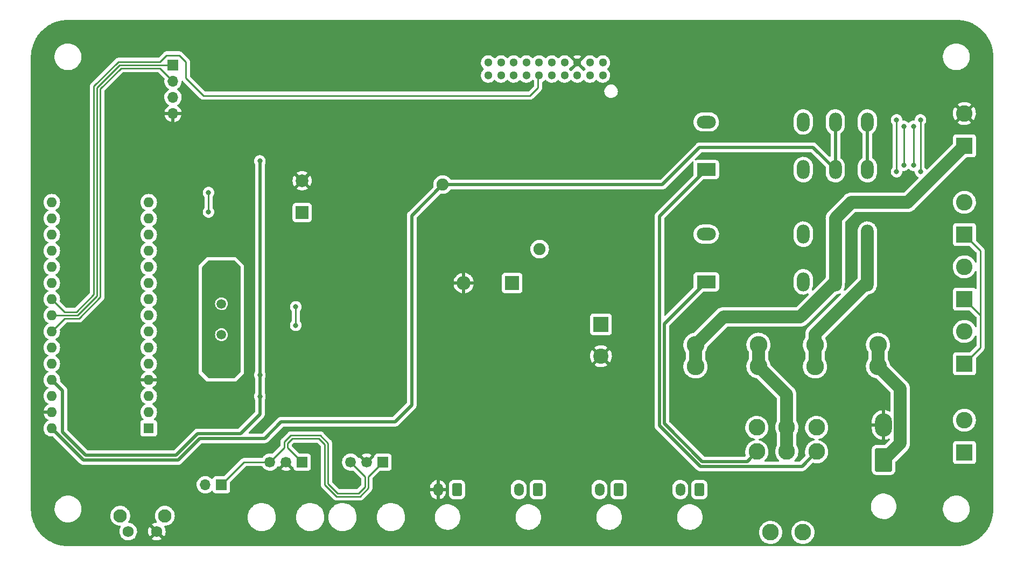
<source format=gbl>
%TF.GenerationSoftware,KiCad,Pcbnew,(6.0.8-1)-1*%
%TF.CreationDate,2023-03-04T15:31:58-08:00*%
%TF.ProjectId,Urban Battery - BMS_complement,55726261-6e20-4426-9174-74657279202d,rev?*%
%TF.SameCoordinates,Original*%
%TF.FileFunction,Copper,L2,Bot*%
%TF.FilePolarity,Positive*%
%FSLAX46Y46*%
G04 Gerber Fmt 4.6, Leading zero omitted, Abs format (unit mm)*
G04 Created by KiCad (PCBNEW (6.0.8-1)-1) date 2023-03-04 15:31:58*
%MOMM*%
%LPD*%
G01*
G04 APERTURE LIST*
G04 Aperture macros list*
%AMRoundRect*
0 Rectangle with rounded corners*
0 $1 Rounding radius*
0 $2 $3 $4 $5 $6 $7 $8 $9 X,Y pos of 4 corners*
0 Add a 4 corners polygon primitive as box body*
4,1,4,$2,$3,$4,$5,$6,$7,$8,$9,$2,$3,0*
0 Add four circle primitives for the rounded corners*
1,1,$1+$1,$2,$3*
1,1,$1+$1,$4,$5*
1,1,$1+$1,$6,$7*
1,1,$1+$1,$8,$9*
0 Add four rect primitives between the rounded corners*
20,1,$1+$1,$2,$3,$4,$5,0*
20,1,$1+$1,$4,$5,$6,$7,0*
20,1,$1+$1,$6,$7,$8,$9,0*
20,1,$1+$1,$8,$9,$2,$3,0*%
G04 Aperture macros list end*
%TA.AperFunction,ComponentPad*%
%ADD10RoundRect,0.250001X0.499999X0.759999X-0.499999X0.759999X-0.499999X-0.759999X0.499999X-0.759999X0*%
%TD*%
%TA.AperFunction,ComponentPad*%
%ADD11O,1.500000X2.020000*%
%TD*%
%TA.AperFunction,ComponentPad*%
%ADD12R,2.600000X2.600000*%
%TD*%
%TA.AperFunction,ComponentPad*%
%ADD13C,2.600000*%
%TD*%
%TA.AperFunction,ComponentPad*%
%ADD14RoundRect,0.250001X1.099999X1.599999X-1.099999X1.599999X-1.099999X-1.599999X1.099999X-1.599999X0*%
%TD*%
%TA.AperFunction,ComponentPad*%
%ADD15O,2.700000X3.700000*%
%TD*%
%TA.AperFunction,ComponentPad*%
%ADD16R,1.600000X1.600000*%
%TD*%
%TA.AperFunction,ComponentPad*%
%ADD17O,1.600000X1.600000*%
%TD*%
%TA.AperFunction,ComponentPad*%
%ADD18C,2.780000*%
%TD*%
%TA.AperFunction,ComponentPad*%
%ADD19R,2.400000X2.400000*%
%TD*%
%TA.AperFunction,ComponentPad*%
%ADD20C,2.400000*%
%TD*%
%TA.AperFunction,ComponentPad*%
%ADD21O,2.000000X3.000000*%
%TD*%
%TA.AperFunction,ComponentPad*%
%ADD22R,3.000000X2.000000*%
%TD*%
%TA.AperFunction,ComponentPad*%
%ADD23O,3.000000X2.000000*%
%TD*%
%TA.AperFunction,ComponentPad*%
%ADD24R,2.200000X2.200000*%
%TD*%
%TA.AperFunction,ComponentPad*%
%ADD25O,2.200000X2.200000*%
%TD*%
%TA.AperFunction,ComponentPad*%
%ADD26R,1.700000X1.700000*%
%TD*%
%TA.AperFunction,ComponentPad*%
%ADD27O,1.700000X1.700000*%
%TD*%
%TA.AperFunction,ComponentPad*%
%ADD28C,1.500000*%
%TD*%
%TA.AperFunction,ComponentPad*%
%ADD29R,1.690000X1.690000*%
%TD*%
%TA.AperFunction,ComponentPad*%
%ADD30C,1.690000*%
%TD*%
%TA.AperFunction,ComponentPad*%
%ADD31C,2.616200*%
%TD*%
%TA.AperFunction,ComponentPad*%
%ADD32C,1.300000*%
%TD*%
%TA.AperFunction,ComponentPad*%
%ADD33C,1.900000*%
%TD*%
%TA.AperFunction,ComponentPad*%
%ADD34C,2.100000*%
%TD*%
%TA.AperFunction,ComponentPad*%
%ADD35C,1.750000*%
%TD*%
%TA.AperFunction,ComponentPad*%
%ADD36R,2.000000X2.000000*%
%TD*%
%TA.AperFunction,ComponentPad*%
%ADD37C,2.000000*%
%TD*%
%TA.AperFunction,ViaPad*%
%ADD38C,0.800000*%
%TD*%
%TA.AperFunction,Conductor*%
%ADD39C,0.254000*%
%TD*%
%TA.AperFunction,Conductor*%
%ADD40C,0.508000*%
%TD*%
%TA.AperFunction,Conductor*%
%ADD41C,2.032000*%
%TD*%
G04 APERTURE END LIST*
D10*
X181840000Y-125220000D03*
D11*
X178840000Y-125220000D03*
D12*
X223520000Y-71120000D03*
D13*
X223520000Y-66040000D03*
D14*
X210820000Y-120550000D03*
D15*
X210820000Y-115050000D03*
D16*
X95240000Y-115570000D03*
D17*
X95240000Y-113030000D03*
X95240000Y-110490000D03*
X95240000Y-107950000D03*
X95240000Y-105410000D03*
X95240000Y-102870000D03*
X95240000Y-100330000D03*
X95240000Y-97790000D03*
X95240000Y-95250000D03*
X95240000Y-92710000D03*
X95240000Y-90170000D03*
X95240000Y-87630000D03*
X95240000Y-85090000D03*
X95240000Y-82550000D03*
X95240000Y-80010000D03*
X80000000Y-80010000D03*
X80000000Y-82550000D03*
X80000000Y-85090000D03*
X80000000Y-87630000D03*
X80000000Y-90170000D03*
X80000000Y-92710000D03*
X80000000Y-95250000D03*
X80000000Y-97790000D03*
X80000000Y-100330000D03*
X80000000Y-102870000D03*
X80000000Y-105410000D03*
X80000000Y-107950000D03*
X80000000Y-110490000D03*
X80000000Y-113030000D03*
X80000000Y-115570000D03*
D12*
X223520000Y-85095000D03*
D13*
X223520000Y-80015000D03*
D18*
X181222000Y-102440000D03*
X181222000Y-105840000D03*
X191142000Y-105840000D03*
X191142000Y-102440000D03*
D19*
X166370000Y-99232323D03*
D20*
X166370000Y-104232323D03*
D10*
X169140000Y-125220000D03*
D11*
X166140000Y-125220000D03*
D10*
X143740000Y-125220000D03*
D11*
X140740000Y-125220000D03*
D21*
X208262000Y-74870000D03*
X208262000Y-67370000D03*
X198182000Y-67370000D03*
X198182000Y-74870000D03*
D22*
X182922000Y-74870000D03*
D23*
X182922000Y-67370000D03*
D21*
X203222000Y-74870000D03*
X203222000Y-67370000D03*
D12*
X223520000Y-105410000D03*
D13*
X223520000Y-100330000D03*
D24*
X152400000Y-92710000D03*
D25*
X144780000Y-92710000D03*
D26*
X106680000Y-124460000D03*
D27*
X104140000Y-124460000D03*
D10*
X156440000Y-125220000D03*
D11*
X153440000Y-125220000D03*
D28*
X106680000Y-95975000D03*
X106680000Y-100855000D03*
D29*
X119380000Y-120905000D03*
D30*
X116840000Y-120905000D03*
X114300000Y-120905000D03*
D12*
X223520000Y-119380000D03*
D13*
X223520000Y-114300000D03*
D31*
X193040000Y-131953000D03*
X198120000Y-131953000D03*
X200279000Y-119253000D03*
X195580000Y-119253000D03*
X190881000Y-119253000D03*
X200279000Y-115443000D03*
X195580000Y-115443000D03*
X190881000Y-115443000D03*
D29*
X132080000Y-120905000D03*
D30*
X129540000Y-120905000D03*
X127000000Y-120905000D03*
D12*
X223520000Y-95250000D03*
D13*
X223520000Y-90170000D03*
D26*
X99060000Y-58420000D03*
D27*
X99060000Y-60960000D03*
X99060000Y-63500000D03*
X99060000Y-66040000D03*
D32*
X166650000Y-60040000D03*
X166650000Y-58040000D03*
X164650000Y-60040000D03*
X164650000Y-58040000D03*
X162650000Y-60040000D03*
X162650000Y-58040000D03*
X160650000Y-60040000D03*
X160650000Y-58040000D03*
X158650000Y-60040000D03*
X158650000Y-58040000D03*
X156650000Y-60040000D03*
X156650000Y-58040000D03*
X154650000Y-60040000D03*
X154650000Y-58040000D03*
X152650000Y-60040000D03*
X152650000Y-58040000D03*
X150650000Y-60040000D03*
X150650000Y-58040000D03*
X148650000Y-60040000D03*
X148650000Y-58040000D03*
D33*
X156718000Y-87376000D03*
X141478000Y-77216000D03*
D34*
X90760000Y-129338500D03*
X97770000Y-129338500D03*
D35*
X96520000Y-131828500D03*
X92020000Y-131828500D03*
D36*
X119380000Y-81615677D03*
D37*
X119380000Y-76615677D03*
D21*
X208262000Y-85023000D03*
X208262000Y-92523000D03*
X198182000Y-92523000D03*
X198182000Y-85023000D03*
D22*
X182922000Y-92523000D03*
D23*
X182922000Y-85023000D03*
D21*
X203222000Y-85023000D03*
X203222000Y-92523000D03*
D18*
X200018000Y-105840000D03*
X200018000Y-102440000D03*
X209938000Y-102440000D03*
X209938000Y-105840000D03*
D38*
X108458000Y-95504000D03*
X104648000Y-95504000D03*
X104902000Y-101346000D03*
X108458000Y-101346000D03*
X104648000Y-81534000D03*
X104648000Y-78486000D03*
X112725200Y-107188000D03*
X112725200Y-73507600D03*
X112725200Y-110540800D03*
X212852000Y-67056000D03*
X212852000Y-75184000D03*
X213969600Y-74168000D03*
X213969600Y-68072000D03*
X215493600Y-74168000D03*
X215493600Y-68072000D03*
X216611200Y-75184000D03*
X216611200Y-67056000D03*
X118364000Y-99364800D03*
X118364000Y-96469200D03*
D39*
X104648000Y-81534000D02*
X104648000Y-78486000D01*
X101092000Y-60452000D02*
X103886000Y-63246000D01*
X86614001Y-61765579D02*
X90467580Y-57912000D01*
X86614000Y-94531580D02*
X86614001Y-61765579D01*
X97028000Y-57912000D02*
X98044000Y-56896000D01*
X100076000Y-56896000D02*
X101092000Y-57912000D01*
X80000000Y-95250000D02*
X82032000Y-97282000D01*
X103886000Y-63246000D02*
X155194000Y-63246000D01*
X98044000Y-56896000D02*
X100076000Y-56896000D01*
X156480000Y-61960000D02*
X156480000Y-60080000D01*
X90467580Y-57912000D02*
X97028000Y-57912000D01*
X83863580Y-97282000D02*
X86614000Y-94531580D01*
X155194000Y-63246000D02*
X156480000Y-61960000D01*
X101092000Y-57912000D02*
X101092000Y-60452000D01*
X82032000Y-97282000D02*
X83863580Y-97282000D01*
X80000000Y-97790000D02*
X84074000Y-97790000D01*
X84074000Y-97790000D02*
X87122000Y-94742000D01*
X87122000Y-94742000D02*
X87122000Y-61976000D01*
X87122000Y-61976000D02*
X90678000Y-58420000D01*
X90678000Y-58420000D02*
X99060000Y-58420000D01*
D40*
X81686400Y-116178770D02*
X81686400Y-109636400D01*
X102960770Y-116382800D02*
X109677200Y-116382800D01*
X99557170Y-119786400D02*
X85294030Y-119786400D01*
X102960770Y-116382800D02*
X99557170Y-119786400D01*
X112725200Y-110540800D02*
X112725200Y-107188000D01*
X109677200Y-116382800D02*
X112725200Y-113334800D01*
X85294030Y-119786400D02*
X81686400Y-116178770D01*
X112725200Y-113334800D02*
X112725200Y-110540800D01*
X112725200Y-107188000D02*
X112725200Y-73507600D01*
X81686400Y-109636400D02*
X80000000Y-107950000D01*
X80000000Y-115570000D02*
X84978400Y-120548400D01*
X113487200Y-117144800D02*
X116078000Y-114554000D01*
X133959600Y-114554000D02*
X136601200Y-111912400D01*
X199726000Y-71374000D02*
X203222000Y-74870000D01*
X103276400Y-117144800D02*
X113487200Y-117144800D01*
X84978400Y-120548400D02*
X99872800Y-120548400D01*
X176022000Y-77216000D02*
X181864000Y-71374000D01*
X203222000Y-74870000D02*
X203222000Y-67370000D01*
X136601200Y-111912400D02*
X136601200Y-82092800D01*
X141478000Y-77216000D02*
X176022000Y-77216000D01*
X99872800Y-120548400D02*
X103276400Y-117144800D01*
X181864000Y-71374000D02*
X199726000Y-71374000D01*
X116078000Y-114554000D02*
X133959600Y-114554000D01*
X136601200Y-82092800D02*
X141478000Y-77216000D01*
D41*
X197701000Y-98044000D02*
X203222000Y-92523000D01*
X185618000Y-98044000D02*
X197701000Y-98044000D01*
X205740000Y-80010000D02*
X203222000Y-82528000D01*
X214630000Y-80010000D02*
X205740000Y-80010000D01*
X223520000Y-71120000D02*
X214630000Y-80010000D01*
X181222000Y-102440000D02*
X185618000Y-98044000D01*
X181222000Y-102440000D02*
X181222000Y-105840000D01*
X203222000Y-82528000D02*
X203222000Y-85023000D01*
X203222000Y-92523000D02*
X203222000Y-85023000D01*
D39*
X84284421Y-98297999D02*
X87630000Y-94952420D01*
X80000000Y-100330000D02*
X82032000Y-98298000D01*
X90888420Y-58928000D02*
X97028000Y-58928000D01*
X87630000Y-62186420D02*
X90888420Y-58928000D01*
X97028000Y-58928000D02*
X99060000Y-60960000D01*
X82032000Y-98298000D02*
X84284421Y-98297999D01*
X87630000Y-94952420D02*
X87630000Y-62186420D01*
D41*
X195580000Y-115443000D02*
X195580000Y-119253000D01*
X191142000Y-102440000D02*
X191142000Y-105840000D01*
X195580000Y-115443000D02*
X195580000Y-110278000D01*
X195580000Y-110278000D02*
X191142000Y-105840000D01*
D40*
X175564800Y-82227200D02*
X182922000Y-74870000D01*
X175564800Y-115163600D02*
X175564800Y-82227200D01*
X181965600Y-121564400D02*
X175564800Y-115163600D01*
X197967600Y-121564400D02*
X181965600Y-121564400D01*
X200279000Y-119253000D02*
X197967600Y-121564400D01*
X176326800Y-114847970D02*
X176326800Y-99118200D01*
X176326800Y-99118200D02*
X182922000Y-92523000D01*
X189331600Y-120802400D02*
X182281230Y-120802400D01*
X182281230Y-120802400D02*
X176326800Y-114847970D01*
X190881000Y-119253000D02*
X189331600Y-120802400D01*
D39*
X212852000Y-75184000D02*
X212852000Y-67056000D01*
X226060000Y-97790000D02*
X226060000Y-87635000D01*
X223520000Y-85095000D02*
X226060000Y-87635000D01*
X226060000Y-102870000D02*
X226060000Y-97790000D01*
X223520000Y-105410000D02*
X226060000Y-102870000D01*
X226060000Y-97790000D02*
X223520000Y-95250000D01*
X213969600Y-74168000D02*
X213969600Y-68072000D01*
X215493600Y-74168000D02*
X215493600Y-68072000D01*
X216611200Y-75184000D02*
X216611200Y-67056000D01*
X129794001Y-124971611D02*
X129794001Y-123190999D01*
X117094001Y-117910411D02*
X117808812Y-117195600D01*
X117808812Y-117195600D02*
X122017988Y-117195600D01*
X122936000Y-118113612D02*
X122936000Y-124463612D01*
X122936000Y-124463612D02*
X124761188Y-126288800D01*
X122017988Y-117195600D02*
X122936000Y-118113612D01*
X117094001Y-118619001D02*
X117094001Y-117910411D01*
X124761188Y-126288800D02*
X128476812Y-126288800D01*
X129794001Y-123190999D02*
X132080000Y-120905000D01*
X119380000Y-120905000D02*
X117094001Y-118619001D01*
X128476812Y-126288800D02*
X129794001Y-124971611D01*
X124971612Y-125780800D02*
X128266388Y-125780800D01*
X129285999Y-123190999D02*
X127000000Y-120905000D01*
X128266388Y-125780800D02*
X129285999Y-124761189D01*
X114300000Y-120905000D02*
X116585999Y-118619001D01*
X123444000Y-117903188D02*
X123444000Y-124253188D01*
X116585999Y-118619001D02*
X116585999Y-117699989D01*
X116585999Y-117699989D02*
X117598388Y-116687600D01*
X110235000Y-120905000D02*
X106680000Y-124460000D01*
X123444000Y-124253188D02*
X124971612Y-125780800D01*
X122228412Y-116687600D02*
X123444000Y-117903188D01*
X114300000Y-120905000D02*
X110235000Y-120905000D01*
X129285999Y-124761189D02*
X129285999Y-123190999D01*
X117598388Y-116687600D02*
X122228412Y-116687600D01*
D41*
X200018000Y-105840000D02*
X200018000Y-102440000D01*
X200018000Y-100767000D02*
X208262000Y-92523000D01*
X208262000Y-85023000D02*
X208262000Y-92523000D01*
X200018000Y-102440000D02*
X200018000Y-100767000D01*
D39*
X118364000Y-96469200D02*
X118364000Y-99364800D01*
D40*
X208262000Y-74870000D02*
X208262000Y-67370000D01*
D41*
X213440000Y-117930000D02*
X210820000Y-120550000D01*
X213440000Y-109342000D02*
X213440000Y-117930000D01*
X209938000Y-105840000D02*
X213440000Y-109342000D01*
X209938000Y-105840000D02*
X209938000Y-102440000D01*
%TA.AperFunction,Conductor*%
G36*
X108727931Y-89174002D02*
G01*
X108748905Y-89190905D01*
X109691095Y-90133095D01*
X109725121Y-90195407D01*
X109728000Y-90222190D01*
X109728000Y-106627810D01*
X109707998Y-106695931D01*
X109691095Y-106716905D01*
X108748905Y-107659095D01*
X108686593Y-107693121D01*
X108659810Y-107696000D01*
X104700190Y-107696000D01*
X104632069Y-107675998D01*
X104611095Y-107659095D01*
X103668905Y-106716905D01*
X103634879Y-106654593D01*
X103632000Y-106627810D01*
X103632000Y-100840907D01*
X105670738Y-100840907D01*
X105687222Y-101037209D01*
X105741521Y-101226570D01*
X105831566Y-101401779D01*
X105835389Y-101406603D01*
X105835392Y-101406607D01*
X105863045Y-101441496D01*
X105953927Y-101556160D01*
X105958620Y-101560154D01*
X105958621Y-101560155D01*
X105983447Y-101581283D01*
X106103945Y-101683835D01*
X106109323Y-101686841D01*
X106109325Y-101686842D01*
X106139019Y-101703437D01*
X106275904Y-101779940D01*
X106463255Y-101840814D01*
X106658862Y-101864139D01*
X106664997Y-101863667D01*
X106664999Y-101863667D01*
X106724801Y-101859065D01*
X106855274Y-101849026D01*
X107045009Y-101796050D01*
X107050513Y-101793270D01*
X107215341Y-101710010D01*
X107215343Y-101710009D01*
X107220842Y-101707231D01*
X107376074Y-101585950D01*
X107380100Y-101581286D01*
X107380103Y-101581283D01*
X107500764Y-101441496D01*
X107500765Y-101441494D01*
X107504793Y-101436828D01*
X107602096Y-101265544D01*
X107664277Y-101078622D01*
X107688966Y-100883183D01*
X107689360Y-100855000D01*
X107670137Y-100658948D01*
X107613200Y-100470363D01*
X107520717Y-100296429D01*
X107396212Y-100143770D01*
X107330894Y-100089734D01*
X107249177Y-100022132D01*
X107249174Y-100022130D01*
X107244427Y-100018203D01*
X107071143Y-99924508D01*
X106882960Y-99866256D01*
X106876835Y-99865612D01*
X106876834Y-99865612D01*
X106693176Y-99846309D01*
X106693174Y-99846309D01*
X106687047Y-99845665D01*
X106605018Y-99853130D01*
X106497004Y-99862960D01*
X106497001Y-99862961D01*
X106490865Y-99863519D01*
X106484959Y-99865257D01*
X106484955Y-99865258D01*
X106344775Y-99906516D01*
X106301887Y-99919138D01*
X106296427Y-99921992D01*
X106296428Y-99921992D01*
X106132772Y-100007549D01*
X106132768Y-100007552D01*
X106127312Y-100010404D01*
X105973788Y-100133840D01*
X105847163Y-100284745D01*
X105752262Y-100457371D01*
X105750398Y-100463246D01*
X105750397Y-100463249D01*
X105746269Y-100476263D01*
X105692697Y-100645142D01*
X105670738Y-100840907D01*
X103632000Y-100840907D01*
X103632000Y-95960907D01*
X105670738Y-95960907D01*
X105687222Y-96157209D01*
X105741521Y-96346570D01*
X105831566Y-96521779D01*
X105835389Y-96526603D01*
X105835392Y-96526607D01*
X105863045Y-96561496D01*
X105953927Y-96676160D01*
X105958620Y-96680154D01*
X105958621Y-96680155D01*
X105983447Y-96701283D01*
X106103945Y-96803835D01*
X106109323Y-96806841D01*
X106109325Y-96806842D01*
X106139019Y-96823437D01*
X106275904Y-96899940D01*
X106463255Y-96960814D01*
X106658862Y-96984139D01*
X106664997Y-96983667D01*
X106664999Y-96983667D01*
X106724801Y-96979065D01*
X106855274Y-96969026D01*
X107045009Y-96916050D01*
X107050513Y-96913270D01*
X107215341Y-96830010D01*
X107215343Y-96830009D01*
X107220842Y-96827231D01*
X107376074Y-96705950D01*
X107380100Y-96701286D01*
X107380103Y-96701283D01*
X107500764Y-96561496D01*
X107500765Y-96561494D01*
X107504793Y-96556828D01*
X107602096Y-96385544D01*
X107664277Y-96198622D01*
X107688966Y-96003183D01*
X107689360Y-95975000D01*
X107670137Y-95778948D01*
X107613200Y-95590363D01*
X107520717Y-95416429D01*
X107396212Y-95263770D01*
X107330893Y-95209734D01*
X107249177Y-95142132D01*
X107249174Y-95142130D01*
X107244427Y-95138203D01*
X107071143Y-95044508D01*
X106882960Y-94986256D01*
X106876835Y-94985612D01*
X106876834Y-94985612D01*
X106693176Y-94966309D01*
X106693174Y-94966309D01*
X106687047Y-94965665D01*
X106605018Y-94973130D01*
X106497004Y-94982960D01*
X106497001Y-94982961D01*
X106490865Y-94983519D01*
X106484959Y-94985257D01*
X106484955Y-94985258D01*
X106344775Y-95026516D01*
X106301887Y-95039138D01*
X106296427Y-95041992D01*
X106296428Y-95041992D01*
X106132772Y-95127549D01*
X106132768Y-95127552D01*
X106127312Y-95130404D01*
X105973788Y-95253840D01*
X105847163Y-95404745D01*
X105752262Y-95577371D01*
X105750398Y-95583246D01*
X105750397Y-95583249D01*
X105746269Y-95596263D01*
X105692697Y-95765142D01*
X105670738Y-95960907D01*
X103632000Y-95960907D01*
X103632000Y-90222190D01*
X103652002Y-90154069D01*
X103668905Y-90133095D01*
X104611095Y-89190905D01*
X104673407Y-89156879D01*
X104700190Y-89154000D01*
X108659810Y-89154000D01*
X108727931Y-89174002D01*
G37*
%TD.AperFunction*%
%TA.AperFunction,Conductor*%
G36*
X222220018Y-51310000D02*
G01*
X222234852Y-51312310D01*
X222234855Y-51312310D01*
X222243724Y-51313691D01*
X222252626Y-51312527D01*
X222252627Y-51312527D01*
X222265104Y-51310896D01*
X222286385Y-51309930D01*
X222703369Y-51326313D01*
X222713232Y-51327089D01*
X223158901Y-51379838D01*
X223168672Y-51381386D01*
X223392935Y-51425994D01*
X223608828Y-51468938D01*
X223618434Y-51471244D01*
X224050362Y-51593060D01*
X224059752Y-51596111D01*
X224480802Y-51751445D01*
X224489942Y-51755231D01*
X224897496Y-51943115D01*
X224906311Y-51947607D01*
X225297850Y-52166880D01*
X225306286Y-52172049D01*
X225679438Y-52421381D01*
X225687426Y-52427184D01*
X225839573Y-52547128D01*
X226039861Y-52705023D01*
X226047384Y-52711448D01*
X226195809Y-52848650D01*
X226376940Y-53016086D01*
X226383914Y-53023060D01*
X226551350Y-53204191D01*
X226688552Y-53352616D01*
X226694977Y-53360139D01*
X226972810Y-53712566D01*
X226978625Y-53720570D01*
X227227951Y-54093714D01*
X227233120Y-54102150D01*
X227452393Y-54493689D01*
X227456885Y-54502504D01*
X227644769Y-54910058D01*
X227648554Y-54919196D01*
X227798263Y-55324995D01*
X227803886Y-55340238D01*
X227806940Y-55349638D01*
X227903351Y-55691488D01*
X227928754Y-55781559D01*
X227931062Y-55791172D01*
X227955931Y-55916195D01*
X228018614Y-56231328D01*
X228020162Y-56241099D01*
X228072911Y-56686768D01*
X228073687Y-56696631D01*
X228089776Y-57106134D01*
X228088373Y-57130463D01*
X228087691Y-57134847D01*
X228086309Y-57143724D01*
X228087473Y-57152626D01*
X228087473Y-57152628D01*
X228090436Y-57175283D01*
X228091500Y-57191621D01*
X228091500Y-128220633D01*
X228090000Y-128240018D01*
X228086309Y-128263724D01*
X228087473Y-128272626D01*
X228087473Y-128272627D01*
X228089104Y-128285104D01*
X228090070Y-128306385D01*
X228073687Y-128723369D01*
X228072911Y-128733232D01*
X228020162Y-129178901D01*
X228018614Y-129188672D01*
X227996814Y-129298270D01*
X227931744Y-129625404D01*
X227931064Y-129628821D01*
X227928756Y-129638434D01*
X227808118Y-130066186D01*
X227806943Y-130070352D01*
X227803889Y-130079752D01*
X227653263Y-130488041D01*
X227648555Y-130500802D01*
X227644770Y-130509939D01*
X227464112Y-130901819D01*
X227456885Y-130917496D01*
X227452394Y-130926309D01*
X227442508Y-130943961D01*
X227233120Y-131317850D01*
X227227951Y-131326286D01*
X227193887Y-131377267D01*
X226990382Y-131681835D01*
X226978625Y-131699430D01*
X226972816Y-131707426D01*
X226874717Y-131831864D01*
X226694977Y-132059861D01*
X226688552Y-132067384D01*
X226638186Y-132121870D01*
X226383914Y-132396940D01*
X226376940Y-132403914D01*
X226195809Y-132571350D01*
X226047384Y-132708552D01*
X226039861Y-132714977D01*
X225901993Y-132823664D01*
X225687426Y-132992816D01*
X225679438Y-132998619D01*
X225438251Y-133159775D01*
X225306286Y-133247951D01*
X225297850Y-133253120D01*
X224906311Y-133472393D01*
X224897496Y-133476885D01*
X224489942Y-133664769D01*
X224480804Y-133668554D01*
X224059752Y-133823889D01*
X224050362Y-133826940D01*
X223618434Y-133948756D01*
X223608828Y-133951062D01*
X223392935Y-133994006D01*
X223168672Y-134038614D01*
X223158901Y-134040162D01*
X222713232Y-134092911D01*
X222703369Y-134093687D01*
X222293866Y-134109776D01*
X222269537Y-134108373D01*
X222265153Y-134107691D01*
X222265152Y-134107691D01*
X222256276Y-134106309D01*
X222247374Y-134107473D01*
X222247372Y-134107473D01*
X222232323Y-134109441D01*
X222224714Y-134110436D01*
X222208379Y-134111500D01*
X82599367Y-134111500D01*
X82579982Y-134110000D01*
X82565148Y-134107690D01*
X82565145Y-134107690D01*
X82556276Y-134106309D01*
X82547374Y-134107473D01*
X82547373Y-134107473D01*
X82534896Y-134109104D01*
X82513615Y-134110070D01*
X82096631Y-134093687D01*
X82086768Y-134092911D01*
X81641099Y-134040162D01*
X81631328Y-134038614D01*
X81407065Y-133994006D01*
X81191172Y-133951062D01*
X81181566Y-133948756D01*
X80749638Y-133826940D01*
X80740248Y-133823889D01*
X80319196Y-133668554D01*
X80310058Y-133664769D01*
X79902504Y-133476885D01*
X79893689Y-133472393D01*
X79502150Y-133253120D01*
X79493714Y-133247951D01*
X79361749Y-133159775D01*
X79120562Y-132998619D01*
X79112574Y-132992816D01*
X78898007Y-132823664D01*
X78760139Y-132714977D01*
X78752616Y-132708552D01*
X78604191Y-132571350D01*
X78423060Y-132403914D01*
X78416086Y-132396940D01*
X78161814Y-132121870D01*
X78111448Y-132067384D01*
X78105023Y-132059861D01*
X77925283Y-131831864D01*
X77827184Y-131707426D01*
X77821375Y-131699430D01*
X77809619Y-131681835D01*
X77606113Y-131377267D01*
X77572049Y-131326286D01*
X77566880Y-131317850D01*
X77357492Y-130943961D01*
X77347606Y-130926309D01*
X77343115Y-130917496D01*
X77335888Y-130901819D01*
X77155230Y-130509939D01*
X77151445Y-130500802D01*
X77146737Y-130488041D01*
X76996111Y-130079752D01*
X76993057Y-130070352D01*
X76991883Y-130066186D01*
X76871244Y-129638434D01*
X76868936Y-129628821D01*
X76868257Y-129625404D01*
X76803186Y-129298270D01*
X76781386Y-129188672D01*
X76779838Y-129178901D01*
X76727089Y-128733232D01*
X76726313Y-128723369D01*
X76713714Y-128402703D01*
X80440743Y-128402703D01*
X80441302Y-128406947D01*
X80441302Y-128406951D01*
X80443524Y-128423830D01*
X80478268Y-128687734D01*
X80554129Y-128965036D01*
X80555813Y-128968984D01*
X80658845Y-129210537D01*
X80666923Y-129229476D01*
X80710592Y-129302442D01*
X80811224Y-129470585D01*
X80814561Y-129476161D01*
X80994313Y-129700528D01*
X81051491Y-129754788D01*
X81193579Y-129889624D01*
X81202851Y-129898423D01*
X81436317Y-130066186D01*
X81440112Y-130068195D01*
X81440113Y-130068196D01*
X81481346Y-130090028D01*
X81690392Y-130200712D01*
X81709523Y-130207713D01*
X81951167Y-130296142D01*
X81960373Y-130299511D01*
X82241264Y-130360755D01*
X82245775Y-130361110D01*
X82464282Y-130378307D01*
X82464291Y-130378307D01*
X82466739Y-130378500D01*
X82622271Y-130378500D01*
X82624407Y-130378354D01*
X82624418Y-130378354D01*
X82832548Y-130364165D01*
X82832554Y-130364164D01*
X82836825Y-130363873D01*
X82841020Y-130363004D01*
X82841022Y-130363004D01*
X82977583Y-130334724D01*
X83118342Y-130305574D01*
X83389343Y-130209607D01*
X83527618Y-130138238D01*
X83641005Y-130079715D01*
X83641006Y-130079715D01*
X83644812Y-130077750D01*
X83648313Y-130075289D01*
X83648317Y-130075287D01*
X83762417Y-129995096D01*
X83880023Y-129912441D01*
X84015743Y-129786322D01*
X84087479Y-129719661D01*
X84087481Y-129719658D01*
X84090622Y-129716740D01*
X84272713Y-129494268D01*
X84368168Y-129338500D01*
X89196681Y-129338500D01*
X89215928Y-129583057D01*
X89217082Y-129587864D01*
X89217083Y-129587870D01*
X89247568Y-129714846D01*
X89273195Y-129821592D01*
X89275088Y-129826163D01*
X89275089Y-129826165D01*
X89288483Y-129858500D01*
X89367073Y-130048232D01*
X89422689Y-130138989D01*
X89489876Y-130248629D01*
X89495248Y-130257396D01*
X89498463Y-130261160D01*
X89498465Y-130261163D01*
X89598557Y-130378354D01*
X89654567Y-130443933D01*
X89658323Y-130447141D01*
X89791085Y-130560531D01*
X89841104Y-130603252D01*
X89845327Y-130605840D01*
X89845330Y-130605842D01*
X89876349Y-130624850D01*
X90050268Y-130731427D01*
X90194967Y-130791364D01*
X90272335Y-130823411D01*
X90272337Y-130823412D01*
X90276908Y-130825305D01*
X90359563Y-130845149D01*
X90510630Y-130881417D01*
X90510636Y-130881418D01*
X90515443Y-130882572D01*
X90749546Y-130900996D01*
X90815886Y-130926281D01*
X90858026Y-130983419D01*
X90862585Y-131054269D01*
X90843748Y-131097611D01*
X90815844Y-131138517D01*
X90815838Y-131138527D01*
X90812931Y-131142789D01*
X90810758Y-131147471D01*
X90810756Y-131147474D01*
X90727755Y-131326286D01*
X90717145Y-131349143D01*
X90688684Y-131451770D01*
X90661901Y-131548347D01*
X90656348Y-131568369D01*
X90655799Y-131573506D01*
X90636563Y-131753500D01*
X90632172Y-131794582D01*
X90632469Y-131799734D01*
X90632469Y-131799738D01*
X90634866Y-131841312D01*
X90645268Y-132021706D01*
X90646405Y-132026752D01*
X90646406Y-132026758D01*
X90654743Y-132063751D01*
X90695283Y-132243641D01*
X90780875Y-132454427D01*
X90899744Y-132648404D01*
X91048698Y-132820361D01*
X91223737Y-132965681D01*
X91228189Y-132968283D01*
X91228194Y-132968286D01*
X91366872Y-133049323D01*
X91420160Y-133080462D01*
X91632693Y-133161620D01*
X91637759Y-133162651D01*
X91637760Y-133162651D01*
X91736861Y-133182813D01*
X91855627Y-133206976D01*
X91983437Y-133211663D01*
X92077811Y-133215124D01*
X92077815Y-133215124D01*
X92082975Y-133215313D01*
X92088095Y-133214657D01*
X92088097Y-133214657D01*
X92303504Y-133187063D01*
X92303505Y-133187063D01*
X92308632Y-133186406D01*
X92313582Y-133184921D01*
X92521591Y-133122515D01*
X92521592Y-133122514D01*
X92526537Y-133121031D01*
X92730839Y-133020944D01*
X92735043Y-133017946D01*
X92735047Y-133017943D01*
X92799976Y-132971630D01*
X95741700Y-132971630D01*
X95746981Y-132978684D01*
X95915919Y-133077404D01*
X95925202Y-133081851D01*
X96128002Y-133159293D01*
X96137900Y-133162169D01*
X96350625Y-133205448D01*
X96360853Y-133206667D01*
X96577788Y-133214622D01*
X96588074Y-133214155D01*
X96803400Y-133186572D01*
X96813477Y-133184430D01*
X97021401Y-133122049D01*
X97030999Y-133118288D01*
X97225947Y-133022784D01*
X97234785Y-133017515D01*
X97287172Y-132980148D01*
X97295572Y-132969448D01*
X97288585Y-132956295D01*
X96532812Y-132200522D01*
X96518868Y-132192908D01*
X96517035Y-132193039D01*
X96510420Y-132197290D01*
X95748460Y-132959250D01*
X95741700Y-132971630D01*
X92799976Y-132971630D01*
X92911847Y-132891833D01*
X92911849Y-132891831D01*
X92916051Y-132888834D01*
X93077199Y-132728247D01*
X93131764Y-132652312D01*
X93206938Y-132547698D01*
X93206942Y-132547692D01*
X93209956Y-132543497D01*
X93310755Y-132339546D01*
X93376890Y-132121870D01*
X93385054Y-132059861D01*
X93406148Y-131899636D01*
X93406148Y-131899632D01*
X93406585Y-131896315D01*
X93408242Y-131828500D01*
X93405878Y-131799750D01*
X95132971Y-131799750D01*
X95145467Y-132016467D01*
X95146903Y-132026688D01*
X95194627Y-132238448D01*
X95197706Y-132248277D01*
X95279379Y-132449414D01*
X95284022Y-132458605D01*
X95368279Y-132596101D01*
X95378735Y-132605561D01*
X95387513Y-132601777D01*
X96147978Y-131841312D01*
X96155592Y-131827368D01*
X96155461Y-131825535D01*
X96151210Y-131818920D01*
X95391858Y-131059568D01*
X95380322Y-131053268D01*
X95368039Y-131062891D01*
X95316279Y-131138768D01*
X95311191Y-131147724D01*
X95219795Y-131344621D01*
X95216232Y-131354308D01*
X95158223Y-131563479D01*
X95156292Y-131573600D01*
X95133222Y-131789462D01*
X95132971Y-131799750D01*
X93405878Y-131799750D01*
X93389601Y-131601764D01*
X93334178Y-131381117D01*
X93243462Y-131172485D01*
X93119890Y-130981471D01*
X92966779Y-130813204D01*
X92807063Y-130687069D01*
X95743365Y-130687069D01*
X95750111Y-130699401D01*
X97648388Y-132597678D01*
X97660398Y-132604236D01*
X97672138Y-132595268D01*
X97706507Y-132547440D01*
X97711816Y-132538603D01*
X97807994Y-132344003D01*
X97811792Y-132334410D01*
X97874897Y-132126708D01*
X97877074Y-132116638D01*
X97904895Y-131905314D01*
X191218930Y-131905314D01*
X191219154Y-131909980D01*
X191219154Y-131909986D01*
X191221372Y-131956160D01*
X191231885Y-132175009D01*
X191284560Y-132439827D01*
X191375800Y-132693950D01*
X191503599Y-132931795D01*
X191506395Y-132935539D01*
X191506396Y-132935541D01*
X191539706Y-132980148D01*
X191665150Y-133148139D01*
X191668459Y-133151419D01*
X191668464Y-133151425D01*
X191853587Y-133334939D01*
X191856904Y-133338227D01*
X191860666Y-133340985D01*
X191860669Y-133340988D01*
X191981030Y-133429240D01*
X192074649Y-133497884D01*
X192078784Y-133500060D01*
X192078788Y-133500062D01*
X192204876Y-133566400D01*
X192313601Y-133623603D01*
X192568511Y-133712621D01*
X192833778Y-133762984D01*
X192961940Y-133768019D01*
X193098908Y-133773401D01*
X193098913Y-133773401D01*
X193103576Y-133773584D01*
X193200366Y-133762984D01*
X193367324Y-133744700D01*
X193367330Y-133744699D01*
X193371977Y-133744190D01*
X193497742Y-133711079D01*
X193628563Y-133676637D01*
X193628565Y-133676636D01*
X193633086Y-133675446D01*
X193881165Y-133568862D01*
X194037057Y-133472393D01*
X194106792Y-133429240D01*
X194106796Y-133429237D01*
X194110765Y-133426781D01*
X194316842Y-133252324D01*
X194349906Y-133214622D01*
X194491788Y-133052838D01*
X194491792Y-133052833D01*
X194494870Y-133049323D01*
X194511661Y-133023218D01*
X194638411Y-132826163D01*
X194638413Y-132826160D01*
X194640936Y-132822237D01*
X194751832Y-132576056D01*
X194802351Y-132396929D01*
X194823853Y-132320691D01*
X194823854Y-132320688D01*
X194825123Y-132316187D01*
X194849214Y-132126814D01*
X194858799Y-132051470D01*
X194858799Y-132051466D01*
X194859197Y-132048340D01*
X194861694Y-131953000D01*
X194861460Y-131949851D01*
X194858150Y-131905314D01*
X196298930Y-131905314D01*
X196299154Y-131909980D01*
X196299154Y-131909986D01*
X196301372Y-131956160D01*
X196311885Y-132175009D01*
X196364560Y-132439827D01*
X196455800Y-132693950D01*
X196583599Y-132931795D01*
X196586395Y-132935539D01*
X196586396Y-132935541D01*
X196619706Y-132980148D01*
X196745150Y-133148139D01*
X196748459Y-133151419D01*
X196748464Y-133151425D01*
X196933587Y-133334939D01*
X196936904Y-133338227D01*
X196940666Y-133340985D01*
X196940669Y-133340988D01*
X197061030Y-133429240D01*
X197154649Y-133497884D01*
X197158784Y-133500060D01*
X197158788Y-133500062D01*
X197284876Y-133566400D01*
X197393601Y-133623603D01*
X197648511Y-133712621D01*
X197913778Y-133762984D01*
X198041940Y-133768019D01*
X198178908Y-133773401D01*
X198178913Y-133773401D01*
X198183576Y-133773584D01*
X198280366Y-133762984D01*
X198447324Y-133744700D01*
X198447330Y-133744699D01*
X198451977Y-133744190D01*
X198577742Y-133711079D01*
X198708563Y-133676637D01*
X198708565Y-133676636D01*
X198713086Y-133675446D01*
X198961165Y-133568862D01*
X199117057Y-133472393D01*
X199186792Y-133429240D01*
X199186796Y-133429237D01*
X199190765Y-133426781D01*
X199396842Y-133252324D01*
X199429906Y-133214622D01*
X199571788Y-133052838D01*
X199571792Y-133052833D01*
X199574870Y-133049323D01*
X199591661Y-133023218D01*
X199718411Y-132826163D01*
X199718413Y-132826160D01*
X199720936Y-132822237D01*
X199831832Y-132576056D01*
X199882351Y-132396929D01*
X199903853Y-132320691D01*
X199903854Y-132320688D01*
X199905123Y-132316187D01*
X199929214Y-132126814D01*
X199938799Y-132051470D01*
X199938799Y-132051466D01*
X199939197Y-132048340D01*
X199941694Y-131953000D01*
X199941460Y-131949851D01*
X199922030Y-131688388D01*
X199922029Y-131688384D01*
X199921684Y-131683736D01*
X199864993Y-131433194D01*
X199863127Y-131424948D01*
X199863126Y-131424946D01*
X199862095Y-131420388D01*
X199764234Y-131168741D01*
X199662729Y-130991144D01*
X199632572Y-130938379D01*
X199632570Y-130938377D01*
X199630253Y-130934322D01*
X199463094Y-130722281D01*
X199266429Y-130537278D01*
X199101150Y-130422619D01*
X199048422Y-130386040D01*
X199048419Y-130386038D01*
X199044580Y-130383375D01*
X199040390Y-130381309D01*
X199040387Y-130381307D01*
X198806607Y-130266020D01*
X198806604Y-130266019D01*
X198802419Y-130263955D01*
X198772479Y-130254371D01*
X198699836Y-130231118D01*
X198545266Y-130181640D01*
X198540659Y-130180890D01*
X198540656Y-130180889D01*
X198283382Y-130138989D01*
X198283383Y-130138989D01*
X198278771Y-130138238D01*
X198147765Y-130136523D01*
X198013465Y-130134765D01*
X198013462Y-130134765D01*
X198008788Y-130134704D01*
X197741249Y-130171114D01*
X197736759Y-130172423D01*
X197736753Y-130172424D01*
X197646201Y-130198818D01*
X197482029Y-130246670D01*
X197477782Y-130248628D01*
X197477779Y-130248629D01*
X197387940Y-130290046D01*
X197236825Y-130359711D01*
X197211056Y-130376606D01*
X197014936Y-130505187D01*
X197014931Y-130505191D01*
X197011023Y-130507753D01*
X196947157Y-130564756D01*
X196843460Y-130657309D01*
X196809583Y-130687545D01*
X196636931Y-130895137D01*
X196634508Y-130899130D01*
X196514770Y-131096452D01*
X196496859Y-131125968D01*
X196495052Y-131130276D01*
X196495052Y-131130277D01*
X196401108Y-131354308D01*
X196392444Y-131374968D01*
X196391293Y-131379500D01*
X196391292Y-131379503D01*
X196366704Y-131476322D01*
X196325982Y-131636666D01*
X196298930Y-131905314D01*
X194858150Y-131905314D01*
X194842030Y-131688388D01*
X194842029Y-131688384D01*
X194841684Y-131683736D01*
X194784993Y-131433194D01*
X194783127Y-131424948D01*
X194783126Y-131424946D01*
X194782095Y-131420388D01*
X194684234Y-131168741D01*
X194582729Y-130991144D01*
X194552572Y-130938379D01*
X194552570Y-130938377D01*
X194550253Y-130934322D01*
X194383094Y-130722281D01*
X194186429Y-130537278D01*
X194021150Y-130422619D01*
X193968422Y-130386040D01*
X193968419Y-130386038D01*
X193964580Y-130383375D01*
X193960390Y-130381309D01*
X193960387Y-130381307D01*
X193726607Y-130266020D01*
X193726604Y-130266019D01*
X193722419Y-130263955D01*
X193692479Y-130254371D01*
X193619836Y-130231118D01*
X193465266Y-130181640D01*
X193460659Y-130180890D01*
X193460656Y-130180889D01*
X193203382Y-130138989D01*
X193203383Y-130138989D01*
X193198771Y-130138238D01*
X193067765Y-130136523D01*
X192933465Y-130134765D01*
X192933462Y-130134765D01*
X192928788Y-130134704D01*
X192661249Y-130171114D01*
X192656759Y-130172423D01*
X192656753Y-130172424D01*
X192566201Y-130198818D01*
X192402029Y-130246670D01*
X192397782Y-130248628D01*
X192397779Y-130248629D01*
X192307940Y-130290046D01*
X192156825Y-130359711D01*
X192131056Y-130376606D01*
X191934936Y-130505187D01*
X191934931Y-130505191D01*
X191931023Y-130507753D01*
X191867157Y-130564756D01*
X191763460Y-130657309D01*
X191729583Y-130687545D01*
X191556931Y-130895137D01*
X191554508Y-130899130D01*
X191434770Y-131096452D01*
X191416859Y-131125968D01*
X191415052Y-131130276D01*
X191415052Y-131130277D01*
X191321108Y-131354308D01*
X191312444Y-131374968D01*
X191311293Y-131379500D01*
X191311292Y-131379503D01*
X191286704Y-131476322D01*
X191245982Y-131636666D01*
X191218930Y-131905314D01*
X97904895Y-131905314D01*
X97905646Y-131899613D01*
X97906165Y-131892938D01*
X97907658Y-131831864D01*
X97907464Y-131825146D01*
X97889530Y-131607007D01*
X97887845Y-131596827D01*
X97834962Y-131386291D01*
X97831642Y-131376540D01*
X97745080Y-131177459D01*
X97740213Y-131168384D01*
X97692372Y-131094432D01*
X97672165Y-131026372D01*
X97691961Y-130958191D01*
X97745477Y-130911537D01*
X97788275Y-130900381D01*
X98014557Y-130882572D01*
X98019364Y-130881418D01*
X98019370Y-130881417D01*
X98170437Y-130845149D01*
X98253092Y-130825305D01*
X98257663Y-130823412D01*
X98257665Y-130823411D01*
X98335033Y-130791364D01*
X98479732Y-130731427D01*
X98653651Y-130624850D01*
X98684670Y-130605842D01*
X98684673Y-130605840D01*
X98688896Y-130603252D01*
X98738916Y-130560531D01*
X98871677Y-130447141D01*
X98875433Y-130443933D01*
X98931443Y-130378354D01*
X99031535Y-130261163D01*
X99031537Y-130261160D01*
X99034752Y-130257396D01*
X99040125Y-130248629D01*
X99107311Y-130138989D01*
X99162927Y-130048232D01*
X99241517Y-129858500D01*
X99254911Y-129826165D01*
X99254912Y-129826163D01*
X99256805Y-129821592D01*
X99282432Y-129714846D01*
X99312080Y-129591355D01*
X110817042Y-129591355D01*
X110817405Y-129595503D01*
X110817405Y-129595507D01*
X110830577Y-129746061D01*
X110842613Y-129883625D01*
X110843523Y-129887697D01*
X110843524Y-129887702D01*
X110899512Y-130138177D01*
X110906613Y-130169947D01*
X110908057Y-130173870D01*
X110908057Y-130173872D01*
X110917192Y-130198701D01*
X111007919Y-130445288D01*
X111009866Y-130448981D01*
X111009867Y-130448983D01*
X111142798Y-130701109D01*
X111144751Y-130704813D01*
X111314705Y-130943961D01*
X111514794Y-131158531D01*
X111741504Y-131344752D01*
X111990851Y-131499354D01*
X111994668Y-131501070D01*
X111994671Y-131501071D01*
X112065490Y-131532898D01*
X112258456Y-131619620D01*
X112315635Y-131636666D01*
X112535618Y-131702247D01*
X112535626Y-131702249D01*
X112539615Y-131703438D01*
X112543731Y-131704090D01*
X112543736Y-131704091D01*
X112825922Y-131748784D01*
X112825927Y-131748784D01*
X112829390Y-131749333D01*
X112878486Y-131751563D01*
X112919732Y-131753436D01*
X112919751Y-131753436D01*
X112921151Y-131753500D01*
X113104420Y-131753500D01*
X113322742Y-131738999D01*
X113610341Y-131681009D01*
X113825498Y-131606925D01*
X113883780Y-131586857D01*
X113883781Y-131586856D01*
X113887744Y-131585492D01*
X113891486Y-131583618D01*
X113891491Y-131583616D01*
X114146333Y-131456000D01*
X114146335Y-131455999D01*
X114150077Y-131454125D01*
X114266553Y-131374968D01*
X114389273Y-131291568D01*
X114389276Y-131291566D01*
X114392732Y-131289217D01*
X114395848Y-131286431D01*
X114608328Y-131096452D01*
X114608329Y-131096451D01*
X114611445Y-131093665D01*
X114802373Y-130870905D01*
X114892951Y-130731427D01*
X114959884Y-130628360D01*
X114959887Y-130628355D01*
X114962163Y-130624850D01*
X114972419Y-130603252D01*
X115058189Y-130422619D01*
X115088007Y-130359823D01*
X115105146Y-130306443D01*
X115159150Y-130138238D01*
X115177694Y-130080480D01*
X115229649Y-129791730D01*
X115238089Y-129605873D01*
X115238748Y-129591355D01*
X118437042Y-129591355D01*
X118437405Y-129595503D01*
X118437405Y-129595507D01*
X118450577Y-129746061D01*
X118462613Y-129883625D01*
X118463523Y-129887697D01*
X118463524Y-129887702D01*
X118519512Y-130138177D01*
X118526613Y-130169947D01*
X118528057Y-130173870D01*
X118528057Y-130173872D01*
X118537192Y-130198701D01*
X118627919Y-130445288D01*
X118629866Y-130448981D01*
X118629867Y-130448983D01*
X118762798Y-130701109D01*
X118764751Y-130704813D01*
X118934705Y-130943961D01*
X119134794Y-131158531D01*
X119361504Y-131344752D01*
X119610851Y-131499354D01*
X119614668Y-131501070D01*
X119614671Y-131501071D01*
X119685490Y-131532898D01*
X119878456Y-131619620D01*
X119935635Y-131636666D01*
X120155618Y-131702247D01*
X120155626Y-131702249D01*
X120159615Y-131703438D01*
X120163731Y-131704090D01*
X120163736Y-131704091D01*
X120445922Y-131748784D01*
X120445927Y-131748784D01*
X120449390Y-131749333D01*
X120498486Y-131751563D01*
X120539732Y-131753436D01*
X120539751Y-131753436D01*
X120541151Y-131753500D01*
X120724420Y-131753500D01*
X120942742Y-131738999D01*
X121230341Y-131681009D01*
X121445498Y-131606925D01*
X121503780Y-131586857D01*
X121503781Y-131586856D01*
X121507744Y-131585492D01*
X121511486Y-131583618D01*
X121511491Y-131583616D01*
X121766333Y-131456000D01*
X121766335Y-131455999D01*
X121770077Y-131454125D01*
X121886553Y-131374968D01*
X122009273Y-131291568D01*
X122009276Y-131291566D01*
X122012732Y-131289217D01*
X122015848Y-131286431D01*
X122228328Y-131096452D01*
X122228329Y-131096451D01*
X122231445Y-131093665D01*
X122422373Y-130870905D01*
X122512951Y-130731427D01*
X122579884Y-130628360D01*
X122579887Y-130628355D01*
X122582163Y-130624850D01*
X122592419Y-130603252D01*
X122678189Y-130422619D01*
X122708007Y-130359823D01*
X122725146Y-130306443D01*
X122779150Y-130138238D01*
X122797694Y-130080480D01*
X122849649Y-129791730D01*
X122858089Y-129605873D01*
X122858748Y-129591355D01*
X123517042Y-129591355D01*
X123517405Y-129595503D01*
X123517405Y-129595507D01*
X123530577Y-129746061D01*
X123542613Y-129883625D01*
X123543523Y-129887697D01*
X123543524Y-129887702D01*
X123599512Y-130138177D01*
X123606613Y-130169947D01*
X123608057Y-130173870D01*
X123608057Y-130173872D01*
X123617192Y-130198701D01*
X123707919Y-130445288D01*
X123709866Y-130448981D01*
X123709867Y-130448983D01*
X123842798Y-130701109D01*
X123844751Y-130704813D01*
X124014705Y-130943961D01*
X124214794Y-131158531D01*
X124441504Y-131344752D01*
X124690851Y-131499354D01*
X124694668Y-131501070D01*
X124694671Y-131501071D01*
X124765490Y-131532898D01*
X124958456Y-131619620D01*
X125015635Y-131636666D01*
X125235618Y-131702247D01*
X125235626Y-131702249D01*
X125239615Y-131703438D01*
X125243731Y-131704090D01*
X125243736Y-131704091D01*
X125525922Y-131748784D01*
X125525927Y-131748784D01*
X125529390Y-131749333D01*
X125578486Y-131751563D01*
X125619732Y-131753436D01*
X125619751Y-131753436D01*
X125621151Y-131753500D01*
X125804420Y-131753500D01*
X126022742Y-131738999D01*
X126310341Y-131681009D01*
X126525498Y-131606925D01*
X126583780Y-131586857D01*
X126583781Y-131586856D01*
X126587744Y-131585492D01*
X126591486Y-131583618D01*
X126591491Y-131583616D01*
X126846333Y-131456000D01*
X126846335Y-131455999D01*
X126850077Y-131454125D01*
X126966553Y-131374968D01*
X127089273Y-131291568D01*
X127089276Y-131291566D01*
X127092732Y-131289217D01*
X127095848Y-131286431D01*
X127308328Y-131096452D01*
X127308329Y-131096451D01*
X127311445Y-131093665D01*
X127502373Y-130870905D01*
X127592951Y-130731427D01*
X127659884Y-130628360D01*
X127659887Y-130628355D01*
X127662163Y-130624850D01*
X127672419Y-130603252D01*
X127758189Y-130422619D01*
X127788007Y-130359823D01*
X127805146Y-130306443D01*
X127859150Y-130138238D01*
X127877694Y-130080480D01*
X127929649Y-129791730D01*
X127938089Y-129605873D01*
X127938748Y-129591355D01*
X131137042Y-129591355D01*
X131137405Y-129595503D01*
X131137405Y-129595507D01*
X131150577Y-129746061D01*
X131162613Y-129883625D01*
X131163523Y-129887697D01*
X131163524Y-129887702D01*
X131219512Y-130138177D01*
X131226613Y-130169947D01*
X131228057Y-130173870D01*
X131228057Y-130173872D01*
X131237192Y-130198701D01*
X131327919Y-130445288D01*
X131329866Y-130448981D01*
X131329867Y-130448983D01*
X131462798Y-130701109D01*
X131464751Y-130704813D01*
X131634705Y-130943961D01*
X131834794Y-131158531D01*
X132061504Y-131344752D01*
X132310851Y-131499354D01*
X132314668Y-131501070D01*
X132314671Y-131501071D01*
X132385490Y-131532898D01*
X132578456Y-131619620D01*
X132635635Y-131636666D01*
X132855618Y-131702247D01*
X132855626Y-131702249D01*
X132859615Y-131703438D01*
X132863731Y-131704090D01*
X132863736Y-131704091D01*
X133145922Y-131748784D01*
X133145927Y-131748784D01*
X133149390Y-131749333D01*
X133198486Y-131751563D01*
X133239732Y-131753436D01*
X133239751Y-131753436D01*
X133241151Y-131753500D01*
X133424420Y-131753500D01*
X133642742Y-131738999D01*
X133930341Y-131681009D01*
X134145498Y-131606925D01*
X134203780Y-131586857D01*
X134203781Y-131586856D01*
X134207744Y-131585492D01*
X134211486Y-131583618D01*
X134211491Y-131583616D01*
X134466333Y-131456000D01*
X134466335Y-131455999D01*
X134470077Y-131454125D01*
X134586553Y-131374968D01*
X134709273Y-131291568D01*
X134709276Y-131291566D01*
X134712732Y-131289217D01*
X134715848Y-131286431D01*
X134928328Y-131096452D01*
X134928329Y-131096451D01*
X134931445Y-131093665D01*
X135122373Y-130870905D01*
X135212951Y-130731427D01*
X135279884Y-130628360D01*
X135279887Y-130628355D01*
X135282163Y-130624850D01*
X135292419Y-130603252D01*
X135378189Y-130422619D01*
X135408007Y-130359823D01*
X135425146Y-130306443D01*
X135479150Y-130138238D01*
X135497694Y-130080480D01*
X135549649Y-129791730D01*
X135558089Y-129605873D01*
X135562769Y-129502815D01*
X135562769Y-129502810D01*
X135562958Y-129498645D01*
X135562410Y-129492374D01*
X135560429Y-129469733D01*
X140227822Y-129469733D01*
X140227975Y-129474121D01*
X140227975Y-129474127D01*
X140237267Y-129740195D01*
X140237625Y-129750458D01*
X140238387Y-129754781D01*
X140238388Y-129754788D01*
X140264156Y-129900926D01*
X140286402Y-130027087D01*
X140373203Y-130294235D01*
X140375131Y-130298188D01*
X140375133Y-130298193D01*
X140420478Y-130391163D01*
X140496340Y-130546702D01*
X140498795Y-130550341D01*
X140498798Y-130550347D01*
X140549051Y-130624850D01*
X140653415Y-130779576D01*
X140841371Y-130988322D01*
X141056550Y-131168879D01*
X141294764Y-131317731D01*
X141423320Y-131374968D01*
X141525335Y-131420388D01*
X141551375Y-131431982D01*
X141821390Y-131509407D01*
X141825740Y-131510018D01*
X141825743Y-131510019D01*
X141928690Y-131524487D01*
X142099552Y-131548500D01*
X142310146Y-131548500D01*
X142312332Y-131548347D01*
X142312336Y-131548347D01*
X142515827Y-131534118D01*
X142515832Y-131534117D01*
X142520212Y-131533811D01*
X142794970Y-131475409D01*
X142799099Y-131473906D01*
X142799103Y-131473905D01*
X143054781Y-131380846D01*
X143054785Y-131380844D01*
X143058926Y-131379337D01*
X143306942Y-131247464D01*
X143403296Y-131177459D01*
X143530629Y-131084947D01*
X143530632Y-131084944D01*
X143534192Y-131082358D01*
X143736252Y-130887231D01*
X143909188Y-130665882D01*
X143911384Y-130662078D01*
X143911389Y-130662071D01*
X144037330Y-130443933D01*
X144049636Y-130422619D01*
X144154862Y-130162176D01*
X144160643Y-130138989D01*
X144221753Y-129893893D01*
X144221754Y-129893888D01*
X144222817Y-129889624D01*
X144226089Y-129858500D01*
X144251719Y-129614636D01*
X144251719Y-129614633D01*
X144252178Y-129610267D01*
X144251056Y-129578123D01*
X144247271Y-129469733D01*
X152927822Y-129469733D01*
X152927975Y-129474121D01*
X152927975Y-129474127D01*
X152937267Y-129740195D01*
X152937625Y-129750458D01*
X152938387Y-129754781D01*
X152938388Y-129754788D01*
X152964156Y-129900926D01*
X152986402Y-130027087D01*
X153073203Y-130294235D01*
X153075131Y-130298188D01*
X153075133Y-130298193D01*
X153120478Y-130391163D01*
X153196340Y-130546702D01*
X153198795Y-130550341D01*
X153198798Y-130550347D01*
X153249051Y-130624850D01*
X153353415Y-130779576D01*
X153541371Y-130988322D01*
X153756550Y-131168879D01*
X153994764Y-131317731D01*
X154123320Y-131374968D01*
X154225335Y-131420388D01*
X154251375Y-131431982D01*
X154521390Y-131509407D01*
X154525740Y-131510018D01*
X154525743Y-131510019D01*
X154628690Y-131524487D01*
X154799552Y-131548500D01*
X155010146Y-131548500D01*
X155012332Y-131548347D01*
X155012336Y-131548347D01*
X155215827Y-131534118D01*
X155215832Y-131534117D01*
X155220212Y-131533811D01*
X155494970Y-131475409D01*
X155499099Y-131473906D01*
X155499103Y-131473905D01*
X155754781Y-131380846D01*
X155754785Y-131380844D01*
X155758926Y-131379337D01*
X156006942Y-131247464D01*
X156103296Y-131177459D01*
X156230629Y-131084947D01*
X156230632Y-131084944D01*
X156234192Y-131082358D01*
X156436252Y-130887231D01*
X156609188Y-130665882D01*
X156611384Y-130662078D01*
X156611389Y-130662071D01*
X156737330Y-130443933D01*
X156749636Y-130422619D01*
X156854862Y-130162176D01*
X156860643Y-130138989D01*
X156921753Y-129893893D01*
X156921754Y-129893888D01*
X156922817Y-129889624D01*
X156926089Y-129858500D01*
X156951719Y-129614636D01*
X156951719Y-129614633D01*
X156952178Y-129610267D01*
X156951056Y-129578123D01*
X156947271Y-129469733D01*
X165627822Y-129469733D01*
X165627975Y-129474121D01*
X165627975Y-129474127D01*
X165637267Y-129740195D01*
X165637625Y-129750458D01*
X165638387Y-129754781D01*
X165638388Y-129754788D01*
X165664156Y-129900926D01*
X165686402Y-130027087D01*
X165773203Y-130294235D01*
X165775131Y-130298188D01*
X165775133Y-130298193D01*
X165820478Y-130391163D01*
X165896340Y-130546702D01*
X165898795Y-130550341D01*
X165898798Y-130550347D01*
X165949051Y-130624850D01*
X166053415Y-130779576D01*
X166241371Y-130988322D01*
X166456550Y-131168879D01*
X166694764Y-131317731D01*
X166823320Y-131374968D01*
X166925335Y-131420388D01*
X166951375Y-131431982D01*
X167221390Y-131509407D01*
X167225740Y-131510018D01*
X167225743Y-131510019D01*
X167328690Y-131524487D01*
X167499552Y-131548500D01*
X167710146Y-131548500D01*
X167712332Y-131548347D01*
X167712336Y-131548347D01*
X167915827Y-131534118D01*
X167915832Y-131534117D01*
X167920212Y-131533811D01*
X168194970Y-131475409D01*
X168199099Y-131473906D01*
X168199103Y-131473905D01*
X168454781Y-131380846D01*
X168454785Y-131380844D01*
X168458926Y-131379337D01*
X168706942Y-131247464D01*
X168803296Y-131177459D01*
X168930629Y-131084947D01*
X168930632Y-131084944D01*
X168934192Y-131082358D01*
X169136252Y-130887231D01*
X169309188Y-130665882D01*
X169311384Y-130662078D01*
X169311389Y-130662071D01*
X169437330Y-130443933D01*
X169449636Y-130422619D01*
X169554862Y-130162176D01*
X169560643Y-130138989D01*
X169621753Y-129893893D01*
X169621754Y-129893888D01*
X169622817Y-129889624D01*
X169626089Y-129858500D01*
X169651719Y-129614636D01*
X169651719Y-129614633D01*
X169652178Y-129610267D01*
X169651056Y-129578123D01*
X169647271Y-129469733D01*
X178327822Y-129469733D01*
X178327975Y-129474121D01*
X178327975Y-129474127D01*
X178337267Y-129740195D01*
X178337625Y-129750458D01*
X178338387Y-129754781D01*
X178338388Y-129754788D01*
X178364156Y-129900926D01*
X178386402Y-130027087D01*
X178473203Y-130294235D01*
X178475131Y-130298188D01*
X178475133Y-130298193D01*
X178520478Y-130391163D01*
X178596340Y-130546702D01*
X178598795Y-130550341D01*
X178598798Y-130550347D01*
X178649051Y-130624850D01*
X178753415Y-130779576D01*
X178941371Y-130988322D01*
X179156550Y-131168879D01*
X179394764Y-131317731D01*
X179523320Y-131374968D01*
X179625335Y-131420388D01*
X179651375Y-131431982D01*
X179921390Y-131509407D01*
X179925740Y-131510018D01*
X179925743Y-131510019D01*
X180028690Y-131524487D01*
X180199552Y-131548500D01*
X180410146Y-131548500D01*
X180412332Y-131548347D01*
X180412336Y-131548347D01*
X180615827Y-131534118D01*
X180615832Y-131534117D01*
X180620212Y-131533811D01*
X180894970Y-131475409D01*
X180899099Y-131473906D01*
X180899103Y-131473905D01*
X181154781Y-131380846D01*
X181154785Y-131380844D01*
X181158926Y-131379337D01*
X181406942Y-131247464D01*
X181503296Y-131177459D01*
X181630629Y-131084947D01*
X181630632Y-131084944D01*
X181634192Y-131082358D01*
X181836252Y-130887231D01*
X182009188Y-130665882D01*
X182011384Y-130662078D01*
X182011389Y-130662071D01*
X182137330Y-130443933D01*
X182149636Y-130422619D01*
X182254862Y-130162176D01*
X182260643Y-130138989D01*
X182321753Y-129893893D01*
X182321754Y-129893888D01*
X182322817Y-129889624D01*
X182326089Y-129858500D01*
X182351719Y-129614636D01*
X182351719Y-129614633D01*
X182352178Y-129610267D01*
X182351056Y-129578123D01*
X182342529Y-129333939D01*
X182342528Y-129333933D01*
X182342375Y-129329542D01*
X182336871Y-129298322D01*
X182300833Y-129093943D01*
X182293598Y-129052913D01*
X182206797Y-128785765D01*
X182176365Y-128723369D01*
X182139912Y-128648632D01*
X182083660Y-128533298D01*
X182081205Y-128529659D01*
X182081202Y-128529653D01*
X181991404Y-128396523D01*
X181926585Y-128300424D01*
X181922332Y-128295700D01*
X181763691Y-128119512D01*
X181738629Y-128091678D01*
X181523450Y-127911121D01*
X181313184Y-127779733D01*
X208807822Y-127779733D01*
X208807975Y-127784121D01*
X208807975Y-127784127D01*
X208815497Y-127999512D01*
X208817625Y-128060458D01*
X208818387Y-128064781D01*
X208818388Y-128064788D01*
X208841566Y-128196236D01*
X208866402Y-128337087D01*
X208953203Y-128604235D01*
X208955131Y-128608188D01*
X208955133Y-128608193D01*
X209001503Y-128703265D01*
X209076340Y-128856702D01*
X209078795Y-128860341D01*
X209078798Y-128860347D01*
X209121821Y-128924131D01*
X209233415Y-129089576D01*
X209421371Y-129298322D01*
X209424733Y-129301143D01*
X209424734Y-129301144D01*
X209489105Y-129355157D01*
X209636550Y-129478879D01*
X209874764Y-129627731D01*
X210131375Y-129741982D01*
X210135603Y-129743194D01*
X210135602Y-129743194D01*
X210290319Y-129787558D01*
X210401390Y-129819407D01*
X210405740Y-129820018D01*
X210405743Y-129820019D01*
X210508690Y-129834487D01*
X210679552Y-129858500D01*
X210890146Y-129858500D01*
X210892332Y-129858347D01*
X210892336Y-129858347D01*
X211095827Y-129844118D01*
X211095832Y-129844117D01*
X211100212Y-129843811D01*
X211374970Y-129785409D01*
X211379099Y-129783906D01*
X211379103Y-129783905D01*
X211634781Y-129690846D01*
X211634785Y-129690844D01*
X211638926Y-129689337D01*
X211886942Y-129557464D01*
X211890503Y-129554877D01*
X212110629Y-129394947D01*
X212110632Y-129394944D01*
X212114192Y-129392358D01*
X212164859Y-129343430D01*
X212215874Y-129294165D01*
X212316252Y-129197231D01*
X212478291Y-128989830D01*
X212486481Y-128979347D01*
X212486482Y-128979346D01*
X212489188Y-128975882D01*
X212491384Y-128972078D01*
X212491389Y-128972071D01*
X212627435Y-128736431D01*
X212629636Y-128732619D01*
X212734862Y-128472176D01*
X212746916Y-128423830D01*
X212752656Y-128400809D01*
X220140743Y-128400809D01*
X220141302Y-128405053D01*
X220141302Y-128405057D01*
X220149214Y-128465150D01*
X220178268Y-128685840D01*
X220179401Y-128689980D01*
X220179401Y-128689982D01*
X220189889Y-128728319D01*
X220254129Y-128963142D01*
X220255813Y-128967090D01*
X220359653Y-129210537D01*
X220366923Y-129227582D01*
X220380882Y-129250905D01*
X220509233Y-129465364D01*
X220514561Y-129474267D01*
X220694313Y-129698634D01*
X220792416Y-129791730D01*
X220895575Y-129889624D01*
X220902851Y-129896529D01*
X221078525Y-130022764D01*
X221119839Y-130052451D01*
X221136317Y-130064292D01*
X221140112Y-130066301D01*
X221140113Y-130066302D01*
X221159130Y-130076371D01*
X221390392Y-130198818D01*
X221660373Y-130297617D01*
X221941264Y-130358861D01*
X221953488Y-130359823D01*
X222164282Y-130376413D01*
X222164291Y-130376413D01*
X222166739Y-130376606D01*
X222322271Y-130376606D01*
X222324407Y-130376460D01*
X222324418Y-130376460D01*
X222532548Y-130362271D01*
X222532554Y-130362270D01*
X222536825Y-130361979D01*
X222541020Y-130361110D01*
X222541022Y-130361110D01*
X222722702Y-130323486D01*
X222818342Y-130303680D01*
X223089343Y-130207713D01*
X223344812Y-130075856D01*
X223348313Y-130073395D01*
X223348317Y-130073393D01*
X223462418Y-129993201D01*
X223580023Y-129910547D01*
X223716306Y-129783905D01*
X223787479Y-129717767D01*
X223787481Y-129717764D01*
X223790622Y-129714846D01*
X223972713Y-129492374D01*
X224122927Y-129247248D01*
X224143542Y-129200287D01*
X224236757Y-128987936D01*
X224238483Y-128984004D01*
X224317244Y-128707512D01*
X224357751Y-128422890D01*
X224357816Y-128410653D01*
X224359235Y-128139689D01*
X224359235Y-128139682D01*
X224359257Y-128135403D01*
X224356600Y-128115216D01*
X224332810Y-127934521D01*
X224321732Y-127850372D01*
X224316288Y-127830470D01*
X224297630Y-127762269D01*
X224245871Y-127573070D01*
X224202070Y-127470380D01*
X224134763Y-127312582D01*
X224134761Y-127312578D01*
X224133077Y-127308630D01*
X224003311Y-127091807D01*
X223987643Y-127065627D01*
X223987640Y-127065623D01*
X223985439Y-127061945D01*
X223805687Y-126837578D01*
X223659698Y-126699040D01*
X223600258Y-126642633D01*
X223600255Y-126642631D01*
X223597149Y-126639683D01*
X223363683Y-126471920D01*
X223350072Y-126464713D01*
X223239144Y-126405980D01*
X223109608Y-126337394D01*
X222865628Y-126248110D01*
X222843658Y-126240070D01*
X222843656Y-126240069D01*
X222839627Y-126238595D01*
X222558736Y-126177351D01*
X222527685Y-126174907D01*
X222335718Y-126159799D01*
X222335709Y-126159799D01*
X222333261Y-126159606D01*
X222177729Y-126159606D01*
X222175593Y-126159752D01*
X222175582Y-126159752D01*
X221967452Y-126173941D01*
X221967446Y-126173942D01*
X221963175Y-126174233D01*
X221958980Y-126175102D01*
X221958978Y-126175102D01*
X221822416Y-126203383D01*
X221681658Y-126232532D01*
X221410657Y-126328499D01*
X221155188Y-126460356D01*
X221151687Y-126462817D01*
X221151683Y-126462819D01*
X221094840Y-126502769D01*
X220919977Y-126625665D01*
X220867512Y-126674419D01*
X220713518Y-126817519D01*
X220709378Y-126821366D01*
X220527287Y-127043838D01*
X220377073Y-127288964D01*
X220375347Y-127292897D01*
X220375346Y-127292898D01*
X220264294Y-127545882D01*
X220261517Y-127552208D01*
X220260342Y-127556335D01*
X220260341Y-127556336D01*
X220256699Y-127569122D01*
X220182756Y-127828700D01*
X220158446Y-127999512D01*
X220149773Y-128060458D01*
X220142249Y-128113322D01*
X220142227Y-128117611D01*
X220142226Y-128117618D01*
X220140805Y-128388891D01*
X220140743Y-128400809D01*
X212752656Y-128400809D01*
X212801753Y-128203893D01*
X212801754Y-128203888D01*
X212802817Y-128199624D01*
X212803538Y-128192769D01*
X212831719Y-127924636D01*
X212831719Y-127924633D01*
X212832178Y-127920267D01*
X212832025Y-127915873D01*
X212822529Y-127643939D01*
X212822528Y-127643933D01*
X212822375Y-127639542D01*
X212816478Y-127606095D01*
X212774360Y-127367236D01*
X212773598Y-127362913D01*
X212686797Y-127095765D01*
X212673022Y-127067521D01*
X212603924Y-126925851D01*
X212563660Y-126843298D01*
X212561205Y-126839659D01*
X212561202Y-126839653D01*
X212475364Y-126712393D01*
X212406585Y-126610424D01*
X212218629Y-126401678D01*
X212003450Y-126221121D01*
X211765236Y-126072269D01*
X211508625Y-125958018D01*
X211238610Y-125880593D01*
X211234260Y-125879982D01*
X211234257Y-125879981D01*
X211131310Y-125865513D01*
X210960448Y-125841500D01*
X210749854Y-125841500D01*
X210747668Y-125841653D01*
X210747664Y-125841653D01*
X210544173Y-125855882D01*
X210544168Y-125855883D01*
X210539788Y-125856189D01*
X210265030Y-125914591D01*
X210260901Y-125916094D01*
X210260897Y-125916095D01*
X210005219Y-126009154D01*
X210005215Y-126009156D01*
X210001074Y-126010663D01*
X209753058Y-126142536D01*
X209749499Y-126145122D01*
X209749497Y-126145123D01*
X209530897Y-126303945D01*
X209525808Y-126307642D01*
X209522644Y-126310698D01*
X209522641Y-126310700D01*
X209492916Y-126339405D01*
X209323748Y-126502769D01*
X209216780Y-126639683D01*
X209159973Y-126712393D01*
X209150812Y-126724118D01*
X209148616Y-126727922D01*
X209148611Y-126727929D01*
X209055368Y-126889431D01*
X209010364Y-126967381D01*
X208905138Y-127227824D01*
X208904073Y-127232097D01*
X208904072Y-127232099D01*
X208844960Y-127469186D01*
X208837183Y-127500376D01*
X208836724Y-127504744D01*
X208836723Y-127504749D01*
X208809413Y-127764596D01*
X208807822Y-127779733D01*
X181313184Y-127779733D01*
X181285236Y-127762269D01*
X181028625Y-127648018D01*
X180873992Y-127603678D01*
X180762837Y-127571805D01*
X180762836Y-127571805D01*
X180758610Y-127570593D01*
X180754260Y-127569982D01*
X180754257Y-127569981D01*
X180641270Y-127554102D01*
X180480448Y-127531500D01*
X180269854Y-127531500D01*
X180267668Y-127531653D01*
X180267664Y-127531653D01*
X180064173Y-127545882D01*
X180064168Y-127545883D01*
X180059788Y-127546189D01*
X179785030Y-127604591D01*
X179780901Y-127606094D01*
X179780897Y-127606095D01*
X179525219Y-127699154D01*
X179525215Y-127699156D01*
X179521074Y-127700663D01*
X179273058Y-127832536D01*
X179269499Y-127835122D01*
X179269497Y-127835123D01*
X179051443Y-127993548D01*
X179045808Y-127997642D01*
X178843748Y-128192769D01*
X178670812Y-128414118D01*
X178668616Y-128417922D01*
X178668611Y-128417929D01*
X178563466Y-128600046D01*
X178530364Y-128657381D01*
X178425138Y-128917824D01*
X178424073Y-128922097D01*
X178424072Y-128922099D01*
X178358820Y-129183812D01*
X178357183Y-129190376D01*
X178356724Y-129194744D01*
X178356723Y-129194749D01*
X178335954Y-129392358D01*
X178327822Y-129469733D01*
X169647271Y-129469733D01*
X169642529Y-129333939D01*
X169642528Y-129333933D01*
X169642375Y-129329542D01*
X169636871Y-129298322D01*
X169600833Y-129093943D01*
X169593598Y-129052913D01*
X169506797Y-128785765D01*
X169476365Y-128723369D01*
X169439912Y-128648632D01*
X169383660Y-128533298D01*
X169381205Y-128529659D01*
X169381202Y-128529653D01*
X169291404Y-128396523D01*
X169226585Y-128300424D01*
X169222332Y-128295700D01*
X169063691Y-128119512D01*
X169038629Y-128091678D01*
X168823450Y-127911121D01*
X168585236Y-127762269D01*
X168328625Y-127648018D01*
X168173992Y-127603678D01*
X168062837Y-127571805D01*
X168062836Y-127571805D01*
X168058610Y-127570593D01*
X168054260Y-127569982D01*
X168054257Y-127569981D01*
X167941270Y-127554102D01*
X167780448Y-127531500D01*
X167569854Y-127531500D01*
X167567668Y-127531653D01*
X167567664Y-127531653D01*
X167364173Y-127545882D01*
X167364168Y-127545883D01*
X167359788Y-127546189D01*
X167085030Y-127604591D01*
X167080901Y-127606094D01*
X167080897Y-127606095D01*
X166825219Y-127699154D01*
X166825215Y-127699156D01*
X166821074Y-127700663D01*
X166573058Y-127832536D01*
X166569499Y-127835122D01*
X166569497Y-127835123D01*
X166351443Y-127993548D01*
X166345808Y-127997642D01*
X166143748Y-128192769D01*
X165970812Y-128414118D01*
X165968616Y-128417922D01*
X165968611Y-128417929D01*
X165863466Y-128600046D01*
X165830364Y-128657381D01*
X165725138Y-128917824D01*
X165724073Y-128922097D01*
X165724072Y-128922099D01*
X165658820Y-129183812D01*
X165657183Y-129190376D01*
X165656724Y-129194744D01*
X165656723Y-129194749D01*
X165635954Y-129392358D01*
X165627822Y-129469733D01*
X156947271Y-129469733D01*
X156942529Y-129333939D01*
X156942528Y-129333933D01*
X156942375Y-129329542D01*
X156936871Y-129298322D01*
X156900833Y-129093943D01*
X156893598Y-129052913D01*
X156806797Y-128785765D01*
X156776365Y-128723369D01*
X156739912Y-128648632D01*
X156683660Y-128533298D01*
X156681205Y-128529659D01*
X156681202Y-128529653D01*
X156591404Y-128396523D01*
X156526585Y-128300424D01*
X156522332Y-128295700D01*
X156363691Y-128119512D01*
X156338629Y-128091678D01*
X156123450Y-127911121D01*
X155885236Y-127762269D01*
X155628625Y-127648018D01*
X155473992Y-127603678D01*
X155362837Y-127571805D01*
X155362836Y-127571805D01*
X155358610Y-127570593D01*
X155354260Y-127569982D01*
X155354257Y-127569981D01*
X155241270Y-127554102D01*
X155080448Y-127531500D01*
X154869854Y-127531500D01*
X154867668Y-127531653D01*
X154867664Y-127531653D01*
X154664173Y-127545882D01*
X154664168Y-127545883D01*
X154659788Y-127546189D01*
X154385030Y-127604591D01*
X154380901Y-127606094D01*
X154380897Y-127606095D01*
X154125219Y-127699154D01*
X154125215Y-127699156D01*
X154121074Y-127700663D01*
X153873058Y-127832536D01*
X153869499Y-127835122D01*
X153869497Y-127835123D01*
X153651443Y-127993548D01*
X153645808Y-127997642D01*
X153443748Y-128192769D01*
X153270812Y-128414118D01*
X153268616Y-128417922D01*
X153268611Y-128417929D01*
X153163466Y-128600046D01*
X153130364Y-128657381D01*
X153025138Y-128917824D01*
X153024073Y-128922097D01*
X153024072Y-128922099D01*
X152958820Y-129183812D01*
X152957183Y-129190376D01*
X152956724Y-129194744D01*
X152956723Y-129194749D01*
X152935954Y-129392358D01*
X152927822Y-129469733D01*
X144247271Y-129469733D01*
X144242529Y-129333939D01*
X144242528Y-129333933D01*
X144242375Y-129329542D01*
X144236871Y-129298322D01*
X144200833Y-129093943D01*
X144193598Y-129052913D01*
X144106797Y-128785765D01*
X144076365Y-128723369D01*
X144039912Y-128648632D01*
X143983660Y-128533298D01*
X143981205Y-128529659D01*
X143981202Y-128529653D01*
X143891404Y-128396523D01*
X143826585Y-128300424D01*
X143822332Y-128295700D01*
X143663691Y-128119512D01*
X143638629Y-128091678D01*
X143423450Y-127911121D01*
X143185236Y-127762269D01*
X142928625Y-127648018D01*
X142773992Y-127603678D01*
X142662837Y-127571805D01*
X142662836Y-127571805D01*
X142658610Y-127570593D01*
X142654260Y-127569982D01*
X142654257Y-127569981D01*
X142541270Y-127554102D01*
X142380448Y-127531500D01*
X142169854Y-127531500D01*
X142167668Y-127531653D01*
X142167664Y-127531653D01*
X141964173Y-127545882D01*
X141964168Y-127545883D01*
X141959788Y-127546189D01*
X141685030Y-127604591D01*
X141680901Y-127606094D01*
X141680897Y-127606095D01*
X141425219Y-127699154D01*
X141425215Y-127699156D01*
X141421074Y-127700663D01*
X141173058Y-127832536D01*
X141169499Y-127835122D01*
X141169497Y-127835123D01*
X140951443Y-127993548D01*
X140945808Y-127997642D01*
X140743748Y-128192769D01*
X140570812Y-128414118D01*
X140568616Y-128417922D01*
X140568611Y-128417929D01*
X140463466Y-128600046D01*
X140430364Y-128657381D01*
X140325138Y-128917824D01*
X140324073Y-128922097D01*
X140324072Y-128922099D01*
X140258820Y-129183812D01*
X140257183Y-129190376D01*
X140256724Y-129194744D01*
X140256723Y-129194749D01*
X140235954Y-129392358D01*
X140227822Y-129469733D01*
X135560429Y-129469733D01*
X135540914Y-129246689D01*
X135537387Y-129206375D01*
X135535343Y-129197231D01*
X135474299Y-128924131D01*
X135474297Y-128924124D01*
X135473387Y-128920053D01*
X135372081Y-128644712D01*
X135235249Y-128385187D01*
X135065295Y-128146039D01*
X134865206Y-127931469D01*
X134638496Y-127745248D01*
X134389149Y-127590646D01*
X134385332Y-127588930D01*
X134385329Y-127588929D01*
X134257883Y-127531653D01*
X134121544Y-127470380D01*
X134033594Y-127444161D01*
X133844382Y-127387753D01*
X133844374Y-127387751D01*
X133840385Y-127386562D01*
X133836269Y-127385910D01*
X133836264Y-127385909D01*
X133554078Y-127341216D01*
X133554073Y-127341216D01*
X133550610Y-127340667D01*
X133501514Y-127338437D01*
X133460268Y-127336564D01*
X133460249Y-127336564D01*
X133458849Y-127336500D01*
X133275580Y-127336500D01*
X133057258Y-127351001D01*
X132769659Y-127408991D01*
X132492256Y-127504508D01*
X132488514Y-127506382D01*
X132488509Y-127506384D01*
X132289392Y-127606095D01*
X132229923Y-127635875D01*
X132226458Y-127638230D01*
X131994920Y-127795583D01*
X131987268Y-127800783D01*
X131984152Y-127803569D01*
X131951295Y-127832947D01*
X131768555Y-127996335D01*
X131577627Y-128219095D01*
X131562508Y-128242376D01*
X131441290Y-128429036D01*
X131417837Y-128465150D01*
X131291993Y-128730177D01*
X131202306Y-129009520D01*
X131150351Y-129298270D01*
X131145961Y-129394947D01*
X131137419Y-129583057D01*
X131137042Y-129591355D01*
X127938748Y-129591355D01*
X127942769Y-129502815D01*
X127942769Y-129502810D01*
X127942958Y-129498645D01*
X127942410Y-129492374D01*
X127920914Y-129246689D01*
X127917387Y-129206375D01*
X127915343Y-129197231D01*
X127854299Y-128924131D01*
X127854297Y-128924124D01*
X127853387Y-128920053D01*
X127752081Y-128644712D01*
X127615249Y-128385187D01*
X127445295Y-128146039D01*
X127245206Y-127931469D01*
X127018496Y-127745248D01*
X126769149Y-127590646D01*
X126765332Y-127588930D01*
X126765329Y-127588929D01*
X126637883Y-127531653D01*
X126501544Y-127470380D01*
X126413594Y-127444161D01*
X126224382Y-127387753D01*
X126224374Y-127387751D01*
X126220385Y-127386562D01*
X126216269Y-127385910D01*
X126216264Y-127385909D01*
X125934078Y-127341216D01*
X125934073Y-127341216D01*
X125930610Y-127340667D01*
X125881514Y-127338437D01*
X125840268Y-127336564D01*
X125840249Y-127336564D01*
X125838849Y-127336500D01*
X125655580Y-127336500D01*
X125437258Y-127351001D01*
X125149659Y-127408991D01*
X124872256Y-127504508D01*
X124868514Y-127506382D01*
X124868509Y-127506384D01*
X124669392Y-127606095D01*
X124609923Y-127635875D01*
X124606458Y-127638230D01*
X124374920Y-127795583D01*
X124367268Y-127800783D01*
X124364152Y-127803569D01*
X124331295Y-127832947D01*
X124148555Y-127996335D01*
X123957627Y-128219095D01*
X123942508Y-128242376D01*
X123821290Y-128429036D01*
X123797837Y-128465150D01*
X123671993Y-128730177D01*
X123582306Y-129009520D01*
X123530351Y-129298270D01*
X123525961Y-129394947D01*
X123517419Y-129583057D01*
X123517042Y-129591355D01*
X122858748Y-129591355D01*
X122862769Y-129502815D01*
X122862769Y-129502810D01*
X122862958Y-129498645D01*
X122862410Y-129492374D01*
X122840914Y-129246689D01*
X122837387Y-129206375D01*
X122835343Y-129197231D01*
X122774299Y-128924131D01*
X122774297Y-128924124D01*
X122773387Y-128920053D01*
X122672081Y-128644712D01*
X122535249Y-128385187D01*
X122365295Y-128146039D01*
X122165206Y-127931469D01*
X121938496Y-127745248D01*
X121689149Y-127590646D01*
X121685332Y-127588930D01*
X121685329Y-127588929D01*
X121557883Y-127531653D01*
X121421544Y-127470380D01*
X121333594Y-127444161D01*
X121144382Y-127387753D01*
X121144374Y-127387751D01*
X121140385Y-127386562D01*
X121136269Y-127385910D01*
X121136264Y-127385909D01*
X120854078Y-127341216D01*
X120854073Y-127341216D01*
X120850610Y-127340667D01*
X120801514Y-127338437D01*
X120760268Y-127336564D01*
X120760249Y-127336564D01*
X120758849Y-127336500D01*
X120575580Y-127336500D01*
X120357258Y-127351001D01*
X120069659Y-127408991D01*
X119792256Y-127504508D01*
X119788514Y-127506382D01*
X119788509Y-127506384D01*
X119589392Y-127606095D01*
X119529923Y-127635875D01*
X119526458Y-127638230D01*
X119294920Y-127795583D01*
X119287268Y-127800783D01*
X119284152Y-127803569D01*
X119251295Y-127832947D01*
X119068555Y-127996335D01*
X118877627Y-128219095D01*
X118862508Y-128242376D01*
X118741290Y-128429036D01*
X118717837Y-128465150D01*
X118591993Y-128730177D01*
X118502306Y-129009520D01*
X118450351Y-129298270D01*
X118445961Y-129394947D01*
X118437419Y-129583057D01*
X118437042Y-129591355D01*
X115238748Y-129591355D01*
X115242769Y-129502815D01*
X115242769Y-129502810D01*
X115242958Y-129498645D01*
X115242410Y-129492374D01*
X115220914Y-129246689D01*
X115217387Y-129206375D01*
X115215343Y-129197231D01*
X115154299Y-128924131D01*
X115154297Y-128924124D01*
X115153387Y-128920053D01*
X115052081Y-128644712D01*
X114915249Y-128385187D01*
X114745295Y-128146039D01*
X114545206Y-127931469D01*
X114318496Y-127745248D01*
X114069149Y-127590646D01*
X114065332Y-127588930D01*
X114065329Y-127588929D01*
X113937883Y-127531653D01*
X113801544Y-127470380D01*
X113713594Y-127444161D01*
X113524382Y-127387753D01*
X113524374Y-127387751D01*
X113520385Y-127386562D01*
X113516269Y-127385910D01*
X113516264Y-127385909D01*
X113234078Y-127341216D01*
X113234073Y-127341216D01*
X113230610Y-127340667D01*
X113181514Y-127338437D01*
X113140268Y-127336564D01*
X113140249Y-127336564D01*
X113138849Y-127336500D01*
X112955580Y-127336500D01*
X112737258Y-127351001D01*
X112449659Y-127408991D01*
X112172256Y-127504508D01*
X112168514Y-127506382D01*
X112168509Y-127506384D01*
X111969392Y-127606095D01*
X111909923Y-127635875D01*
X111906458Y-127638230D01*
X111674920Y-127795583D01*
X111667268Y-127800783D01*
X111664152Y-127803569D01*
X111631295Y-127832947D01*
X111448555Y-127996335D01*
X111257627Y-128219095D01*
X111242508Y-128242376D01*
X111121290Y-128429036D01*
X111097837Y-128465150D01*
X110971993Y-128730177D01*
X110882306Y-129009520D01*
X110830351Y-129298270D01*
X110825961Y-129394947D01*
X110817419Y-129583057D01*
X110817042Y-129591355D01*
X99312080Y-129591355D01*
X99312917Y-129587870D01*
X99312918Y-129587864D01*
X99314072Y-129583057D01*
X99333319Y-129338500D01*
X99314072Y-129093943D01*
X99312148Y-129085925D01*
X99271790Y-128917824D01*
X99256805Y-128855408D01*
X99162927Y-128628768D01*
X99064348Y-128467901D01*
X99037342Y-128423830D01*
X99037340Y-128423827D01*
X99034752Y-128419604D01*
X99030067Y-128414118D01*
X98878641Y-128236823D01*
X98875433Y-128233067D01*
X98828251Y-128192769D01*
X98692663Y-128076965D01*
X98692660Y-128076963D01*
X98688896Y-128073748D01*
X98684673Y-128071160D01*
X98684670Y-128071158D01*
X98615485Y-128028762D01*
X98479732Y-127945573D01*
X98335033Y-127885636D01*
X98257665Y-127853589D01*
X98257663Y-127853588D01*
X98253092Y-127851695D01*
X98157311Y-127828700D01*
X98019370Y-127795583D01*
X98019364Y-127795582D01*
X98014557Y-127794428D01*
X97770000Y-127775181D01*
X97525443Y-127794428D01*
X97520636Y-127795582D01*
X97520630Y-127795583D01*
X97382689Y-127828700D01*
X97286908Y-127851695D01*
X97282337Y-127853588D01*
X97282335Y-127853589D01*
X97204967Y-127885636D01*
X97060268Y-127945573D01*
X96924515Y-128028762D01*
X96855330Y-128071158D01*
X96855327Y-128071160D01*
X96851104Y-128073748D01*
X96847340Y-128076963D01*
X96847337Y-128076965D01*
X96711749Y-128192769D01*
X96664567Y-128233067D01*
X96661359Y-128236823D01*
X96509934Y-128414118D01*
X96505248Y-128419604D01*
X96502660Y-128423827D01*
X96502658Y-128423830D01*
X96475652Y-128467901D01*
X96377073Y-128628768D01*
X96283195Y-128855408D01*
X96268210Y-128917824D01*
X96227853Y-129085925D01*
X96225928Y-129093943D01*
X96206681Y-129338500D01*
X96225928Y-129583057D01*
X96227082Y-129587864D01*
X96227083Y-129587870D01*
X96257568Y-129714846D01*
X96283195Y-129821592D01*
X96285088Y-129826163D01*
X96285089Y-129826165D01*
X96298483Y-129858500D01*
X96377073Y-130048232D01*
X96503752Y-130254954D01*
X96522289Y-130323486D01*
X96500832Y-130391163D01*
X96446193Y-130436496D01*
X96415377Y-130445337D01*
X96203507Y-130477758D01*
X96193479Y-130480147D01*
X95987147Y-130547587D01*
X95977637Y-130551584D01*
X95785095Y-130651815D01*
X95776370Y-130657309D01*
X95751819Y-130675743D01*
X95743365Y-130687069D01*
X92807063Y-130687069D01*
X92788241Y-130672204D01*
X92589072Y-130562257D01*
X92584203Y-130560533D01*
X92584199Y-130560531D01*
X92379496Y-130488041D01*
X92379492Y-130488040D01*
X92374621Y-130486315D01*
X92369528Y-130485408D01*
X92369525Y-130485407D01*
X92155734Y-130447325D01*
X92155728Y-130447324D01*
X92150645Y-130446419D01*
X92142620Y-130446321D01*
X92132497Y-130446197D01*
X92064626Y-130425363D01*
X92018793Y-130371142D01*
X92009549Y-130300750D01*
X92026604Y-130254374D01*
X92152927Y-130048232D01*
X92231517Y-129858500D01*
X92244911Y-129826165D01*
X92244912Y-129826163D01*
X92246805Y-129821592D01*
X92272432Y-129714846D01*
X92302917Y-129587870D01*
X92302918Y-129587864D01*
X92304072Y-129583057D01*
X92323319Y-129338500D01*
X92304072Y-129093943D01*
X92302148Y-129085925D01*
X92261790Y-128917824D01*
X92246805Y-128855408D01*
X92152927Y-128628768D01*
X92054348Y-128467901D01*
X92027342Y-128423830D01*
X92027340Y-128423827D01*
X92024752Y-128419604D01*
X92020067Y-128414118D01*
X91868641Y-128236823D01*
X91865433Y-128233067D01*
X91818251Y-128192769D01*
X91682663Y-128076965D01*
X91682660Y-128076963D01*
X91678896Y-128073748D01*
X91674673Y-128071160D01*
X91674670Y-128071158D01*
X91605485Y-128028762D01*
X91469732Y-127945573D01*
X91325033Y-127885636D01*
X91247665Y-127853589D01*
X91247663Y-127853588D01*
X91243092Y-127851695D01*
X91147311Y-127828700D01*
X91009370Y-127795583D01*
X91009364Y-127795582D01*
X91004557Y-127794428D01*
X90760000Y-127775181D01*
X90515443Y-127794428D01*
X90510636Y-127795582D01*
X90510630Y-127795583D01*
X90372689Y-127828700D01*
X90276908Y-127851695D01*
X90272337Y-127853588D01*
X90272335Y-127853589D01*
X90194967Y-127885636D01*
X90050268Y-127945573D01*
X89914515Y-128028762D01*
X89845330Y-128071158D01*
X89845327Y-128071160D01*
X89841104Y-128073748D01*
X89837340Y-128076963D01*
X89837337Y-128076965D01*
X89701749Y-128192769D01*
X89654567Y-128233067D01*
X89651359Y-128236823D01*
X89499934Y-128414118D01*
X89495248Y-128419604D01*
X89492660Y-128423827D01*
X89492658Y-128423830D01*
X89465652Y-128467901D01*
X89367073Y-128628768D01*
X89273195Y-128855408D01*
X89258210Y-128917824D01*
X89217853Y-129085925D01*
X89215928Y-129093943D01*
X89196681Y-129338500D01*
X84368168Y-129338500D01*
X84422927Y-129249142D01*
X84448724Y-129190376D01*
X84536757Y-128989830D01*
X84538483Y-128985898D01*
X84540199Y-128979876D01*
X84594299Y-128789954D01*
X84617244Y-128709406D01*
X84657751Y-128424784D01*
X84657779Y-128419604D01*
X84659235Y-128141583D01*
X84659235Y-128141576D01*
X84659257Y-128137297D01*
X84658449Y-128131155D01*
X84640332Y-127993548D01*
X84621732Y-127852266D01*
X84545871Y-127574964D01*
X84450224Y-127350724D01*
X84434763Y-127314476D01*
X84434761Y-127314472D01*
X84433077Y-127310524D01*
X84358527Y-127185960D01*
X84287643Y-127067521D01*
X84287640Y-127067517D01*
X84285439Y-127063839D01*
X84105687Y-126839472D01*
X83961376Y-126702526D01*
X83900258Y-126644527D01*
X83900255Y-126644525D01*
X83897149Y-126641577D01*
X83663683Y-126473814D01*
X83641843Y-126462250D01*
X83549832Y-126413533D01*
X83409608Y-126339288D01*
X83274617Y-126289888D01*
X83143658Y-126241964D01*
X83143656Y-126241963D01*
X83139627Y-126240489D01*
X82858736Y-126179245D01*
X82827685Y-126176801D01*
X82635718Y-126161693D01*
X82635709Y-126161693D01*
X82633261Y-126161500D01*
X82477729Y-126161500D01*
X82475593Y-126161646D01*
X82475582Y-126161646D01*
X82267452Y-126175835D01*
X82267446Y-126175836D01*
X82263175Y-126176127D01*
X82258980Y-126176996D01*
X82258978Y-126176996D01*
X82122416Y-126205277D01*
X81981658Y-126234426D01*
X81710657Y-126330393D01*
X81706848Y-126332359D01*
X81472523Y-126453303D01*
X81455188Y-126462250D01*
X81451687Y-126464711D01*
X81451683Y-126464713D01*
X81397535Y-126502769D01*
X81219977Y-126627559D01*
X81165242Y-126678422D01*
X81014560Y-126818445D01*
X81009378Y-126823260D01*
X80827287Y-127045732D01*
X80677073Y-127290858D01*
X80675347Y-127294791D01*
X80675346Y-127294792D01*
X80598268Y-127470380D01*
X80561517Y-127554102D01*
X80560342Y-127558229D01*
X80560341Y-127558230D01*
X80534764Y-127648018D01*
X80482756Y-127830594D01*
X80459168Y-127996335D01*
X80446001Y-128088856D01*
X80442249Y-128115216D01*
X80442227Y-128119505D01*
X80442226Y-128119512D01*
X80440815Y-128388891D01*
X80440743Y-128402703D01*
X76713714Y-128402703D01*
X76710372Y-128317645D01*
X76712021Y-128291794D01*
X76713576Y-128282552D01*
X76713729Y-128270000D01*
X76709773Y-128242376D01*
X76708500Y-128224514D01*
X76708500Y-124426695D01*
X102777251Y-124426695D01*
X102777548Y-124431848D01*
X102777548Y-124431851D01*
X102788989Y-124630280D01*
X102790110Y-124649715D01*
X102791247Y-124654761D01*
X102791248Y-124654767D01*
X102803784Y-124710390D01*
X102839222Y-124867639D01*
X102923266Y-125074616D01*
X102925965Y-125079020D01*
X103031662Y-125251502D01*
X103039987Y-125265088D01*
X103186250Y-125433938D01*
X103313752Y-125539792D01*
X103350196Y-125570048D01*
X103358126Y-125576632D01*
X103551000Y-125689338D01*
X103555825Y-125691180D01*
X103555826Y-125691181D01*
X103628612Y-125718975D01*
X103759692Y-125769030D01*
X103764760Y-125770061D01*
X103764763Y-125770062D01*
X103872017Y-125791883D01*
X103978597Y-125813567D01*
X103983772Y-125813757D01*
X103983774Y-125813757D01*
X104196673Y-125821564D01*
X104196677Y-125821564D01*
X104201837Y-125821753D01*
X104206957Y-125821097D01*
X104206959Y-125821097D01*
X104418288Y-125794025D01*
X104418289Y-125794025D01*
X104423416Y-125793368D01*
X104428366Y-125791883D01*
X104632429Y-125730661D01*
X104632434Y-125730659D01*
X104637384Y-125729174D01*
X104837994Y-125630896D01*
X105019860Y-125501173D01*
X105128091Y-125393319D01*
X105190462Y-125359404D01*
X105261268Y-125364592D01*
X105318030Y-125407238D01*
X105335012Y-125438341D01*
X105379385Y-125556705D01*
X105466739Y-125673261D01*
X105583295Y-125760615D01*
X105719684Y-125811745D01*
X105781866Y-125818500D01*
X107578134Y-125818500D01*
X107640316Y-125811745D01*
X107776705Y-125760615D01*
X107893261Y-125673261D01*
X107980615Y-125556705D01*
X108031745Y-125420316D01*
X108038500Y-125358134D01*
X108038500Y-124052422D01*
X108058502Y-123984301D01*
X108075405Y-123963327D01*
X110461327Y-121577405D01*
X110523639Y-121543379D01*
X110550422Y-121540500D01*
X113031364Y-121540500D01*
X113099485Y-121560502D01*
X113138797Y-121600665D01*
X113204036Y-121707125D01*
X113349760Y-121875353D01*
X113353735Y-121878653D01*
X113353739Y-121878657D01*
X113425726Y-121938421D01*
X113521003Y-122017522D01*
X113525455Y-122020124D01*
X113525460Y-122020127D01*
X113706106Y-122125688D01*
X113713167Y-122129814D01*
X113921091Y-122209212D01*
X113926157Y-122210243D01*
X113926158Y-122210243D01*
X113962123Y-122217560D01*
X114139191Y-122253585D01*
X114263163Y-122258131D01*
X114356445Y-122261552D01*
X114356449Y-122261552D01*
X114361609Y-122261741D01*
X114366729Y-122261085D01*
X114366731Y-122261085D01*
X114456648Y-122249566D01*
X114582373Y-122233460D01*
X114587321Y-122231975D01*
X114587328Y-122231974D01*
X114790610Y-122170986D01*
X114795553Y-122169503D01*
X114801153Y-122166760D01*
X114990783Y-122073861D01*
X114990782Y-122073861D01*
X114995425Y-122071587D01*
X115059058Y-122026198D01*
X116083632Y-122026198D01*
X116088913Y-122033252D01*
X116248923Y-122126754D01*
X116258210Y-122131204D01*
X116456400Y-122206885D01*
X116466302Y-122209762D01*
X116674174Y-122252054D01*
X116684426Y-122253277D01*
X116896422Y-122261050D01*
X116906708Y-122260583D01*
X117117138Y-122233626D01*
X117127224Y-122231483D01*
X117330420Y-122170521D01*
X117340015Y-122166760D01*
X117530520Y-122073433D01*
X117539379Y-122068152D01*
X117585663Y-122035139D01*
X117594063Y-122024440D01*
X117587074Y-122011284D01*
X116852812Y-121277022D01*
X116838868Y-121269408D01*
X116837035Y-121269539D01*
X116830420Y-121273790D01*
X116090392Y-122013818D01*
X116083632Y-122026198D01*
X115059058Y-122026198D01*
X115176621Y-121942341D01*
X115334275Y-121785237D01*
X115464152Y-121604493D01*
X115465251Y-121602270D01*
X115516901Y-121554710D01*
X115586838Y-121542489D01*
X115652280Y-121570019D01*
X115680113Y-121601856D01*
X115710096Y-121650784D01*
X115720552Y-121660244D01*
X115729330Y-121656460D01*
X116750905Y-120634885D01*
X116813217Y-120600859D01*
X116884032Y-120605924D01*
X116929095Y-120634885D01*
X117946893Y-121652683D01*
X117960886Y-121660324D01*
X118011088Y-121710526D01*
X118026500Y-121770911D01*
X118026500Y-121798134D01*
X118033255Y-121860316D01*
X118084385Y-121996705D01*
X118171739Y-122113261D01*
X118288295Y-122200615D01*
X118424684Y-122251745D01*
X118486866Y-122258500D01*
X120273134Y-122258500D01*
X120335316Y-122251745D01*
X120471705Y-122200615D01*
X120588261Y-122113261D01*
X120675615Y-121996705D01*
X120726745Y-121860316D01*
X120733500Y-121798134D01*
X120733500Y-120011866D01*
X120726745Y-119949684D01*
X120675615Y-119813295D01*
X120588261Y-119696739D01*
X120471705Y-119609385D01*
X120335316Y-119558255D01*
X120273134Y-119551500D01*
X118977422Y-119551500D01*
X118909301Y-119531498D01*
X118888327Y-119514595D01*
X117766406Y-118392673D01*
X117732380Y-118330361D01*
X117729501Y-118303578D01*
X117729501Y-118225833D01*
X117749503Y-118157712D01*
X117766406Y-118136738D01*
X118035139Y-117868005D01*
X118097451Y-117833979D01*
X118124234Y-117831100D01*
X121702565Y-117831100D01*
X121770686Y-117851102D01*
X121791661Y-117868005D01*
X122263596Y-118339941D01*
X122297621Y-118402253D01*
X122300500Y-118429036D01*
X122300500Y-124384592D01*
X122299970Y-124395826D01*
X122298292Y-124403331D01*
X122300420Y-124471041D01*
X122300438Y-124471624D01*
X122300500Y-124475581D01*
X122300500Y-124503595D01*
X122300996Y-124507520D01*
X122300996Y-124507521D01*
X122301008Y-124507616D01*
X122301941Y-124519461D01*
X122303335Y-124563817D01*
X122305547Y-124571429D01*
X122309013Y-124583360D01*
X122313023Y-124602724D01*
X122315573Y-124622911D01*
X122318489Y-124630275D01*
X122318490Y-124630280D01*
X122331907Y-124664168D01*
X122335752Y-124675397D01*
X122348131Y-124718005D01*
X122352169Y-124724832D01*
X122352170Y-124724835D01*
X122358488Y-124735518D01*
X122367188Y-124753276D01*
X122371761Y-124764827D01*
X122371765Y-124764833D01*
X122374681Y-124772200D01*
X122379339Y-124778611D01*
X122379340Y-124778613D01*
X122400764Y-124808100D01*
X122407281Y-124818022D01*
X122425826Y-124849380D01*
X122425829Y-124849384D01*
X122429866Y-124856210D01*
X122444250Y-124870594D01*
X122457091Y-124885628D01*
X122469058Y-124902099D01*
X122475166Y-124907152D01*
X122503255Y-124930389D01*
X122512035Y-124938379D01*
X124255938Y-126682283D01*
X124263514Y-126690609D01*
X124267635Y-126697103D01*
X124300791Y-126728238D01*
X124317453Y-126743885D01*
X124320295Y-126746640D01*
X124340094Y-126766439D01*
X124343225Y-126768868D01*
X124343230Y-126768872D01*
X124343316Y-126768939D01*
X124352341Y-126776647D01*
X124384682Y-126807017D01*
X124391627Y-126810835D01*
X124391631Y-126810838D01*
X124402522Y-126816826D01*
X124419043Y-126827678D01*
X124435122Y-126840150D01*
X124475843Y-126857771D01*
X124486499Y-126862992D01*
X124518433Y-126880548D01*
X124518439Y-126880550D01*
X124525385Y-126884369D01*
X124533060Y-126886340D01*
X124533066Y-126886342D01*
X124545099Y-126889431D01*
X124563801Y-126895834D01*
X124582480Y-126903917D01*
X124590306Y-126905157D01*
X124590311Y-126905158D01*
X124626308Y-126910860D01*
X124637928Y-126913266D01*
X124673225Y-126922328D01*
X124680906Y-126924300D01*
X124701254Y-126924300D01*
X124720966Y-126925851D01*
X124741068Y-126929035D01*
X124785243Y-126924859D01*
X124797102Y-126924300D01*
X128397792Y-126924300D01*
X128409026Y-126924830D01*
X128416531Y-126926508D01*
X128484824Y-126924362D01*
X128488781Y-126924300D01*
X128516795Y-126924300D01*
X128520720Y-126923804D01*
X128520721Y-126923804D01*
X128520816Y-126923792D01*
X128532661Y-126922859D01*
X128562482Y-126921922D01*
X128569094Y-126921714D01*
X128569095Y-126921714D01*
X128577017Y-126921465D01*
X128596561Y-126915787D01*
X128615924Y-126911777D01*
X128628252Y-126910220D01*
X128628254Y-126910220D01*
X128636111Y-126909227D01*
X128643475Y-126906311D01*
X128643480Y-126906310D01*
X128677368Y-126892893D01*
X128688597Y-126889048D01*
X128705277Y-126884202D01*
X128731205Y-126876669D01*
X128738032Y-126872631D01*
X128738035Y-126872630D01*
X128748718Y-126866312D01*
X128766476Y-126857612D01*
X128778027Y-126853039D01*
X128778033Y-126853035D01*
X128785400Y-126850119D01*
X128794789Y-126843298D01*
X128821300Y-126824036D01*
X128831222Y-126817519D01*
X128862580Y-126798974D01*
X128862584Y-126798971D01*
X128869410Y-126794934D01*
X128883794Y-126780550D01*
X128898828Y-126767709D01*
X128908885Y-126760402D01*
X128915299Y-126755742D01*
X128943590Y-126721544D01*
X128951579Y-126712765D01*
X130130170Y-125534175D01*
X139482000Y-125534175D01*
X139482249Y-125539770D01*
X139496378Y-125698078D01*
X139498360Y-125709092D01*
X139554651Y-125914860D01*
X139558549Y-125925341D01*
X139650397Y-126117903D01*
X139656082Y-126127516D01*
X139780575Y-126300767D01*
X139787883Y-126309233D01*
X139941082Y-126457692D01*
X139949779Y-126464735D01*
X140126844Y-126583719D01*
X140136642Y-126589105D01*
X140331990Y-126674857D01*
X140342582Y-126678422D01*
X140468384Y-126708624D01*
X140482470Y-126707919D01*
X140486000Y-126699040D01*
X140486000Y-126698411D01*
X140994000Y-126698411D01*
X140998105Y-126712393D01*
X141007728Y-126713886D01*
X141007973Y-126713834D01*
X141211883Y-126651102D01*
X141222229Y-126646881D01*
X141411814Y-126549029D01*
X141421245Y-126543043D01*
X141590501Y-126413168D01*
X141598724Y-126405607D01*
X141742312Y-126247806D01*
X141749067Y-126238906D01*
X141862434Y-126058185D01*
X141867511Y-126048219D01*
X141874674Y-126030400D01*
X142481500Y-126030400D01*
X142481837Y-126033646D01*
X142481837Y-126033650D01*
X142491577Y-126127516D01*
X142492474Y-126136165D01*
X142494655Y-126142701D01*
X142494655Y-126142703D01*
X142527279Y-126240489D01*
X142548450Y-126303945D01*
X142641522Y-126454348D01*
X142766697Y-126579305D01*
X142772927Y-126583145D01*
X142772928Y-126583146D01*
X142910090Y-126667694D01*
X142917262Y-126672115D01*
X142974392Y-126691064D01*
X143078611Y-126725632D01*
X143078613Y-126725632D01*
X143085139Y-126727797D01*
X143091975Y-126728497D01*
X143091978Y-126728498D01*
X143135031Y-126732909D01*
X143189600Y-126738500D01*
X144290400Y-126738500D01*
X144293646Y-126738163D01*
X144293650Y-126738163D01*
X144389307Y-126728238D01*
X144389311Y-126728237D01*
X144396165Y-126727526D01*
X144402701Y-126725345D01*
X144402703Y-126725345D01*
X144554033Y-126674857D01*
X144563945Y-126671550D01*
X144714348Y-126578478D01*
X144839305Y-126453303D01*
X144865922Y-126410123D01*
X144928275Y-126308968D01*
X144928276Y-126308966D01*
X144932115Y-126302738D01*
X144978961Y-126161500D01*
X144985632Y-126141389D01*
X144985632Y-126141387D01*
X144987797Y-126134861D01*
X144988524Y-126127771D01*
X144994393Y-126070484D01*
X144998500Y-126030400D01*
X144998500Y-125536999D01*
X152181500Y-125536999D01*
X152181749Y-125539786D01*
X152181749Y-125539792D01*
X152184742Y-125573327D01*
X152196383Y-125703762D01*
X152197864Y-125709176D01*
X152197865Y-125709181D01*
X152228610Y-125821564D01*
X152255663Y-125920451D01*
X152258075Y-125925509D01*
X152258077Y-125925513D01*
X152274434Y-125959805D01*
X152352378Y-126123218D01*
X152483471Y-126305654D01*
X152518179Y-126339288D01*
X152640362Y-126457692D01*
X152644799Y-126461992D01*
X152831262Y-126587290D01*
X153036967Y-126677588D01*
X153042418Y-126678897D01*
X153042422Y-126678898D01*
X153246651Y-126727929D01*
X153255411Y-126730032D01*
X153339475Y-126734879D01*
X153474083Y-126742640D01*
X153474086Y-126742640D01*
X153479690Y-126742963D01*
X153702715Y-126715975D01*
X153917435Y-126649918D01*
X153922415Y-126647348D01*
X153922419Y-126647346D01*
X154112081Y-126549454D01*
X154112082Y-126549454D01*
X154117064Y-126546882D01*
X154295292Y-126410123D01*
X154446485Y-126243964D01*
X154450427Y-126237681D01*
X154562885Y-126058405D01*
X154565864Y-126053656D01*
X154575213Y-126030400D01*
X155181500Y-126030400D01*
X155181837Y-126033646D01*
X155181837Y-126033650D01*
X155191577Y-126127516D01*
X155192474Y-126136165D01*
X155194655Y-126142701D01*
X155194655Y-126142703D01*
X155227279Y-126240489D01*
X155248450Y-126303945D01*
X155341522Y-126454348D01*
X155466697Y-126579305D01*
X155472927Y-126583145D01*
X155472928Y-126583146D01*
X155610090Y-126667694D01*
X155617262Y-126672115D01*
X155674392Y-126691064D01*
X155778611Y-126725632D01*
X155778613Y-126725632D01*
X155785139Y-126727797D01*
X155791975Y-126728497D01*
X155791978Y-126728498D01*
X155835031Y-126732909D01*
X155889600Y-126738500D01*
X156990400Y-126738500D01*
X156993646Y-126738163D01*
X156993650Y-126738163D01*
X157089307Y-126728238D01*
X157089311Y-126728237D01*
X157096165Y-126727526D01*
X157102701Y-126725345D01*
X157102703Y-126725345D01*
X157254033Y-126674857D01*
X157263945Y-126671550D01*
X157414348Y-126578478D01*
X157539305Y-126453303D01*
X157565922Y-126410123D01*
X157628275Y-126308968D01*
X157628276Y-126308966D01*
X157632115Y-126302738D01*
X157678961Y-126161500D01*
X157685632Y-126141389D01*
X157685632Y-126141387D01*
X157687797Y-126134861D01*
X157688524Y-126127771D01*
X157694393Y-126070484D01*
X157698500Y-126030400D01*
X157698500Y-125536999D01*
X164881500Y-125536999D01*
X164881749Y-125539786D01*
X164881749Y-125539792D01*
X164884742Y-125573327D01*
X164896383Y-125703762D01*
X164897864Y-125709176D01*
X164897865Y-125709181D01*
X164928610Y-125821564D01*
X164955663Y-125920451D01*
X164958075Y-125925509D01*
X164958077Y-125925513D01*
X164974434Y-125959805D01*
X165052378Y-126123218D01*
X165183471Y-126305654D01*
X165218179Y-126339288D01*
X165340362Y-126457692D01*
X165344799Y-126461992D01*
X165531262Y-126587290D01*
X165736967Y-126677588D01*
X165742418Y-126678897D01*
X165742422Y-126678898D01*
X165946651Y-126727929D01*
X165955411Y-126730032D01*
X166039475Y-126734879D01*
X166174083Y-126742640D01*
X166174086Y-126742640D01*
X166179690Y-126742963D01*
X166402715Y-126715975D01*
X166617435Y-126649918D01*
X166622415Y-126647348D01*
X166622419Y-126647346D01*
X166812081Y-126549454D01*
X166812082Y-126549454D01*
X166817064Y-126546882D01*
X166995292Y-126410123D01*
X167146485Y-126243964D01*
X167150427Y-126237681D01*
X167262885Y-126058405D01*
X167265864Y-126053656D01*
X167275213Y-126030400D01*
X167881500Y-126030400D01*
X167881837Y-126033646D01*
X167881837Y-126033650D01*
X167891577Y-126127516D01*
X167892474Y-126136165D01*
X167894655Y-126142701D01*
X167894655Y-126142703D01*
X167927279Y-126240489D01*
X167948450Y-126303945D01*
X168041522Y-126454348D01*
X168166697Y-126579305D01*
X168172927Y-126583145D01*
X168172928Y-126583146D01*
X168310090Y-126667694D01*
X168317262Y-126672115D01*
X168374392Y-126691064D01*
X168478611Y-126725632D01*
X168478613Y-126725632D01*
X168485139Y-126727797D01*
X168491975Y-126728497D01*
X168491978Y-126728498D01*
X168535031Y-126732909D01*
X168589600Y-126738500D01*
X169690400Y-126738500D01*
X169693646Y-126738163D01*
X169693650Y-126738163D01*
X169789307Y-126728238D01*
X169789311Y-126728237D01*
X169796165Y-126727526D01*
X169802701Y-126725345D01*
X169802703Y-126725345D01*
X169954033Y-126674857D01*
X169963945Y-126671550D01*
X170114348Y-126578478D01*
X170239305Y-126453303D01*
X170265922Y-126410123D01*
X170328275Y-126308968D01*
X170328276Y-126308966D01*
X170332115Y-126302738D01*
X170378961Y-126161500D01*
X170385632Y-126141389D01*
X170385632Y-126141387D01*
X170387797Y-126134861D01*
X170388524Y-126127771D01*
X170394393Y-126070484D01*
X170398500Y-126030400D01*
X170398500Y-125536999D01*
X177581500Y-125536999D01*
X177581749Y-125539786D01*
X177581749Y-125539792D01*
X177584742Y-125573327D01*
X177596383Y-125703762D01*
X177597864Y-125709176D01*
X177597865Y-125709181D01*
X177628610Y-125821564D01*
X177655663Y-125920451D01*
X177658075Y-125925509D01*
X177658077Y-125925513D01*
X177674434Y-125959805D01*
X177752378Y-126123218D01*
X177883471Y-126305654D01*
X177918179Y-126339288D01*
X178040362Y-126457692D01*
X178044799Y-126461992D01*
X178231262Y-126587290D01*
X178436967Y-126677588D01*
X178442418Y-126678897D01*
X178442422Y-126678898D01*
X178646651Y-126727929D01*
X178655411Y-126730032D01*
X178739475Y-126734879D01*
X178874083Y-126742640D01*
X178874086Y-126742640D01*
X178879690Y-126742963D01*
X179102715Y-126715975D01*
X179317435Y-126649918D01*
X179322415Y-126647348D01*
X179322419Y-126647346D01*
X179512081Y-126549454D01*
X179512082Y-126549454D01*
X179517064Y-126546882D01*
X179695292Y-126410123D01*
X179846485Y-126243964D01*
X179850427Y-126237681D01*
X179962885Y-126058405D01*
X179965864Y-126053656D01*
X179975213Y-126030400D01*
X180581500Y-126030400D01*
X180581837Y-126033646D01*
X180581837Y-126033650D01*
X180591577Y-126127516D01*
X180592474Y-126136165D01*
X180594655Y-126142701D01*
X180594655Y-126142703D01*
X180627279Y-126240489D01*
X180648450Y-126303945D01*
X180741522Y-126454348D01*
X180866697Y-126579305D01*
X180872927Y-126583145D01*
X180872928Y-126583146D01*
X181010090Y-126667694D01*
X181017262Y-126672115D01*
X181074392Y-126691064D01*
X181178611Y-126725632D01*
X181178613Y-126725632D01*
X181185139Y-126727797D01*
X181191975Y-126728497D01*
X181191978Y-126728498D01*
X181235031Y-126732909D01*
X181289600Y-126738500D01*
X182390400Y-126738500D01*
X182393646Y-126738163D01*
X182393650Y-126738163D01*
X182489307Y-126728238D01*
X182489311Y-126728237D01*
X182496165Y-126727526D01*
X182502701Y-126725345D01*
X182502703Y-126725345D01*
X182654033Y-126674857D01*
X182663945Y-126671550D01*
X182814348Y-126578478D01*
X182939305Y-126453303D01*
X182965922Y-126410123D01*
X183028275Y-126308968D01*
X183028276Y-126308966D01*
X183032115Y-126302738D01*
X183078961Y-126161500D01*
X183085632Y-126141389D01*
X183085632Y-126141387D01*
X183087797Y-126134861D01*
X183088524Y-126127771D01*
X183094393Y-126070484D01*
X183098500Y-126030400D01*
X183098500Y-124409600D01*
X183096651Y-124391781D01*
X183088238Y-124310693D01*
X183088237Y-124310689D01*
X183087526Y-124303835D01*
X183054409Y-124204570D01*
X183033868Y-124143003D01*
X183031550Y-124136055D01*
X182938478Y-123985652D01*
X182813303Y-123860695D01*
X182806142Y-123856281D01*
X182668968Y-123771725D01*
X182668966Y-123771724D01*
X182662738Y-123767885D01*
X182541303Y-123727607D01*
X182501389Y-123714368D01*
X182501387Y-123714368D01*
X182494861Y-123712203D01*
X182488025Y-123711503D01*
X182488022Y-123711502D01*
X182444969Y-123707091D01*
X182390400Y-123701500D01*
X181289600Y-123701500D01*
X181286354Y-123701837D01*
X181286350Y-123701837D01*
X181190693Y-123711762D01*
X181190689Y-123711763D01*
X181183835Y-123712474D01*
X181177299Y-123714655D01*
X181177297Y-123714655D01*
X181098452Y-123740960D01*
X181016055Y-123768450D01*
X180865652Y-123861522D01*
X180740695Y-123986697D01*
X180736855Y-123992927D01*
X180736854Y-123992928D01*
X180651889Y-124130767D01*
X180647885Y-124137262D01*
X180592203Y-124305139D01*
X180591503Y-124311975D01*
X180591502Y-124311978D01*
X180591450Y-124312484D01*
X180581500Y-124409600D01*
X180581500Y-126030400D01*
X179975213Y-126030400D01*
X180049656Y-125845217D01*
X180095213Y-125625233D01*
X180098500Y-125568225D01*
X180098500Y-124903001D01*
X180095880Y-124873637D01*
X180090625Y-124814767D01*
X180083617Y-124736238D01*
X180080498Y-124724835D01*
X180028526Y-124534861D01*
X180024337Y-124519549D01*
X180021637Y-124513887D01*
X179930036Y-124321844D01*
X179927622Y-124316782D01*
X179796529Y-124134346D01*
X179685612Y-124026860D01*
X179639229Y-123981911D01*
X179639226Y-123981909D01*
X179635201Y-123978008D01*
X179448738Y-123852710D01*
X179243033Y-123762412D01*
X179237582Y-123761103D01*
X179237578Y-123761102D01*
X179030046Y-123711278D01*
X179030045Y-123711278D01*
X179024589Y-123709968D01*
X178940525Y-123705121D01*
X178805917Y-123697360D01*
X178805914Y-123697360D01*
X178800310Y-123697037D01*
X178577285Y-123724025D01*
X178362565Y-123790082D01*
X178357585Y-123792652D01*
X178357581Y-123792654D01*
X178224152Y-123861522D01*
X178162936Y-123893118D01*
X177984708Y-124029877D01*
X177833515Y-124196036D01*
X177830537Y-124200783D01*
X177830535Y-124200786D01*
X177769170Y-124298611D01*
X177714136Y-124386344D01*
X177630344Y-124594783D01*
X177584787Y-124814767D01*
X177581500Y-124871775D01*
X177581500Y-125536999D01*
X170398500Y-125536999D01*
X170398500Y-124409600D01*
X170396651Y-124391781D01*
X170388238Y-124310693D01*
X170388237Y-124310689D01*
X170387526Y-124303835D01*
X170354409Y-124204570D01*
X170333868Y-124143003D01*
X170331550Y-124136055D01*
X170238478Y-123985652D01*
X170113303Y-123860695D01*
X170106142Y-123856281D01*
X169968968Y-123771725D01*
X169968966Y-123771724D01*
X169962738Y-123767885D01*
X169841303Y-123727607D01*
X169801389Y-123714368D01*
X169801387Y-123714368D01*
X169794861Y-123712203D01*
X169788025Y-123711503D01*
X169788022Y-123711502D01*
X169744969Y-123707091D01*
X169690400Y-123701500D01*
X168589600Y-123701500D01*
X168586354Y-123701837D01*
X168586350Y-123701837D01*
X168490693Y-123711762D01*
X168490689Y-123711763D01*
X168483835Y-123712474D01*
X168477299Y-123714655D01*
X168477297Y-123714655D01*
X168398452Y-123740960D01*
X168316055Y-123768450D01*
X168165652Y-123861522D01*
X168040695Y-123986697D01*
X168036855Y-123992927D01*
X168036854Y-123992928D01*
X167951889Y-124130767D01*
X167947885Y-124137262D01*
X167892203Y-124305139D01*
X167891503Y-124311975D01*
X167891502Y-124311978D01*
X167891450Y-124312484D01*
X167881500Y-124409600D01*
X167881500Y-126030400D01*
X167275213Y-126030400D01*
X167349656Y-125845217D01*
X167395213Y-125625233D01*
X167398500Y-125568225D01*
X167398500Y-124903001D01*
X167395880Y-124873637D01*
X167390625Y-124814767D01*
X167383617Y-124736238D01*
X167380498Y-124724835D01*
X167328526Y-124534861D01*
X167324337Y-124519549D01*
X167321637Y-124513887D01*
X167230036Y-124321844D01*
X167227622Y-124316782D01*
X167096529Y-124134346D01*
X166985612Y-124026860D01*
X166939229Y-123981911D01*
X166939226Y-123981909D01*
X166935201Y-123978008D01*
X166748738Y-123852710D01*
X166543033Y-123762412D01*
X166537582Y-123761103D01*
X166537578Y-123761102D01*
X166330046Y-123711278D01*
X166330045Y-123711278D01*
X166324589Y-123709968D01*
X166240525Y-123705121D01*
X166105917Y-123697360D01*
X166105914Y-123697360D01*
X166100310Y-123697037D01*
X165877285Y-123724025D01*
X165662565Y-123790082D01*
X165657585Y-123792652D01*
X165657581Y-123792654D01*
X165524152Y-123861522D01*
X165462936Y-123893118D01*
X165284708Y-124029877D01*
X165133515Y-124196036D01*
X165130537Y-124200783D01*
X165130535Y-124200786D01*
X165069170Y-124298611D01*
X165014136Y-124386344D01*
X164930344Y-124594783D01*
X164884787Y-124814767D01*
X164881500Y-124871775D01*
X164881500Y-125536999D01*
X157698500Y-125536999D01*
X157698500Y-124409600D01*
X157696651Y-124391781D01*
X157688238Y-124310693D01*
X157688237Y-124310689D01*
X157687526Y-124303835D01*
X157654409Y-124204570D01*
X157633868Y-124143003D01*
X157631550Y-124136055D01*
X157538478Y-123985652D01*
X157413303Y-123860695D01*
X157406142Y-123856281D01*
X157268968Y-123771725D01*
X157268966Y-123771724D01*
X157262738Y-123767885D01*
X157141303Y-123727607D01*
X157101389Y-123714368D01*
X157101387Y-123714368D01*
X157094861Y-123712203D01*
X157088025Y-123711503D01*
X157088022Y-123711502D01*
X157044969Y-123707091D01*
X156990400Y-123701500D01*
X155889600Y-123701500D01*
X155886354Y-123701837D01*
X155886350Y-123701837D01*
X155790693Y-123711762D01*
X155790689Y-123711763D01*
X155783835Y-123712474D01*
X155777299Y-123714655D01*
X155777297Y-123714655D01*
X155698452Y-123740960D01*
X155616055Y-123768450D01*
X155465652Y-123861522D01*
X155340695Y-123986697D01*
X155336855Y-123992927D01*
X155336854Y-123992928D01*
X155251889Y-124130767D01*
X155247885Y-124137262D01*
X155192203Y-124305139D01*
X155191503Y-124311975D01*
X155191502Y-124311978D01*
X155191450Y-124312484D01*
X155181500Y-124409600D01*
X155181500Y-126030400D01*
X154575213Y-126030400D01*
X154649656Y-125845217D01*
X154695213Y-125625233D01*
X154698500Y-125568225D01*
X154698500Y-124903001D01*
X154695880Y-124873637D01*
X154690625Y-124814767D01*
X154683617Y-124736238D01*
X154680498Y-124724835D01*
X154628526Y-124534861D01*
X154624337Y-124519549D01*
X154621637Y-124513887D01*
X154530036Y-124321844D01*
X154527622Y-124316782D01*
X154396529Y-124134346D01*
X154285612Y-124026860D01*
X154239229Y-123981911D01*
X154239226Y-123981909D01*
X154235201Y-123978008D01*
X154048738Y-123852710D01*
X153843033Y-123762412D01*
X153837582Y-123761103D01*
X153837578Y-123761102D01*
X153630046Y-123711278D01*
X153630045Y-123711278D01*
X153624589Y-123709968D01*
X153540525Y-123705121D01*
X153405917Y-123697360D01*
X153405914Y-123697360D01*
X153400310Y-123697037D01*
X153177285Y-123724025D01*
X152962565Y-123790082D01*
X152957585Y-123792652D01*
X152957581Y-123792654D01*
X152824152Y-123861522D01*
X152762936Y-123893118D01*
X152584708Y-124029877D01*
X152433515Y-124196036D01*
X152430537Y-124200783D01*
X152430535Y-124200786D01*
X152369170Y-124298611D01*
X152314136Y-124386344D01*
X152230344Y-124594783D01*
X152184787Y-124814767D01*
X152181500Y-124871775D01*
X152181500Y-125536999D01*
X144998500Y-125536999D01*
X144998500Y-124409600D01*
X144996651Y-124391781D01*
X144988238Y-124310693D01*
X144988237Y-124310689D01*
X144987526Y-124303835D01*
X144954409Y-124204570D01*
X144933868Y-124143003D01*
X144931550Y-124136055D01*
X144838478Y-123985652D01*
X144713303Y-123860695D01*
X144706142Y-123856281D01*
X144568968Y-123771725D01*
X144568966Y-123771724D01*
X144562738Y-123767885D01*
X144441303Y-123727607D01*
X144401389Y-123714368D01*
X144401387Y-123714368D01*
X144394861Y-123712203D01*
X144388025Y-123711503D01*
X144388022Y-123711502D01*
X144344969Y-123707091D01*
X144290400Y-123701500D01*
X143189600Y-123701500D01*
X143186354Y-123701837D01*
X143186350Y-123701837D01*
X143090693Y-123711762D01*
X143090689Y-123711763D01*
X143083835Y-123712474D01*
X143077299Y-123714655D01*
X143077297Y-123714655D01*
X142998452Y-123740960D01*
X142916055Y-123768450D01*
X142765652Y-123861522D01*
X142640695Y-123986697D01*
X142636855Y-123992927D01*
X142636854Y-123992928D01*
X142551889Y-124130767D01*
X142547885Y-124137262D01*
X142492203Y-124305139D01*
X142491503Y-124311975D01*
X142491502Y-124311978D01*
X142491450Y-124312484D01*
X142481500Y-124409600D01*
X142481500Y-126030400D01*
X141874674Y-126030400D01*
X141947080Y-125850286D01*
X141950315Y-125839571D01*
X141993777Y-125629699D01*
X141994980Y-125620562D01*
X141997895Y-125570010D01*
X141998000Y-125566363D01*
X141998000Y-125492115D01*
X141993525Y-125476876D01*
X141992135Y-125475671D01*
X141984452Y-125474000D01*
X141012115Y-125474000D01*
X140996876Y-125478475D01*
X140995671Y-125479865D01*
X140994000Y-125487548D01*
X140994000Y-126698411D01*
X140486000Y-126698411D01*
X140486000Y-125492115D01*
X140481525Y-125476876D01*
X140480135Y-125475671D01*
X140472452Y-125474000D01*
X139500115Y-125474000D01*
X139484876Y-125478475D01*
X139483671Y-125479865D01*
X139482000Y-125487548D01*
X139482000Y-125534175D01*
X130130170Y-125534175D01*
X130187484Y-125476861D01*
X130195810Y-125469285D01*
X130202304Y-125465164D01*
X130249087Y-125415345D01*
X130251841Y-125412504D01*
X130271640Y-125392705D01*
X130274069Y-125389574D01*
X130274073Y-125389569D01*
X130274140Y-125389483D01*
X130281848Y-125380458D01*
X130306793Y-125353894D01*
X130312218Y-125348117D01*
X130316036Y-125341172D01*
X130316039Y-125341168D01*
X130322027Y-125330277D01*
X130332879Y-125313756D01*
X130340493Y-125303940D01*
X130340493Y-125303939D01*
X130345351Y-125297677D01*
X130362975Y-125256949D01*
X130368197Y-125246292D01*
X130385749Y-125214365D01*
X130385750Y-125214362D01*
X130389570Y-125207414D01*
X130394633Y-125187696D01*
X130401035Y-125168997D01*
X130409118Y-125150318D01*
X130410357Y-125142494D01*
X130410359Y-125142488D01*
X130416061Y-125106491D01*
X130418467Y-125094871D01*
X130427529Y-125059574D01*
X130427529Y-125059573D01*
X130429501Y-125051893D01*
X130429501Y-125031545D01*
X130431052Y-125011834D01*
X130432996Y-124999560D01*
X130434236Y-124991731D01*
X130430091Y-124947885D01*
X139482000Y-124947885D01*
X139486475Y-124963124D01*
X139487865Y-124964329D01*
X139495548Y-124966000D01*
X140467885Y-124966000D01*
X140483124Y-124961525D01*
X140484329Y-124960135D01*
X140486000Y-124952452D01*
X140486000Y-124947885D01*
X140994000Y-124947885D01*
X140998475Y-124963124D01*
X140999865Y-124964329D01*
X141007548Y-124966000D01*
X141979885Y-124966000D01*
X141995124Y-124961525D01*
X141996329Y-124960135D01*
X141998000Y-124952452D01*
X141998000Y-124905825D01*
X141997751Y-124900230D01*
X141983622Y-124741922D01*
X141981640Y-124730908D01*
X141925349Y-124525140D01*
X141921451Y-124514659D01*
X141829603Y-124322097D01*
X141823918Y-124312484D01*
X141699425Y-124139233D01*
X141692117Y-124130767D01*
X141538918Y-123982308D01*
X141530221Y-123975265D01*
X141353156Y-123856281D01*
X141343358Y-123850895D01*
X141148010Y-123765143D01*
X141137418Y-123761578D01*
X141011616Y-123731376D01*
X140997530Y-123732081D01*
X140994000Y-123740960D01*
X140994000Y-124947885D01*
X140486000Y-124947885D01*
X140486000Y-123741589D01*
X140481895Y-123727607D01*
X140472272Y-123726114D01*
X140472027Y-123726166D01*
X140268117Y-123788898D01*
X140257771Y-123793119D01*
X140068186Y-123890971D01*
X140058755Y-123896957D01*
X139889499Y-124026832D01*
X139881276Y-124034393D01*
X139737688Y-124192194D01*
X139730933Y-124201094D01*
X139617566Y-124381815D01*
X139612489Y-124391781D01*
X139532920Y-124589714D01*
X139529685Y-124600429D01*
X139486223Y-124810301D01*
X139485020Y-124819438D01*
X139482105Y-124869990D01*
X139482000Y-124873637D01*
X139482000Y-124947885D01*
X130430091Y-124947885D01*
X130430060Y-124947555D01*
X130429501Y-124935697D01*
X130429501Y-123506421D01*
X130449503Y-123438300D01*
X130466406Y-123417326D01*
X131588328Y-122295405D01*
X131650640Y-122261379D01*
X131677423Y-122258500D01*
X132973134Y-122258500D01*
X133035316Y-122251745D01*
X133171705Y-122200615D01*
X133288261Y-122113261D01*
X133375615Y-121996705D01*
X133426745Y-121860316D01*
X133433500Y-121798134D01*
X133433500Y-120011866D01*
X133426745Y-119949684D01*
X133375615Y-119813295D01*
X133288261Y-119696739D01*
X133171705Y-119609385D01*
X133035316Y-119558255D01*
X132973134Y-119551500D01*
X131186866Y-119551500D01*
X131124684Y-119558255D01*
X130988295Y-119609385D01*
X130871739Y-119696739D01*
X130784385Y-119813295D01*
X130733255Y-119949684D01*
X130726500Y-120011866D01*
X130726500Y-120038722D01*
X130706498Y-120106843D01*
X130653185Y-120153179D01*
X130649194Y-120155016D01*
X129629095Y-121175115D01*
X129566783Y-121209141D01*
X129495968Y-121204076D01*
X129450905Y-121175115D01*
X128433448Y-120157658D01*
X128421912Y-120151358D01*
X128409629Y-120160981D01*
X128373388Y-120214108D01*
X128318476Y-120259110D01*
X128247951Y-120267281D01*
X128184205Y-120236026D01*
X128163508Y-120211544D01*
X128130798Y-120160981D01*
X128076039Y-120076338D01*
X128048942Y-120046558D01*
X127929727Y-119915542D01*
X127929725Y-119915540D01*
X127926249Y-119911720D01*
X127922198Y-119908521D01*
X127922194Y-119908517D01*
X127765792Y-119784998D01*
X128784793Y-119784998D01*
X128791538Y-119797328D01*
X129527188Y-120532978D01*
X129541132Y-120540592D01*
X129542965Y-120540461D01*
X129549580Y-120536210D01*
X130289830Y-119795960D01*
X130296850Y-119783104D01*
X130290189Y-119773962D01*
X130286777Y-119771695D01*
X130101053Y-119669171D01*
X130091654Y-119664946D01*
X129891678Y-119594131D01*
X129881707Y-119591497D01*
X129672854Y-119554294D01*
X129662602Y-119553325D01*
X129450466Y-119550733D01*
X129440182Y-119551453D01*
X129230482Y-119583541D01*
X129220455Y-119585930D01*
X129018813Y-119651837D01*
X129009304Y-119655834D01*
X128821136Y-119753788D01*
X128812411Y-119759282D01*
X128793247Y-119773671D01*
X128784793Y-119784998D01*
X127765792Y-119784998D01*
X127755638Y-119776979D01*
X127755634Y-119776977D01*
X127751583Y-119773777D01*
X127724556Y-119758857D01*
X127681786Y-119735247D01*
X127556732Y-119666214D01*
X127551863Y-119664490D01*
X127551859Y-119664488D01*
X127351806Y-119593645D01*
X127351802Y-119593644D01*
X127346931Y-119591919D01*
X127341838Y-119591012D01*
X127341835Y-119591011D01*
X127132901Y-119553794D01*
X127132895Y-119553793D01*
X127127812Y-119552888D01*
X127044407Y-119551869D01*
X126910431Y-119550232D01*
X126910429Y-119550232D01*
X126905261Y-119550169D01*
X126685254Y-119583835D01*
X126473700Y-119652982D01*
X126469112Y-119655370D01*
X126469108Y-119655372D01*
X126298429Y-119744222D01*
X126276280Y-119755752D01*
X126272147Y-119758855D01*
X126272144Y-119758857D01*
X126102431Y-119886281D01*
X126098296Y-119889386D01*
X126094724Y-119893124D01*
X125981252Y-120011866D01*
X125944528Y-120050295D01*
X125941614Y-120054567D01*
X125941613Y-120054568D01*
X125898357Y-120117979D01*
X125819105Y-120234158D01*
X125816929Y-120238847D01*
X125816925Y-120238853D01*
X125730011Y-120426094D01*
X125725396Y-120436037D01*
X125665917Y-120650510D01*
X125642266Y-120871818D01*
X125642563Y-120876970D01*
X125642563Y-120876974D01*
X125648758Y-120984404D01*
X125655078Y-121094016D01*
X125656215Y-121099062D01*
X125656216Y-121099068D01*
X125681023Y-121209141D01*
X125704009Y-121311139D01*
X125787744Y-121517354D01*
X125904036Y-121707125D01*
X126049760Y-121875353D01*
X126053735Y-121878653D01*
X126053739Y-121878657D01*
X126125726Y-121938421D01*
X126221003Y-122017522D01*
X126225455Y-122020124D01*
X126225460Y-122020127D01*
X126406106Y-122125688D01*
X126413167Y-122129814D01*
X126621091Y-122209212D01*
X126626157Y-122210243D01*
X126626158Y-122210243D01*
X126662123Y-122217560D01*
X126839191Y-122253585D01*
X126963163Y-122258131D01*
X127056445Y-122261552D01*
X127056449Y-122261552D01*
X127061609Y-122261741D01*
X127066729Y-122261085D01*
X127066731Y-122261085D01*
X127156648Y-122249566D01*
X127282373Y-122233460D01*
X127287326Y-122231974D01*
X127287331Y-122231973D01*
X127323634Y-122221081D01*
X127394630Y-122220663D01*
X127448938Y-122252671D01*
X128613594Y-123417327D01*
X128647620Y-123479639D01*
X128650499Y-123506422D01*
X128650499Y-124445766D01*
X128630497Y-124513887D01*
X128613594Y-124534861D01*
X128040060Y-125108395D01*
X127977748Y-125142421D01*
X127950965Y-125145300D01*
X125287035Y-125145300D01*
X125218914Y-125125298D01*
X125197940Y-125108395D01*
X124116405Y-124026860D01*
X124082379Y-123964548D01*
X124079500Y-123937765D01*
X124079500Y-117982208D01*
X124080030Y-117970974D01*
X124081708Y-117963469D01*
X124079562Y-117895176D01*
X124079500Y-117891219D01*
X124079500Y-117863205D01*
X124078992Y-117859184D01*
X124078058Y-117847332D01*
X124077659Y-117834610D01*
X124076665Y-117802983D01*
X124070987Y-117783439D01*
X124066977Y-117764076D01*
X124065420Y-117751748D01*
X124065420Y-117751746D01*
X124064427Y-117743889D01*
X124061511Y-117736525D01*
X124061510Y-117736520D01*
X124048093Y-117702632D01*
X124044248Y-117691403D01*
X124035040Y-117659711D01*
X124031869Y-117648795D01*
X124027830Y-117641965D01*
X124021512Y-117631282D01*
X124012812Y-117613524D01*
X124008239Y-117601973D01*
X124008235Y-117601967D01*
X124005319Y-117594600D01*
X123979234Y-117558697D01*
X123972719Y-117548778D01*
X123954174Y-117517420D01*
X123954171Y-117517416D01*
X123950134Y-117510590D01*
X123935750Y-117496206D01*
X123922909Y-117481172D01*
X123915601Y-117471114D01*
X123910942Y-117464701D01*
X123876744Y-117436410D01*
X123867965Y-117428421D01*
X122733662Y-116294117D01*
X122726086Y-116285791D01*
X122721965Y-116279297D01*
X122672146Y-116232514D01*
X122669305Y-116229760D01*
X122649506Y-116209961D01*
X122646381Y-116207537D01*
X122646372Y-116207529D01*
X122646286Y-116207463D01*
X122637261Y-116199755D01*
X122617785Y-116181466D01*
X122604918Y-116169383D01*
X122587081Y-116159577D01*
X122570565Y-116148727D01*
X122554479Y-116136250D01*
X122513746Y-116118624D01*
X122503098Y-116113407D01*
X122474199Y-116097520D01*
X122464215Y-116092031D01*
X122456540Y-116090060D01*
X122456534Y-116090058D01*
X122444501Y-116086969D01*
X122425799Y-116080566D01*
X122407120Y-116072483D01*
X122367325Y-116066180D01*
X122363285Y-116065540D01*
X122351672Y-116063135D01*
X122308694Y-116052100D01*
X122288347Y-116052100D01*
X122268636Y-116050549D01*
X122256362Y-116048605D01*
X122248533Y-116047365D01*
X122240641Y-116048111D01*
X122204356Y-116051541D01*
X122192498Y-116052100D01*
X117677408Y-116052100D01*
X117666174Y-116051570D01*
X117658669Y-116049892D01*
X117598746Y-116051775D01*
X117590376Y-116052038D01*
X117586419Y-116052100D01*
X117558405Y-116052100D01*
X117554480Y-116052596D01*
X117554479Y-116052596D01*
X117554384Y-116052608D01*
X117542539Y-116053541D01*
X117512718Y-116054478D01*
X117506106Y-116054686D01*
X117506105Y-116054686D01*
X117498183Y-116054935D01*
X117478640Y-116060613D01*
X117459276Y-116064623D01*
X117446948Y-116066180D01*
X117446946Y-116066180D01*
X117439089Y-116067173D01*
X117431725Y-116070089D01*
X117431720Y-116070090D01*
X117397832Y-116083507D01*
X117386603Y-116087352D01*
X117377290Y-116090058D01*
X117343995Y-116099731D01*
X117337169Y-116103768D01*
X117326479Y-116110090D01*
X117308729Y-116118787D01*
X117289800Y-116126281D01*
X117283384Y-116130942D01*
X117283383Y-116130943D01*
X117253907Y-116152359D01*
X117243983Y-116158878D01*
X117212612Y-116177430D01*
X117212607Y-116177434D01*
X117205789Y-116181466D01*
X117191402Y-116195853D01*
X117176368Y-116208694D01*
X117159901Y-116220658D01*
X117154848Y-116226766D01*
X117131616Y-116254849D01*
X117123626Y-116263629D01*
X116192516Y-117194739D01*
X116184190Y-117202315D01*
X116177696Y-117206436D01*
X116172273Y-117212211D01*
X116130914Y-117256254D01*
X116128159Y-117259096D01*
X116108360Y-117278895D01*
X116105936Y-117282020D01*
X116105928Y-117282029D01*
X116105862Y-117282115D01*
X116098154Y-117291140D01*
X116067782Y-117323483D01*
X116063964Y-117330427D01*
X116063963Y-117330429D01*
X116057977Y-117341318D01*
X116047126Y-117357836D01*
X116034649Y-117373922D01*
X116017023Y-117414655D01*
X116011806Y-117425303D01*
X115990430Y-117464186D01*
X115988459Y-117471861D01*
X115988457Y-117471867D01*
X115985368Y-117483900D01*
X115978965Y-117502602D01*
X115970882Y-117521281D01*
X115966527Y-117548778D01*
X115963939Y-117565116D01*
X115961534Y-117576729D01*
X115950499Y-117619707D01*
X115950499Y-117640054D01*
X115948948Y-117659765D01*
X115945764Y-117679868D01*
X115946510Y-117687760D01*
X115949940Y-117724045D01*
X115950499Y-117735903D01*
X115950499Y-118303579D01*
X115930497Y-118371700D01*
X115913594Y-118392674D01*
X114750635Y-119555633D01*
X114688323Y-119589659D01*
X114639444Y-119590585D01*
X114432901Y-119553794D01*
X114432895Y-119553793D01*
X114427812Y-119552888D01*
X114344407Y-119551869D01*
X114210431Y-119550232D01*
X114210429Y-119550232D01*
X114205261Y-119550169D01*
X113985254Y-119583835D01*
X113773700Y-119652982D01*
X113769112Y-119655370D01*
X113769108Y-119655372D01*
X113598429Y-119744222D01*
X113576280Y-119755752D01*
X113572147Y-119758855D01*
X113572144Y-119758857D01*
X113402431Y-119886281D01*
X113398296Y-119889386D01*
X113394724Y-119893124D01*
X113281252Y-120011866D01*
X113244528Y-120050295D01*
X113241614Y-120054567D01*
X113241613Y-120054568D01*
X113132512Y-120214504D01*
X113077601Y-120259507D01*
X113028424Y-120269500D01*
X110314020Y-120269500D01*
X110302786Y-120268970D01*
X110295281Y-120267292D01*
X110227571Y-120269420D01*
X110226988Y-120269438D01*
X110223031Y-120269500D01*
X110195017Y-120269500D01*
X110191092Y-120269996D01*
X110191091Y-120269996D01*
X110190996Y-120270008D01*
X110179151Y-120270941D01*
X110149330Y-120271878D01*
X110142718Y-120272086D01*
X110142717Y-120272086D01*
X110134795Y-120272335D01*
X110115252Y-120278013D01*
X110095888Y-120282023D01*
X110083560Y-120283580D01*
X110083558Y-120283580D01*
X110075701Y-120284573D01*
X110068337Y-120287489D01*
X110068332Y-120287490D01*
X110034444Y-120300907D01*
X110023215Y-120304752D01*
X110009241Y-120308812D01*
X109980607Y-120317131D01*
X109973781Y-120321168D01*
X109963091Y-120327490D01*
X109945341Y-120336187D01*
X109926412Y-120343681D01*
X109919996Y-120348342D01*
X109919995Y-120348343D01*
X109890519Y-120369759D01*
X109880595Y-120376278D01*
X109849224Y-120394830D01*
X109849219Y-120394834D01*
X109842401Y-120398866D01*
X109828014Y-120413253D01*
X109812980Y-120426094D01*
X109796513Y-120438058D01*
X109791460Y-120444166D01*
X109768228Y-120472249D01*
X109760238Y-120481029D01*
X107176672Y-123064595D01*
X107114360Y-123098621D01*
X107087577Y-123101500D01*
X105781866Y-123101500D01*
X105719684Y-123108255D01*
X105583295Y-123159385D01*
X105466739Y-123246739D01*
X105379385Y-123363295D01*
X105376233Y-123371703D01*
X105334919Y-123481907D01*
X105292277Y-123538671D01*
X105225716Y-123563371D01*
X105156367Y-123548163D01*
X105123743Y-123522476D01*
X105073151Y-123466875D01*
X105073142Y-123466866D01*
X105069670Y-123463051D01*
X105065619Y-123459852D01*
X105065615Y-123459848D01*
X104898414Y-123327800D01*
X104898410Y-123327798D01*
X104894359Y-123324598D01*
X104698789Y-123216638D01*
X104693920Y-123214914D01*
X104693916Y-123214912D01*
X104493087Y-123143795D01*
X104493083Y-123143794D01*
X104488212Y-123142069D01*
X104483119Y-123141162D01*
X104483116Y-123141161D01*
X104273373Y-123103800D01*
X104273367Y-123103799D01*
X104268284Y-123102894D01*
X104194452Y-123101992D01*
X104050081Y-123100228D01*
X104050079Y-123100228D01*
X104044911Y-123100165D01*
X103824091Y-123133955D01*
X103611756Y-123203357D01*
X103413607Y-123306507D01*
X103409474Y-123309610D01*
X103409471Y-123309612D01*
X103266008Y-123417327D01*
X103234965Y-123440635D01*
X103197692Y-123479639D01*
X103141280Y-123538671D01*
X103080629Y-123602138D01*
X102954743Y-123786680D01*
X102921792Y-123857668D01*
X102863011Y-123984301D01*
X102860688Y-123989305D01*
X102800989Y-124204570D01*
X102777251Y-124426695D01*
X76708500Y-124426695D01*
X76708500Y-115570000D01*
X78686502Y-115570000D01*
X78706457Y-115798087D01*
X78707881Y-115803400D01*
X78707881Y-115803402D01*
X78742935Y-115934222D01*
X78765716Y-116019243D01*
X78768039Y-116024224D01*
X78768039Y-116024225D01*
X78860151Y-116221762D01*
X78860154Y-116221767D01*
X78862477Y-116226749D01*
X78909649Y-116294117D01*
X78983741Y-116399931D01*
X78993802Y-116414300D01*
X79155700Y-116576198D01*
X79160208Y-116579355D01*
X79160211Y-116579357D01*
X79201542Y-116608297D01*
X79343251Y-116707523D01*
X79348233Y-116709846D01*
X79348238Y-116709849D01*
X79500414Y-116780809D01*
X79550757Y-116804284D01*
X79556065Y-116805706D01*
X79556067Y-116805707D01*
X79766598Y-116862119D01*
X79766600Y-116862119D01*
X79771913Y-116863543D01*
X80000000Y-116883498D01*
X80005475Y-116883019D01*
X80157711Y-116869700D01*
X80227316Y-116883689D01*
X80257788Y-116906126D01*
X84391590Y-121039928D01*
X84403977Y-121054341D01*
X84416946Y-121071964D01*
X84422529Y-121076707D01*
X84457455Y-121106379D01*
X84464971Y-121113309D01*
X84470715Y-121119053D01*
X84473589Y-121121327D01*
X84473596Y-121121333D01*
X84493111Y-121136772D01*
X84496515Y-121139563D01*
X84546872Y-121182345D01*
X84546876Y-121182348D01*
X84552451Y-121187084D01*
X84558968Y-121190412D01*
X84564032Y-121193789D01*
X84569256Y-121197016D01*
X84575000Y-121201560D01*
X84641504Y-121232642D01*
X84645401Y-121234547D01*
X84710804Y-121267943D01*
X84717918Y-121269684D01*
X84723652Y-121271816D01*
X84729448Y-121273744D01*
X84736080Y-121276844D01*
X84807955Y-121291794D01*
X84812239Y-121292764D01*
X84883512Y-121310204D01*
X84889114Y-121310552D01*
X84889117Y-121310552D01*
X84894730Y-121310900D01*
X84894728Y-121310937D01*
X84898627Y-121311173D01*
X84902998Y-121311563D01*
X84910157Y-121313052D01*
X84987977Y-121310946D01*
X84991386Y-121310900D01*
X99805424Y-121310900D01*
X99824374Y-121312333D01*
X99838773Y-121314524D01*
X99838779Y-121314524D01*
X99846008Y-121315624D01*
X99853300Y-121315031D01*
X99853303Y-121315031D01*
X99898983Y-121311315D01*
X99909198Y-121310900D01*
X99917325Y-121310900D01*
X99920961Y-121310476D01*
X99920963Y-121310476D01*
X99924415Y-121310073D01*
X99945724Y-121307589D01*
X99950044Y-121307162D01*
X100023226Y-121301209D01*
X100030188Y-121298953D01*
X100036176Y-121297757D01*
X100042133Y-121296349D01*
X100049407Y-121295501D01*
X100056289Y-121293003D01*
X100056293Y-121293002D01*
X100118407Y-121270455D01*
X100122511Y-121269045D01*
X100192375Y-121246413D01*
X100198638Y-121242613D01*
X100204180Y-121240075D01*
X100209656Y-121237333D01*
X100216541Y-121234834D01*
X100262566Y-121204659D01*
X100277932Y-121194585D01*
X100281600Y-121192270D01*
X100344381Y-121154173D01*
X100348586Y-121150459D01*
X100348589Y-121150457D01*
X100352805Y-121146733D01*
X100352831Y-121146762D01*
X100355762Y-121144162D01*
X100359116Y-121141358D01*
X100365235Y-121137346D01*
X100418789Y-121080813D01*
X100421166Y-121078372D01*
X103555333Y-117944205D01*
X103617645Y-117910179D01*
X103644428Y-117907300D01*
X113419824Y-117907300D01*
X113438774Y-117908733D01*
X113453173Y-117910924D01*
X113453179Y-117910924D01*
X113460408Y-117912024D01*
X113467700Y-117911431D01*
X113467703Y-117911431D01*
X113513383Y-117907715D01*
X113523598Y-117907300D01*
X113531725Y-117907300D01*
X113535361Y-117906876D01*
X113535363Y-117906876D01*
X113538815Y-117906473D01*
X113560124Y-117903989D01*
X113564444Y-117903562D01*
X113637626Y-117897609D01*
X113644588Y-117895353D01*
X113650576Y-117894157D01*
X113656533Y-117892749D01*
X113663807Y-117891901D01*
X113670689Y-117889403D01*
X113670693Y-117889402D01*
X113732807Y-117866855D01*
X113736911Y-117865445D01*
X113806775Y-117842813D01*
X113813038Y-117839013D01*
X113818580Y-117836475D01*
X113824056Y-117833733D01*
X113830941Y-117831234D01*
X113892332Y-117790985D01*
X113896000Y-117788670D01*
X113958781Y-117750573D01*
X113962986Y-117746859D01*
X113962989Y-117746857D01*
X113967205Y-117743133D01*
X113967231Y-117743162D01*
X113970162Y-117740562D01*
X113973516Y-117737758D01*
X113979635Y-117733746D01*
X114033189Y-117677213D01*
X114035566Y-117674772D01*
X116356932Y-115353405D01*
X116419244Y-115319380D01*
X116446027Y-115316500D01*
X133892224Y-115316500D01*
X133911174Y-115317933D01*
X133925573Y-115320124D01*
X133925579Y-115320124D01*
X133932808Y-115321224D01*
X133940100Y-115320631D01*
X133940103Y-115320631D01*
X133985783Y-115316915D01*
X133995998Y-115316500D01*
X134004125Y-115316500D01*
X134007761Y-115316076D01*
X134007763Y-115316076D01*
X134011215Y-115315673D01*
X134032524Y-115313189D01*
X134036844Y-115312762D01*
X134110026Y-115306809D01*
X134116988Y-115304553D01*
X134122976Y-115303357D01*
X134128933Y-115301949D01*
X134136207Y-115301101D01*
X134143089Y-115298603D01*
X134143093Y-115298602D01*
X134205207Y-115276055D01*
X134209311Y-115274645D01*
X134279175Y-115252013D01*
X134285438Y-115248213D01*
X134290980Y-115245675D01*
X134296456Y-115242933D01*
X134303341Y-115240434D01*
X134364732Y-115200185D01*
X134368400Y-115197870D01*
X134431181Y-115159773D01*
X134435386Y-115156059D01*
X134435389Y-115156057D01*
X134439605Y-115152333D01*
X134439631Y-115152362D01*
X134442562Y-115149762D01*
X134445916Y-115146958D01*
X134452035Y-115142946D01*
X134505589Y-115086413D01*
X134507966Y-115083972D01*
X137092728Y-112499210D01*
X137107141Y-112486823D01*
X137118865Y-112478195D01*
X137124764Y-112473854D01*
X137159179Y-112433345D01*
X137166109Y-112425829D01*
X137171853Y-112420085D01*
X137174132Y-112417205D01*
X137189584Y-112397675D01*
X137192371Y-112394276D01*
X137235143Y-112343929D01*
X137239884Y-112338349D01*
X137243213Y-112331830D01*
X137246626Y-112326712D01*
X137249823Y-112321535D01*
X137254361Y-112315800D01*
X137285441Y-112249299D01*
X137287373Y-112245347D01*
X137317413Y-112186518D01*
X137317414Y-112186516D01*
X137320743Y-112179996D01*
X137322484Y-112172880D01*
X137324620Y-112167136D01*
X137326544Y-112161354D01*
X137329644Y-112154720D01*
X137344595Y-112082840D01*
X137345565Y-112078556D01*
X137357915Y-112028084D01*
X137363004Y-112007288D01*
X137363700Y-111996070D01*
X137363737Y-111996072D01*
X137363973Y-111992173D01*
X137364363Y-111987802D01*
X137365852Y-111980643D01*
X137363746Y-111902823D01*
X137363700Y-111899414D01*
X137363700Y-105605682D01*
X165361386Y-105605682D01*
X165370099Y-105617202D01*
X165458586Y-105682083D01*
X165466505Y-105687031D01*
X165682877Y-105800870D01*
X165691451Y-105804598D01*
X165922282Y-105885208D01*
X165931291Y-105887622D01*
X166171518Y-105933231D01*
X166180775Y-105934285D01*
X166425107Y-105943886D01*
X166434420Y-105943560D01*
X166677478Y-105916941D01*
X166686655Y-105915240D01*
X166923107Y-105852988D01*
X166931926Y-105849951D01*
X167156584Y-105753430D01*
X167164856Y-105749123D01*
X167372777Y-105620458D01*
X167374620Y-105619119D01*
X167382038Y-105607864D01*
X167375974Y-105597507D01*
X166382812Y-104604345D01*
X166368868Y-104596731D01*
X166367035Y-104596862D01*
X166360420Y-104601113D01*
X165368044Y-105593489D01*
X165361386Y-105605682D01*
X137363700Y-105605682D01*
X137363700Y-104192158D01*
X164658022Y-104192158D01*
X164669754Y-104436387D01*
X164670891Y-104445647D01*
X164718593Y-104685466D01*
X164721082Y-104694441D01*
X164803708Y-104924573D01*
X164807505Y-104933101D01*
X164923234Y-105148483D01*
X164928245Y-105156350D01*
X164985173Y-105232586D01*
X164996431Y-105241035D01*
X165008850Y-105234263D01*
X165997978Y-104245135D01*
X166004356Y-104233455D01*
X166734408Y-104233455D01*
X166734539Y-104235288D01*
X166738790Y-104241903D01*
X167733732Y-105236845D01*
X167746112Y-105243605D01*
X167754453Y-105237361D01*
X167872700Y-105053525D01*
X167877147Y-105045334D01*
X167977572Y-104822399D01*
X167980767Y-104813621D01*
X168047135Y-104578296D01*
X168048993Y-104569167D01*
X168080044Y-104325093D01*
X168080525Y-104318806D01*
X168082706Y-104235483D01*
X168082555Y-104229174D01*
X168064321Y-103983809D01*
X168062944Y-103974603D01*
X168008979Y-103736109D01*
X168006255Y-103727198D01*
X167917633Y-103499306D01*
X167913619Y-103490890D01*
X167792284Y-103278599D01*
X167787074Y-103270876D01*
X167755787Y-103231188D01*
X167743863Y-103222718D01*
X167732328Y-103229205D01*
X166742022Y-104219511D01*
X166734408Y-104233455D01*
X166004356Y-104233455D01*
X166005592Y-104231191D01*
X166005461Y-104229358D01*
X166001210Y-104222743D01*
X165006828Y-103228361D01*
X164993520Y-103221094D01*
X164983481Y-103228216D01*
X164978581Y-103234107D01*
X164973168Y-103241696D01*
X164846322Y-103450732D01*
X164842084Y-103459049D01*
X164747529Y-103684537D01*
X164744572Y-103693375D01*
X164684384Y-103930365D01*
X164682763Y-103939555D01*
X164658267Y-104182833D01*
X164658022Y-104192158D01*
X137363700Y-104192158D01*
X137363700Y-102857240D01*
X165359330Y-102857240D01*
X165363903Y-102867016D01*
X166357188Y-103860301D01*
X166371132Y-103867915D01*
X166372965Y-103867784D01*
X166379580Y-103863533D01*
X167372488Y-102870625D01*
X167378872Y-102858935D01*
X167369460Y-102846825D01*
X167243144Y-102759196D01*
X167235116Y-102754468D01*
X167015810Y-102646318D01*
X167007177Y-102642830D01*
X166774288Y-102568281D01*
X166765238Y-102566108D01*
X166523891Y-102526803D01*
X166514602Y-102525991D01*
X166270114Y-102522790D01*
X166260803Y-102523360D01*
X166018522Y-102556333D01*
X166009403Y-102558271D01*
X165774668Y-102626690D01*
X165765915Y-102629962D01*
X165543869Y-102732327D01*
X165535714Y-102736847D01*
X165368468Y-102846498D01*
X165359330Y-102857240D01*
X137363700Y-102857240D01*
X137363700Y-100480457D01*
X164661500Y-100480457D01*
X164668255Y-100542639D01*
X164719385Y-100679028D01*
X164806739Y-100795584D01*
X164923295Y-100882938D01*
X165059684Y-100934068D01*
X165121866Y-100940823D01*
X167618134Y-100940823D01*
X167680316Y-100934068D01*
X167816705Y-100882938D01*
X167933261Y-100795584D01*
X168020615Y-100679028D01*
X168071745Y-100542639D01*
X168078500Y-100480457D01*
X168078500Y-97984189D01*
X168071745Y-97922007D01*
X168020615Y-97785618D01*
X167933261Y-97669062D01*
X167816705Y-97581708D01*
X167680316Y-97530578D01*
X167618134Y-97523823D01*
X165121866Y-97523823D01*
X165059684Y-97530578D01*
X164923295Y-97581708D01*
X164806739Y-97669062D01*
X164719385Y-97785618D01*
X164668255Y-97922007D01*
X164661500Y-97984189D01*
X164661500Y-100480457D01*
X137363700Y-100480457D01*
X137363700Y-92977431D01*
X143190512Y-92977431D01*
X143244817Y-93203624D01*
X143247866Y-93213009D01*
X143340936Y-93437700D01*
X143345417Y-93446494D01*
X143472496Y-93653867D01*
X143478289Y-93661840D01*
X143636249Y-93846787D01*
X143643213Y-93853751D01*
X143828160Y-94011711D01*
X143836133Y-94017504D01*
X144043506Y-94144583D01*
X144052300Y-94149064D01*
X144276991Y-94242134D01*
X144286376Y-94245183D01*
X144508385Y-94298483D01*
X144522470Y-94297778D01*
X144526000Y-94288899D01*
X144526000Y-94284597D01*
X145034000Y-94284597D01*
X145037973Y-94298128D01*
X145047431Y-94299488D01*
X145273624Y-94245183D01*
X145283009Y-94242134D01*
X145507700Y-94149064D01*
X145516494Y-94144583D01*
X145723867Y-94017504D01*
X145731840Y-94011711D01*
X145911655Y-93858134D01*
X150791500Y-93858134D01*
X150798255Y-93920316D01*
X150849385Y-94056705D01*
X150936739Y-94173261D01*
X151053295Y-94260615D01*
X151189684Y-94311745D01*
X151251866Y-94318500D01*
X153548134Y-94318500D01*
X153610316Y-94311745D01*
X153746705Y-94260615D01*
X153863261Y-94173261D01*
X153950615Y-94056705D01*
X154001745Y-93920316D01*
X154008500Y-93858134D01*
X154008500Y-91561866D01*
X154001745Y-91499684D01*
X153950615Y-91363295D01*
X153863261Y-91246739D01*
X153746705Y-91159385D01*
X153610316Y-91108255D01*
X153548134Y-91101500D01*
X151251866Y-91101500D01*
X151189684Y-91108255D01*
X151053295Y-91159385D01*
X150936739Y-91246739D01*
X150849385Y-91363295D01*
X150798255Y-91499684D01*
X150791500Y-91561866D01*
X150791500Y-93858134D01*
X145911655Y-93858134D01*
X145916787Y-93853751D01*
X145923751Y-93846787D01*
X146081711Y-93661840D01*
X146087504Y-93653867D01*
X146214583Y-93446494D01*
X146219064Y-93437700D01*
X146312134Y-93213009D01*
X146315183Y-93203624D01*
X146368483Y-92981615D01*
X146367778Y-92967530D01*
X146358899Y-92964000D01*
X145052115Y-92964000D01*
X145036876Y-92968475D01*
X145035671Y-92969865D01*
X145034000Y-92977548D01*
X145034000Y-94284597D01*
X144526000Y-94284597D01*
X144526000Y-92982115D01*
X144521525Y-92966876D01*
X144520135Y-92965671D01*
X144512452Y-92964000D01*
X143205403Y-92964000D01*
X143191872Y-92967973D01*
X143190512Y-92977431D01*
X137363700Y-92977431D01*
X137363700Y-92438385D01*
X143191517Y-92438385D01*
X143192222Y-92452470D01*
X143201101Y-92456000D01*
X144507885Y-92456000D01*
X144523124Y-92451525D01*
X144524329Y-92450135D01*
X144526000Y-92442452D01*
X144526000Y-92437885D01*
X145034000Y-92437885D01*
X145038475Y-92453124D01*
X145039865Y-92454329D01*
X145047548Y-92456000D01*
X146354597Y-92456000D01*
X146368128Y-92452027D01*
X146369488Y-92442569D01*
X146315183Y-92216376D01*
X146312134Y-92206991D01*
X146219064Y-91982300D01*
X146214583Y-91973506D01*
X146087504Y-91766133D01*
X146081711Y-91758160D01*
X145923751Y-91573213D01*
X145916787Y-91566249D01*
X145731840Y-91408289D01*
X145723867Y-91402496D01*
X145516494Y-91275417D01*
X145507700Y-91270936D01*
X145283009Y-91177866D01*
X145273624Y-91174817D01*
X145051615Y-91121517D01*
X145037530Y-91122222D01*
X145034000Y-91131101D01*
X145034000Y-92437885D01*
X144526000Y-92437885D01*
X144526000Y-91135403D01*
X144522027Y-91121872D01*
X144512569Y-91120512D01*
X144286376Y-91174817D01*
X144276991Y-91177866D01*
X144052300Y-91270936D01*
X144043506Y-91275417D01*
X143836133Y-91402496D01*
X143828160Y-91408289D01*
X143643213Y-91566249D01*
X143636249Y-91573213D01*
X143478289Y-91758160D01*
X143472496Y-91766133D01*
X143345417Y-91973506D01*
X143340936Y-91982300D01*
X143247866Y-92206991D01*
X143244817Y-92216376D01*
X143191517Y-92438385D01*
X137363700Y-92438385D01*
X137363700Y-87340244D01*
X155254938Y-87340244D01*
X155255235Y-87345396D01*
X155255235Y-87345400D01*
X155256806Y-87372646D01*
X155268744Y-87579680D01*
X155269879Y-87584717D01*
X155269880Y-87584723D01*
X155320331Y-87808592D01*
X155321470Y-87813646D01*
X155411702Y-88035859D01*
X155537014Y-88240351D01*
X155694043Y-88421630D01*
X155878571Y-88574828D01*
X156085643Y-88695831D01*
X156309697Y-88781389D01*
X156314763Y-88782420D01*
X156314764Y-88782420D01*
X156331402Y-88785805D01*
X156544716Y-88829204D01*
X156680264Y-88834174D01*
X156779225Y-88837803D01*
X156779229Y-88837803D01*
X156784389Y-88837992D01*
X156789509Y-88837336D01*
X156789511Y-88837336D01*
X157017151Y-88808175D01*
X157017152Y-88808175D01*
X157022279Y-88807518D01*
X157105935Y-88782420D01*
X157247042Y-88740086D01*
X157247047Y-88740084D01*
X157251997Y-88738599D01*
X157467374Y-88633087D01*
X157471579Y-88630087D01*
X157471585Y-88630084D01*
X157564516Y-88563796D01*
X157662627Y-88493815D01*
X157832511Y-88324523D01*
X157972463Y-88129758D01*
X158021240Y-88031067D01*
X158076433Y-87919392D01*
X158076434Y-87919390D01*
X158078727Y-87914750D01*
X158148447Y-87685274D01*
X158179752Y-87447492D01*
X158180996Y-87396598D01*
X158181417Y-87379365D01*
X158181417Y-87379361D01*
X158181499Y-87376000D01*
X158169332Y-87228014D01*
X158162271Y-87142124D01*
X158162270Y-87142118D01*
X158161847Y-87136973D01*
X158121976Y-86978238D01*
X158104679Y-86909375D01*
X158104678Y-86909371D01*
X158103420Y-86904364D01*
X158101364Y-86899634D01*
X158101361Y-86899627D01*
X158009847Y-86689159D01*
X158009845Y-86689156D01*
X158007787Y-86684422D01*
X157990574Y-86657814D01*
X157880325Y-86487396D01*
X157880323Y-86487393D01*
X157877515Y-86483053D01*
X157856761Y-86460244D01*
X157719582Y-86309487D01*
X157719580Y-86309486D01*
X157716104Y-86305665D01*
X157712053Y-86302466D01*
X157712049Y-86302462D01*
X157531946Y-86160226D01*
X157527888Y-86157021D01*
X157317922Y-86041113D01*
X157143537Y-85979360D01*
X157096720Y-85962781D01*
X157096716Y-85962780D01*
X157091845Y-85961055D01*
X157086752Y-85960148D01*
X157086749Y-85960147D01*
X156860816Y-85919902D01*
X156860810Y-85919901D01*
X156855727Y-85918996D01*
X156768460Y-85917930D01*
X156621081Y-85916129D01*
X156621079Y-85916129D01*
X156615911Y-85916066D01*
X156378837Y-85952343D01*
X156150871Y-86026854D01*
X156146279Y-86029244D01*
X156146280Y-86029244D01*
X155946291Y-86133352D01*
X155938136Y-86137597D01*
X155934003Y-86140700D01*
X155934000Y-86140702D01*
X155750480Y-86278493D01*
X155746345Y-86281598D01*
X155742773Y-86285336D01*
X155588732Y-86446531D01*
X155580648Y-86454990D01*
X155577734Y-86459262D01*
X155577733Y-86459263D01*
X155529235Y-86530359D01*
X155445495Y-86653117D01*
X155384244Y-86785070D01*
X155354677Y-86848767D01*
X155344516Y-86870656D01*
X155280424Y-87101768D01*
X155254938Y-87340244D01*
X137363700Y-87340244D01*
X137363700Y-82460828D01*
X137383702Y-82392707D01*
X137400605Y-82371733D01*
X141089340Y-78682998D01*
X141151652Y-78648972D01*
X141203553Y-78648622D01*
X141304716Y-78669204D01*
X141309892Y-78669394D01*
X141309894Y-78669394D01*
X141539225Y-78677803D01*
X141539229Y-78677803D01*
X141544389Y-78677992D01*
X141549509Y-78677336D01*
X141549511Y-78677336D01*
X141777151Y-78648175D01*
X141777152Y-78648175D01*
X141782279Y-78647518D01*
X141823587Y-78635125D01*
X142007042Y-78580086D01*
X142007047Y-78580084D01*
X142011997Y-78578599D01*
X142227374Y-78473087D01*
X142231579Y-78470087D01*
X142231585Y-78470084D01*
X142324516Y-78403796D01*
X142422627Y-78333815D01*
X142592511Y-78164523D01*
X142632609Y-78108721D01*
X142688475Y-78030974D01*
X142744470Y-77987326D01*
X142790798Y-77978500D01*
X175954624Y-77978500D01*
X175973574Y-77979933D01*
X175987973Y-77982124D01*
X175987979Y-77982124D01*
X175995208Y-77983224D01*
X176002500Y-77982631D01*
X176002503Y-77982631D01*
X176048183Y-77978915D01*
X176058398Y-77978500D01*
X176066525Y-77978500D01*
X176070161Y-77978076D01*
X176070163Y-77978076D01*
X176073615Y-77977673D01*
X176094924Y-77975189D01*
X176099244Y-77974762D01*
X176172426Y-77968809D01*
X176179388Y-77966553D01*
X176185376Y-77965357D01*
X176191333Y-77963949D01*
X176198607Y-77963101D01*
X176205489Y-77960603D01*
X176205493Y-77960602D01*
X176267607Y-77938055D01*
X176271711Y-77936645D01*
X176341575Y-77914013D01*
X176347838Y-77910213D01*
X176353380Y-77907675D01*
X176358856Y-77904933D01*
X176365741Y-77902434D01*
X176427132Y-77862185D01*
X176430800Y-77859870D01*
X176493581Y-77821773D01*
X176497786Y-77818059D01*
X176497789Y-77818057D01*
X176502005Y-77814333D01*
X176502031Y-77814362D01*
X176504962Y-77811762D01*
X176508316Y-77808958D01*
X176514435Y-77804946D01*
X176567989Y-77748413D01*
X176570366Y-77745972D01*
X180727090Y-73589248D01*
X180789402Y-73555222D01*
X180860217Y-73560287D01*
X180917053Y-73602834D01*
X180941864Y-73669354D01*
X180934167Y-73722572D01*
X180923029Y-73752282D01*
X180923027Y-73752288D01*
X180920255Y-73759684D01*
X180913500Y-73821866D01*
X180913500Y-75747972D01*
X180893498Y-75816093D01*
X180876595Y-75837067D01*
X175073272Y-81640390D01*
X175058859Y-81652777D01*
X175041236Y-81665746D01*
X175030110Y-81678842D01*
X175006821Y-81706255D01*
X174999891Y-81713771D01*
X174994147Y-81719515D01*
X174991873Y-81722389D01*
X174991867Y-81722396D01*
X174976428Y-81741911D01*
X174973637Y-81745315D01*
X174930855Y-81795672D01*
X174930852Y-81795676D01*
X174926116Y-81801251D01*
X174922788Y-81807768D01*
X174919411Y-81812832D01*
X174916184Y-81818056D01*
X174911640Y-81823800D01*
X174908541Y-81830431D01*
X174880568Y-81890282D01*
X174878637Y-81894233D01*
X174872855Y-81905556D01*
X174845257Y-81959604D01*
X174843516Y-81966719D01*
X174841379Y-81972465D01*
X174839455Y-81978248D01*
X174836356Y-81984879D01*
X174826582Y-82031873D01*
X174821408Y-82056747D01*
X174820439Y-82061029D01*
X174802996Y-82132312D01*
X174802300Y-82143530D01*
X174802261Y-82143528D01*
X174802028Y-82147429D01*
X174801639Y-82151788D01*
X174800148Y-82158956D01*
X174800346Y-82166273D01*
X174802254Y-82236777D01*
X174802300Y-82240186D01*
X174802300Y-115096224D01*
X174800867Y-115115174D01*
X174798676Y-115129573D01*
X174798676Y-115129579D01*
X174797576Y-115136808D01*
X174798169Y-115144100D01*
X174798169Y-115144103D01*
X174801885Y-115189783D01*
X174802300Y-115199998D01*
X174802300Y-115208125D01*
X174805611Y-115236524D01*
X174806038Y-115240844D01*
X174811991Y-115314026D01*
X174814247Y-115320988D01*
X174815443Y-115326976D01*
X174816851Y-115332933D01*
X174817699Y-115340207D01*
X174820197Y-115347089D01*
X174820198Y-115347093D01*
X174842745Y-115409207D01*
X174844155Y-115413311D01*
X174866787Y-115483175D01*
X174870587Y-115489438D01*
X174873125Y-115494980D01*
X174875867Y-115500456D01*
X174878366Y-115507341D01*
X174882381Y-115513465D01*
X174918615Y-115568732D01*
X174920930Y-115572400D01*
X174959027Y-115635181D01*
X174962741Y-115639386D01*
X174962743Y-115639389D01*
X174966467Y-115643605D01*
X174966438Y-115643631D01*
X174969038Y-115646562D01*
X174971842Y-115649916D01*
X174975854Y-115656035D01*
X175022662Y-115700376D01*
X175032386Y-115709588D01*
X175034828Y-115711966D01*
X181378790Y-122055928D01*
X181391177Y-122070341D01*
X181404146Y-122087964D01*
X181409729Y-122092707D01*
X181444655Y-122122379D01*
X181452171Y-122129309D01*
X181457915Y-122135053D01*
X181460789Y-122137327D01*
X181460796Y-122137333D01*
X181480311Y-122152772D01*
X181483715Y-122155563D01*
X181534072Y-122198345D01*
X181534076Y-122198348D01*
X181539651Y-122203084D01*
X181546168Y-122206412D01*
X181551232Y-122209789D01*
X181556456Y-122213016D01*
X181562200Y-122217560D01*
X181569734Y-122221081D01*
X181628682Y-122248632D01*
X181632633Y-122250563D01*
X181653815Y-122261379D01*
X181698004Y-122283943D01*
X181705119Y-122285684D01*
X181710865Y-122287821D01*
X181716648Y-122289745D01*
X181723279Y-122292844D01*
X181795157Y-122307794D01*
X181799429Y-122308761D01*
X181870712Y-122326204D01*
X181876311Y-122326551D01*
X181876315Y-122326552D01*
X181881930Y-122326900D01*
X181881928Y-122326939D01*
X181885829Y-122327172D01*
X181890188Y-122327561D01*
X181897356Y-122329052D01*
X181904673Y-122328854D01*
X181975177Y-122326946D01*
X181978586Y-122326900D01*
X197900224Y-122326900D01*
X197919174Y-122328333D01*
X197933573Y-122330524D01*
X197933579Y-122330524D01*
X197940808Y-122331624D01*
X197948100Y-122331031D01*
X197948103Y-122331031D01*
X197993783Y-122327315D01*
X198003998Y-122326900D01*
X198012125Y-122326900D01*
X198015761Y-122326476D01*
X198015763Y-122326476D01*
X198019215Y-122326073D01*
X198040524Y-122323589D01*
X198044844Y-122323162D01*
X198118026Y-122317209D01*
X198124988Y-122314953D01*
X198130976Y-122313757D01*
X198136933Y-122312349D01*
X198144207Y-122311501D01*
X198151089Y-122309003D01*
X198151093Y-122309002D01*
X198213207Y-122286455D01*
X198217311Y-122285045D01*
X198287175Y-122262413D01*
X198293438Y-122258613D01*
X198298980Y-122256075D01*
X198304456Y-122253333D01*
X198311341Y-122250834D01*
X198372732Y-122210585D01*
X198376400Y-122208270D01*
X198439181Y-122170173D01*
X198443386Y-122166459D01*
X198443389Y-122166457D01*
X198447605Y-122162733D01*
X198447631Y-122162762D01*
X198450562Y-122160162D01*
X198453916Y-122157358D01*
X198460035Y-122153346D01*
X198513589Y-122096813D01*
X198515966Y-122094372D01*
X199596074Y-121014264D01*
X199658386Y-120980238D01*
X199726708Y-120984404D01*
X199807511Y-121012621D01*
X200072778Y-121062984D01*
X200200940Y-121068019D01*
X200337908Y-121073401D01*
X200337913Y-121073401D01*
X200342576Y-121073584D01*
X200439366Y-121062984D01*
X200606324Y-121044700D01*
X200606330Y-121044699D01*
X200610977Y-121044190D01*
X200615501Y-121042999D01*
X200867563Y-120976637D01*
X200867565Y-120976636D01*
X200872086Y-120975446D01*
X201120165Y-120868862D01*
X201260697Y-120781898D01*
X201345792Y-120729240D01*
X201345796Y-120729237D01*
X201349765Y-120726781D01*
X201515570Y-120586417D01*
X201552276Y-120555343D01*
X201552277Y-120555342D01*
X201555842Y-120552324D01*
X201594831Y-120507866D01*
X201730788Y-120352838D01*
X201730792Y-120352833D01*
X201733870Y-120349323D01*
X201737499Y-120343681D01*
X201877411Y-120126163D01*
X201877413Y-120126160D01*
X201879936Y-120122237D01*
X201990832Y-119876056D01*
X202041405Y-119696739D01*
X202062853Y-119620691D01*
X202062854Y-119620688D01*
X202064123Y-119616187D01*
X202098197Y-119348340D01*
X202100694Y-119253000D01*
X202100460Y-119249851D01*
X202081030Y-118988388D01*
X202081029Y-118988384D01*
X202080684Y-118983736D01*
X202021095Y-118720388D01*
X201923234Y-118468741D01*
X201832713Y-118310361D01*
X201791572Y-118238379D01*
X201791570Y-118238377D01*
X201789253Y-118234322D01*
X201622094Y-118022281D01*
X201425429Y-117837278D01*
X201231339Y-117702632D01*
X201207422Y-117686040D01*
X201207419Y-117686038D01*
X201203580Y-117683375D01*
X201199390Y-117681309D01*
X201199387Y-117681307D01*
X200965607Y-117566020D01*
X200965604Y-117566019D01*
X200961419Y-117563955D01*
X200945003Y-117558700D01*
X200777177Y-117504979D01*
X200704266Y-117481640D01*
X200699650Y-117480888D01*
X200699645Y-117480887D01*
X200651026Y-117472968D01*
X200587007Y-117442276D01*
X200549744Y-117381844D01*
X200551068Y-117310860D01*
X200590559Y-117251860D01*
X200639200Y-117226760D01*
X200770801Y-117192112D01*
X200867563Y-117166637D01*
X200867565Y-117166636D01*
X200872086Y-117165446D01*
X201120165Y-117058862D01*
X201254686Y-116975618D01*
X201345792Y-116919240D01*
X201345796Y-116919237D01*
X201349765Y-116916781D01*
X201388855Y-116883689D01*
X201552276Y-116745343D01*
X201552277Y-116745342D01*
X201555842Y-116742324D01*
X201589130Y-116704366D01*
X201730788Y-116542838D01*
X201730792Y-116542833D01*
X201733870Y-116539323D01*
X201767065Y-116487715D01*
X201877411Y-116316163D01*
X201877413Y-116316160D01*
X201879936Y-116312237D01*
X201990832Y-116066056D01*
X202051310Y-115851619D01*
X202062853Y-115810691D01*
X202062854Y-115810688D01*
X202064123Y-115806187D01*
X202069465Y-115764192D01*
X202088291Y-115616206D01*
X208962000Y-115616206D01*
X208962165Y-115620777D01*
X208976213Y-115814380D01*
X208977527Y-115823389D01*
X209033689Y-116077769D01*
X209036292Y-116086499D01*
X209128586Y-116330107D01*
X209132421Y-116338368D01*
X209258915Y-116566101D01*
X209263905Y-116573726D01*
X209421946Y-116780809D01*
X209427986Y-116787636D01*
X209614264Y-116969735D01*
X209621226Y-116975618D01*
X209831843Y-117128922D01*
X209839573Y-117133733D01*
X210070122Y-117255031D01*
X210078472Y-117258678D01*
X210324099Y-117345419D01*
X210332894Y-117347825D01*
X210548225Y-117390267D01*
X210561137Y-117389088D01*
X210566000Y-117373985D01*
X210566000Y-115322115D01*
X210561525Y-115306876D01*
X210560135Y-115305671D01*
X210552452Y-115304000D01*
X208980115Y-115304000D01*
X208964876Y-115308475D01*
X208963671Y-115309865D01*
X208962000Y-115317548D01*
X208962000Y-115616206D01*
X202088291Y-115616206D01*
X202097799Y-115541470D01*
X202097799Y-115541466D01*
X202098197Y-115538340D01*
X202098849Y-115513465D01*
X202100611Y-115446160D01*
X202100694Y-115443000D01*
X202098183Y-115409207D01*
X202081030Y-115178388D01*
X202081029Y-115178384D01*
X202080684Y-115173736D01*
X202021095Y-114910388D01*
X201969567Y-114777885D01*
X208962000Y-114777885D01*
X208966475Y-114793124D01*
X208967865Y-114794329D01*
X208975548Y-114796000D01*
X210547885Y-114796000D01*
X210563124Y-114791525D01*
X210564329Y-114790135D01*
X210566000Y-114782452D01*
X210566000Y-112725826D01*
X210561749Y-112711349D01*
X210549488Y-112709286D01*
X210513867Y-112712685D01*
X210504875Y-112714205D01*
X210251842Y-112776122D01*
X210243173Y-112778922D01*
X210001718Y-112876722D01*
X209993545Y-112880744D01*
X209768747Y-113012368D01*
X209761235Y-113017531D01*
X209557787Y-113180231D01*
X209551104Y-113186420D01*
X209373267Y-113376794D01*
X209367557Y-113383871D01*
X209219066Y-113597918D01*
X209214429Y-113605759D01*
X209098396Y-113838997D01*
X209094940Y-113847422D01*
X209013788Y-114094974D01*
X209011588Y-114103799D01*
X208966897Y-114361189D01*
X208966050Y-114368807D01*
X208962078Y-114448592D01*
X208962000Y-114451733D01*
X208962000Y-114777885D01*
X201969567Y-114777885D01*
X201923234Y-114658741D01*
X201841851Y-114516349D01*
X201791572Y-114428379D01*
X201791570Y-114428377D01*
X201789253Y-114424322D01*
X201622094Y-114212281D01*
X201425429Y-114027278D01*
X201203580Y-113873375D01*
X201199390Y-113871309D01*
X201199387Y-113871307D01*
X200965607Y-113756020D01*
X200965604Y-113756019D01*
X200961419Y-113753955D01*
X200946465Y-113749168D01*
X200856065Y-113720231D01*
X200704266Y-113671640D01*
X200699659Y-113670890D01*
X200699656Y-113670889D01*
X200442382Y-113628989D01*
X200442383Y-113628989D01*
X200437771Y-113628238D01*
X200306765Y-113626523D01*
X200172465Y-113624765D01*
X200172462Y-113624765D01*
X200167788Y-113624704D01*
X199900249Y-113661114D01*
X199895759Y-113662423D01*
X199895753Y-113662424D01*
X199797691Y-113691007D01*
X199641029Y-113736670D01*
X199636782Y-113738628D01*
X199636779Y-113738629D01*
X199576696Y-113766328D01*
X199395825Y-113849711D01*
X199355667Y-113876040D01*
X199173936Y-113995187D01*
X199173931Y-113995191D01*
X199170023Y-113997753D01*
X199112034Y-114049510D01*
X198979812Y-114167523D01*
X198968583Y-114177545D01*
X198795931Y-114385137D01*
X198793508Y-114389130D01*
X198713476Y-114521019D01*
X198655859Y-114615968D01*
X198654052Y-114620276D01*
X198654052Y-114620277D01*
X198581066Y-114794329D01*
X198551444Y-114864968D01*
X198484982Y-115126666D01*
X198457930Y-115395314D01*
X198458154Y-115399980D01*
X198458154Y-115399986D01*
X198463311Y-115507341D01*
X198470885Y-115665009D01*
X198523560Y-115929827D01*
X198614800Y-116183950D01*
X198742599Y-116421795D01*
X198745395Y-116425539D01*
X198745396Y-116425541D01*
X198819621Y-116524940D01*
X198904150Y-116638139D01*
X198907459Y-116641419D01*
X198907464Y-116641425D01*
X199082792Y-116815229D01*
X199095904Y-116828227D01*
X199099666Y-116830985D01*
X199099669Y-116830988D01*
X199220030Y-116919240D01*
X199313649Y-116987884D01*
X199317784Y-116990060D01*
X199317788Y-116990062D01*
X199443876Y-117056400D01*
X199552601Y-117113603D01*
X199610245Y-117133733D01*
X199802904Y-117201012D01*
X199807511Y-117202621D01*
X199878690Y-117216135D01*
X199909865Y-117222054D01*
X199973059Y-117254412D01*
X200008727Y-117315798D01*
X200005546Y-117386724D01*
X199964524Y-117444670D01*
X199909178Y-117468209D01*
X199909455Y-117469512D01*
X199904887Y-117470483D01*
X199900249Y-117471114D01*
X199895759Y-117472423D01*
X199895753Y-117472424D01*
X199792188Y-117502611D01*
X199641029Y-117546670D01*
X199636782Y-117548628D01*
X199636779Y-117548629D01*
X199574366Y-117577402D01*
X199395825Y-117659711D01*
X199362886Y-117681307D01*
X199173936Y-117805187D01*
X199173931Y-117805191D01*
X199170023Y-117807753D01*
X199103805Y-117866855D01*
X198974350Y-117982398D01*
X198968583Y-117987545D01*
X198795931Y-118195137D01*
X198793508Y-118199130D01*
X198670250Y-118402253D01*
X198655859Y-118425968D01*
X198654052Y-118430276D01*
X198654052Y-118430277D01*
X198568536Y-118634209D01*
X198551444Y-118674968D01*
X198550293Y-118679500D01*
X198550292Y-118679503D01*
X198529204Y-118762539D01*
X198484982Y-118936666D01*
X198457930Y-119205314D01*
X198458154Y-119209980D01*
X198458154Y-119209986D01*
X198460372Y-119256160D01*
X198470885Y-119475009D01*
X198523560Y-119739827D01*
X198525136Y-119744218D01*
X198525139Y-119744227D01*
X198546833Y-119804650D01*
X198551027Y-119875523D01*
X198517340Y-119936322D01*
X197688667Y-120764995D01*
X197626355Y-120799021D01*
X197599572Y-120801900D01*
X196905877Y-120801900D01*
X196837756Y-120781898D01*
X196791263Y-120728242D01*
X196781159Y-120657968D01*
X196810653Y-120593388D01*
X196824466Y-120579732D01*
X196853277Y-120555342D01*
X196856842Y-120552324D01*
X196895831Y-120507866D01*
X197031788Y-120352838D01*
X197031792Y-120352833D01*
X197034870Y-120349323D01*
X197038499Y-120343681D01*
X197178411Y-120126163D01*
X197178413Y-120126160D01*
X197180936Y-120122237D01*
X197291832Y-119876056D01*
X197342405Y-119696739D01*
X197363853Y-119620691D01*
X197363854Y-119620688D01*
X197365123Y-119616187D01*
X197399197Y-119348340D01*
X197401694Y-119253000D01*
X197401460Y-119249851D01*
X197382030Y-118988388D01*
X197382029Y-118988384D01*
X197381684Y-118983736D01*
X197322095Y-118720388D01*
X197224234Y-118468741D01*
X197160200Y-118356704D01*
X197121107Y-118288305D01*
X197104500Y-118225782D01*
X197104500Y-116468094D01*
X197124528Y-116399933D01*
X197180936Y-116312237D01*
X197291832Y-116066056D01*
X197352310Y-115851619D01*
X197363853Y-115810691D01*
X197363854Y-115810688D01*
X197365123Y-115806187D01*
X197370465Y-115764192D01*
X197398799Y-115541470D01*
X197398799Y-115541466D01*
X197399197Y-115538340D01*
X197399849Y-115513465D01*
X197401611Y-115446160D01*
X197401694Y-115443000D01*
X197399183Y-115409207D01*
X197382030Y-115178388D01*
X197382029Y-115178384D01*
X197381684Y-115173736D01*
X197322095Y-114910388D01*
X197224234Y-114658741D01*
X197142851Y-114516349D01*
X197121107Y-114478305D01*
X197104500Y-114415782D01*
X197104500Y-110302248D01*
X197104549Y-110298730D01*
X197107223Y-110203009D01*
X197107223Y-110203006D01*
X197107364Y-110197954D01*
X197096854Y-110119182D01*
X197096155Y-110112644D01*
X197090191Y-110038512D01*
X197090191Y-110038510D01*
X197089785Y-110033468D01*
X197084200Y-110010729D01*
X197081851Y-110001163D01*
X197079321Y-109987776D01*
X197075588Y-109959801D01*
X197074919Y-109954787D01*
X197051951Y-109878716D01*
X197050216Y-109872371D01*
X197032476Y-109800143D01*
X197032474Y-109800137D01*
X197031268Y-109795227D01*
X197029293Y-109790575D01*
X197029290Y-109790565D01*
X197018268Y-109764600D01*
X197013629Y-109751785D01*
X197005477Y-109724783D01*
X197005474Y-109724777D01*
X197004013Y-109719936D01*
X196969184Y-109648525D01*
X196966457Y-109642541D01*
X196937393Y-109574071D01*
X196937392Y-109574069D01*
X196935413Y-109569407D01*
X196917682Y-109541252D01*
X196911054Y-109529344D01*
X196898685Y-109503983D01*
X196898683Y-109503980D01*
X196896470Y-109499442D01*
X196850673Y-109434520D01*
X196847047Y-109429083D01*
X196804687Y-109361817D01*
X196782676Y-109336851D01*
X196774236Y-109326164D01*
X196755059Y-109298978D01*
X196748245Y-109291516D01*
X196736181Y-109278303D01*
X196736164Y-109278286D01*
X196735216Y-109277247D01*
X196695045Y-109237076D01*
X196689626Y-109231307D01*
X196645791Y-109181586D01*
X196645789Y-109181584D01*
X196642452Y-109177799D01*
X196609778Y-109150960D01*
X196600660Y-109142691D01*
X193051689Y-105593720D01*
X193017606Y-105531145D01*
X192970712Y-105313334D01*
X192969775Y-105308982D01*
X192947170Y-105247707D01*
X192878260Y-105060921D01*
X192876719Y-105056744D01*
X192749052Y-104820134D01*
X192746411Y-104816559D01*
X192746407Y-104816552D01*
X192691149Y-104741740D01*
X192666766Y-104675062D01*
X192666500Y-104666881D01*
X192666500Y-103619431D01*
X192685588Y-103552754D01*
X192692797Y-103541196D01*
X192824115Y-103330634D01*
X192932825Y-103084737D01*
X192940934Y-103055987D01*
X192968581Y-102957956D01*
X193005804Y-102825975D01*
X193014773Y-102759196D01*
X193041167Y-102562694D01*
X193041168Y-102562686D01*
X193041594Y-102559512D01*
X193042622Y-102526803D01*
X193045249Y-102443222D01*
X193045249Y-102443217D01*
X193045350Y-102440000D01*
X193026362Y-102171816D01*
X192969775Y-101908982D01*
X192953108Y-101863802D01*
X192878260Y-101660921D01*
X192876719Y-101656744D01*
X192800817Y-101516072D01*
X192751165Y-101424050D01*
X192751165Y-101424049D01*
X192749052Y-101420134D01*
X192589319Y-101203873D01*
X192584809Y-101199291D01*
X192455215Y-101067646D01*
X192400708Y-101012276D01*
X192397169Y-101009575D01*
X192397162Y-101009569D01*
X192231235Y-100882938D01*
X192186983Y-100849166D01*
X191952407Y-100717797D01*
X191948262Y-100716193D01*
X191948259Y-100716192D01*
X191721281Y-100628381D01*
X191701662Y-100620791D01*
X191697337Y-100619788D01*
X191697332Y-100619787D01*
X191534617Y-100582072D01*
X191439750Y-100560083D01*
X191171897Y-100536885D01*
X191167462Y-100537129D01*
X191167458Y-100537129D01*
X191049232Y-100543635D01*
X190903447Y-100551658D01*
X190750548Y-100582072D01*
X190644125Y-100603241D01*
X190644123Y-100603242D01*
X190639757Y-100604110D01*
X190386089Y-100693192D01*
X190147502Y-100817127D01*
X190143875Y-100819719D01*
X190143870Y-100819722D01*
X189974407Y-100940823D01*
X189928759Y-100973444D01*
X189734223Y-101159022D01*
X189731467Y-101162517D01*
X189731466Y-101162519D01*
X189571394Y-101365570D01*
X189567776Y-101370159D01*
X189540829Y-101416552D01*
X189434977Y-101598788D01*
X189434974Y-101598794D01*
X189432739Y-101602642D01*
X189331807Y-101851833D01*
X189330736Y-101856146D01*
X189330734Y-101856151D01*
X189309781Y-101940502D01*
X189266992Y-102112759D01*
X189239589Y-102380214D01*
X189239764Y-102384666D01*
X189246509Y-102556333D01*
X189250144Y-102648863D01*
X189298447Y-102913344D01*
X189313331Y-102957956D01*
X189379187Y-103155350D01*
X189383534Y-103168381D01*
X189413659Y-103228671D01*
X189483768Y-103368979D01*
X189503707Y-103408884D01*
X189506236Y-103412543D01*
X189595153Y-103541196D01*
X189617500Y-103612835D01*
X189617500Y-104663391D01*
X189597498Y-104731512D01*
X189590450Y-104741397D01*
X189567776Y-104770159D01*
X189540829Y-104816552D01*
X189434977Y-104998788D01*
X189434974Y-104998794D01*
X189432739Y-105002642D01*
X189431065Y-105006775D01*
X189335140Y-105243605D01*
X189331807Y-105251833D01*
X189330736Y-105256146D01*
X189330734Y-105256151D01*
X189317611Y-105308982D01*
X189266992Y-105512759D01*
X189239589Y-105780214D01*
X189239764Y-105784666D01*
X189246020Y-105943886D01*
X189250144Y-106048863D01*
X189298447Y-106313344D01*
X189383534Y-106568381D01*
X189385527Y-106572369D01*
X189478349Y-106758134D01*
X189503707Y-106808884D01*
X189506236Y-106812543D01*
X189638999Y-107004635D01*
X189656568Y-107030056D01*
X189659590Y-107033325D01*
X189821956Y-107208971D01*
X189839067Y-107227482D01*
X189842521Y-107230294D01*
X190044107Y-107394411D01*
X190044111Y-107394414D01*
X190047564Y-107397225D01*
X190051386Y-107399526D01*
X190228350Y-107506067D01*
X190277897Y-107535897D01*
X190347285Y-107565279D01*
X190521369Y-107638995D01*
X190521374Y-107638997D01*
X190525472Y-107640732D01*
X190529769Y-107641871D01*
X190529774Y-107641873D01*
X190579552Y-107655071D01*
X190785348Y-107709636D01*
X190789767Y-107710159D01*
X190821719Y-107713941D01*
X190887017Y-107741812D01*
X190896004Y-107749973D01*
X194018595Y-110872564D01*
X194052621Y-110934876D01*
X194055500Y-110961659D01*
X194055500Y-114418173D01*
X194037219Y-114483538D01*
X193959284Y-114611970D01*
X193959281Y-114611976D01*
X193956859Y-114615968D01*
X193955052Y-114620276D01*
X193955052Y-114620277D01*
X193882066Y-114794329D01*
X193852444Y-114864968D01*
X193785982Y-115126666D01*
X193758930Y-115395314D01*
X193759154Y-115399980D01*
X193759154Y-115399986D01*
X193764311Y-115507341D01*
X193771885Y-115665009D01*
X193824560Y-115929827D01*
X193915800Y-116183950D01*
X193929776Y-116209961D01*
X194040492Y-116416013D01*
X194055500Y-116475651D01*
X194055500Y-118228173D01*
X194037219Y-118293538D01*
X193959284Y-118421970D01*
X193959281Y-118421976D01*
X193956859Y-118425968D01*
X193955052Y-118430276D01*
X193955052Y-118430277D01*
X193869536Y-118634209D01*
X193852444Y-118674968D01*
X193851293Y-118679500D01*
X193851292Y-118679503D01*
X193830204Y-118762539D01*
X193785982Y-118936666D01*
X193758930Y-119205314D01*
X193759154Y-119209980D01*
X193759154Y-119209986D01*
X193761372Y-119256160D01*
X193771885Y-119475009D01*
X193824560Y-119739827D01*
X193915800Y-119993950D01*
X194043599Y-120231795D01*
X194046395Y-120235539D01*
X194046396Y-120235541D01*
X194083010Y-120284573D01*
X194205150Y-120448139D01*
X194208459Y-120451419D01*
X194208464Y-120451425D01*
X194344640Y-120586417D01*
X194378936Y-120648580D01*
X194374181Y-120719417D01*
X194331882Y-120776438D01*
X194265471Y-120801539D01*
X194255934Y-120801900D01*
X192206877Y-120801900D01*
X192138756Y-120781898D01*
X192092263Y-120728242D01*
X192082159Y-120657968D01*
X192111653Y-120593388D01*
X192125466Y-120579732D01*
X192154277Y-120555342D01*
X192157842Y-120552324D01*
X192196831Y-120507866D01*
X192332788Y-120352838D01*
X192332792Y-120352833D01*
X192335870Y-120349323D01*
X192339499Y-120343681D01*
X192479411Y-120126163D01*
X192479413Y-120126160D01*
X192481936Y-120122237D01*
X192592832Y-119876056D01*
X192643405Y-119696739D01*
X192664853Y-119620691D01*
X192664854Y-119620688D01*
X192666123Y-119616187D01*
X192700197Y-119348340D01*
X192702694Y-119253000D01*
X192702460Y-119249851D01*
X192683030Y-118988388D01*
X192683029Y-118988384D01*
X192682684Y-118983736D01*
X192623095Y-118720388D01*
X192525234Y-118468741D01*
X192434713Y-118310361D01*
X192393572Y-118238379D01*
X192393570Y-118238377D01*
X192391253Y-118234322D01*
X192224094Y-118022281D01*
X192027429Y-117837278D01*
X191833339Y-117702632D01*
X191809422Y-117686040D01*
X191809419Y-117686038D01*
X191805580Y-117683375D01*
X191801390Y-117681309D01*
X191801387Y-117681307D01*
X191567607Y-117566020D01*
X191567604Y-117566019D01*
X191563419Y-117563955D01*
X191547003Y-117558700D01*
X191379177Y-117504979D01*
X191306266Y-117481640D01*
X191301650Y-117480888D01*
X191301645Y-117480887D01*
X191253026Y-117472968D01*
X191189007Y-117442276D01*
X191151744Y-117381844D01*
X191153068Y-117310860D01*
X191192559Y-117251860D01*
X191241200Y-117226760D01*
X191372801Y-117192112D01*
X191469563Y-117166637D01*
X191469565Y-117166636D01*
X191474086Y-117165446D01*
X191722165Y-117058862D01*
X191856686Y-116975618D01*
X191947792Y-116919240D01*
X191947796Y-116919237D01*
X191951765Y-116916781D01*
X191990855Y-116883689D01*
X192154276Y-116745343D01*
X192154277Y-116745342D01*
X192157842Y-116742324D01*
X192191130Y-116704366D01*
X192332788Y-116542838D01*
X192332792Y-116542833D01*
X192335870Y-116539323D01*
X192369065Y-116487715D01*
X192479411Y-116316163D01*
X192479413Y-116316160D01*
X192481936Y-116312237D01*
X192592832Y-116066056D01*
X192653310Y-115851619D01*
X192664853Y-115810691D01*
X192664854Y-115810688D01*
X192666123Y-115806187D01*
X192671465Y-115764192D01*
X192699799Y-115541470D01*
X192699799Y-115541466D01*
X192700197Y-115538340D01*
X192700849Y-115513465D01*
X192702611Y-115446160D01*
X192702694Y-115443000D01*
X192700183Y-115409207D01*
X192683030Y-115178388D01*
X192683029Y-115178384D01*
X192682684Y-115173736D01*
X192623095Y-114910388D01*
X192525234Y-114658741D01*
X192443851Y-114516349D01*
X192393572Y-114428379D01*
X192393570Y-114428377D01*
X192391253Y-114424322D01*
X192224094Y-114212281D01*
X192027429Y-114027278D01*
X191805580Y-113873375D01*
X191801390Y-113871309D01*
X191801387Y-113871307D01*
X191567607Y-113756020D01*
X191567604Y-113756019D01*
X191563419Y-113753955D01*
X191548465Y-113749168D01*
X191458065Y-113720231D01*
X191306266Y-113671640D01*
X191301659Y-113670890D01*
X191301656Y-113670889D01*
X191044382Y-113628989D01*
X191044383Y-113628989D01*
X191039771Y-113628238D01*
X190908765Y-113626523D01*
X190774465Y-113624765D01*
X190774462Y-113624765D01*
X190769788Y-113624704D01*
X190502249Y-113661114D01*
X190497759Y-113662423D01*
X190497753Y-113662424D01*
X190399691Y-113691007D01*
X190243029Y-113736670D01*
X190238782Y-113738628D01*
X190238779Y-113738629D01*
X190178696Y-113766328D01*
X189997825Y-113849711D01*
X189957667Y-113876040D01*
X189775936Y-113995187D01*
X189775931Y-113995191D01*
X189772023Y-113997753D01*
X189714034Y-114049510D01*
X189581812Y-114167523D01*
X189570583Y-114177545D01*
X189397931Y-114385137D01*
X189395508Y-114389130D01*
X189315476Y-114521019D01*
X189257859Y-114615968D01*
X189256052Y-114620276D01*
X189256052Y-114620277D01*
X189183066Y-114794329D01*
X189153444Y-114864968D01*
X189086982Y-115126666D01*
X189059930Y-115395314D01*
X189060154Y-115399980D01*
X189060154Y-115399986D01*
X189065311Y-115507341D01*
X189072885Y-115665009D01*
X189125560Y-115929827D01*
X189216800Y-116183950D01*
X189344599Y-116421795D01*
X189347395Y-116425539D01*
X189347396Y-116425541D01*
X189421621Y-116524940D01*
X189506150Y-116638139D01*
X189509459Y-116641419D01*
X189509464Y-116641425D01*
X189684792Y-116815229D01*
X189697904Y-116828227D01*
X189701666Y-116830985D01*
X189701669Y-116830988D01*
X189822030Y-116919240D01*
X189915649Y-116987884D01*
X189919784Y-116990060D01*
X189919788Y-116990062D01*
X190045876Y-117056400D01*
X190154601Y-117113603D01*
X190212245Y-117133733D01*
X190404904Y-117201012D01*
X190409511Y-117202621D01*
X190480690Y-117216135D01*
X190511865Y-117222054D01*
X190575059Y-117254412D01*
X190610727Y-117315798D01*
X190607546Y-117386724D01*
X190566524Y-117444670D01*
X190511178Y-117468209D01*
X190511455Y-117469512D01*
X190506887Y-117470483D01*
X190502249Y-117471114D01*
X190497759Y-117472423D01*
X190497753Y-117472424D01*
X190394188Y-117502611D01*
X190243029Y-117546670D01*
X190238782Y-117548628D01*
X190238779Y-117548629D01*
X190176366Y-117577402D01*
X189997825Y-117659711D01*
X189964886Y-117681307D01*
X189775936Y-117805187D01*
X189775931Y-117805191D01*
X189772023Y-117807753D01*
X189705805Y-117866855D01*
X189576350Y-117982398D01*
X189570583Y-117987545D01*
X189397931Y-118195137D01*
X189395508Y-118199130D01*
X189272250Y-118402253D01*
X189257859Y-118425968D01*
X189256052Y-118430276D01*
X189256052Y-118430277D01*
X189170536Y-118634209D01*
X189153444Y-118674968D01*
X189152293Y-118679500D01*
X189152292Y-118679503D01*
X189131204Y-118762539D01*
X189086982Y-118936666D01*
X189059930Y-119205314D01*
X189060154Y-119209980D01*
X189060154Y-119209986D01*
X189062372Y-119256160D01*
X189072885Y-119475009D01*
X189125560Y-119739827D01*
X189127136Y-119744218D01*
X189127139Y-119744227D01*
X189148833Y-119804650D01*
X189153027Y-119875523D01*
X189119340Y-119936322D01*
X189052667Y-120002995D01*
X188990355Y-120037021D01*
X188963572Y-120039900D01*
X182649258Y-120039900D01*
X182581137Y-120019898D01*
X182560163Y-120002995D01*
X177126205Y-114569037D01*
X177092179Y-114506725D01*
X177089300Y-114479942D01*
X177089300Y-105780214D01*
X179319589Y-105780214D01*
X179319764Y-105784666D01*
X179326020Y-105943886D01*
X179330144Y-106048863D01*
X179378447Y-106313344D01*
X179463534Y-106568381D01*
X179465527Y-106572369D01*
X179558349Y-106758134D01*
X179583707Y-106808884D01*
X179586236Y-106812543D01*
X179718999Y-107004635D01*
X179736568Y-107030056D01*
X179739590Y-107033325D01*
X179901956Y-107208971D01*
X179919067Y-107227482D01*
X179922521Y-107230294D01*
X180124107Y-107394411D01*
X180124111Y-107394414D01*
X180127564Y-107397225D01*
X180131386Y-107399526D01*
X180308350Y-107506067D01*
X180357897Y-107535897D01*
X180427285Y-107565279D01*
X180601369Y-107638995D01*
X180601374Y-107638997D01*
X180605472Y-107640732D01*
X180609769Y-107641871D01*
X180609774Y-107641873D01*
X180659552Y-107655071D01*
X180865348Y-107709636D01*
X181132340Y-107741237D01*
X181401121Y-107734903D01*
X181552923Y-107709636D01*
X181661938Y-107691491D01*
X181661942Y-107691490D01*
X181666328Y-107690760D01*
X181670569Y-107689419D01*
X181670572Y-107689418D01*
X181918424Y-107611033D01*
X181918426Y-107611032D01*
X181922670Y-107609690D01*
X181926681Y-107607764D01*
X181926686Y-107607762D01*
X182161012Y-107495240D01*
X182161013Y-107495239D01*
X182165031Y-107493310D01*
X182168737Y-107490834D01*
X182384869Y-107346420D01*
X182384873Y-107346417D01*
X182388577Y-107343942D01*
X182391894Y-107340971D01*
X182391898Y-107340968D01*
X182585528Y-107167538D01*
X182585529Y-107167537D01*
X182588846Y-107164566D01*
X182761842Y-106958761D01*
X182904115Y-106730634D01*
X183012825Y-106484737D01*
X183085804Y-106225975D01*
X183106585Y-106071257D01*
X183121167Y-105962694D01*
X183121168Y-105962686D01*
X183121594Y-105959512D01*
X183122932Y-105916941D01*
X183125249Y-105843222D01*
X183125249Y-105843217D01*
X183125350Y-105840000D01*
X183122844Y-105804598D01*
X183106677Y-105576265D01*
X183106362Y-105571816D01*
X183049775Y-105308982D01*
X183027170Y-105247707D01*
X182958260Y-105060921D01*
X182956719Y-105056744D01*
X182829052Y-104820134D01*
X182826411Y-104816559D01*
X182826407Y-104816552D01*
X182771149Y-104741740D01*
X182746766Y-104675062D01*
X182746500Y-104666881D01*
X182746500Y-103619431D01*
X182765588Y-103552754D01*
X182772797Y-103541196D01*
X182904115Y-103330634D01*
X183012825Y-103084737D01*
X183020934Y-103055987D01*
X183048581Y-102957956D01*
X183085804Y-102825975D01*
X183094690Y-102759817D01*
X183123583Y-102694965D01*
X183130474Y-102687495D01*
X186212564Y-99605405D01*
X186274876Y-99571379D01*
X186301659Y-99568500D01*
X197676773Y-99568500D01*
X197680291Y-99568549D01*
X197775991Y-99571222D01*
X197775993Y-99571222D01*
X197781046Y-99571363D01*
X197786058Y-99570694D01*
X197786063Y-99570694D01*
X197859777Y-99560859D01*
X197866334Y-99560158D01*
X197913486Y-99556364D01*
X197945532Y-99553785D01*
X197977855Y-99545846D01*
X197991229Y-99543319D01*
X198024213Y-99538918D01*
X198100262Y-99515957D01*
X198106617Y-99514219D01*
X198178857Y-99496476D01*
X198178863Y-99496474D01*
X198183773Y-99495268D01*
X198188425Y-99493293D01*
X198188435Y-99493290D01*
X198214407Y-99482265D01*
X198227203Y-99477632D01*
X198259064Y-99468013D01*
X198263614Y-99465794D01*
X198330472Y-99433185D01*
X198336468Y-99430452D01*
X198409593Y-99399413D01*
X198415131Y-99395925D01*
X198437750Y-99381682D01*
X198449659Y-99375054D01*
X198475009Y-99362690D01*
X198475017Y-99362685D01*
X198479559Y-99360470D01*
X198531539Y-99323802D01*
X198544475Y-99314677D01*
X198549962Y-99311018D01*
X198617183Y-99268687D01*
X198642151Y-99246675D01*
X198652836Y-99238237D01*
X198676791Y-99221338D01*
X198680022Y-99219059D01*
X198682936Y-99216399D01*
X198682940Y-99216395D01*
X198700697Y-99200181D01*
X198700714Y-99200164D01*
X198701753Y-99199216D01*
X198741924Y-99159045D01*
X198747693Y-99153626D01*
X198797414Y-99109791D01*
X198797416Y-99109789D01*
X198801201Y-99106452D01*
X198828040Y-99073778D01*
X198836309Y-99064660D01*
X203346319Y-94554650D01*
X203408631Y-94520624D01*
X203420931Y-94518580D01*
X203427633Y-94517805D01*
X203515956Y-94507585D01*
X203520820Y-94506209D01*
X203520823Y-94506208D01*
X203744669Y-94442866D01*
X203744668Y-94442866D01*
X203749532Y-94441490D01*
X203755904Y-94438519D01*
X203826284Y-94405700D01*
X203922619Y-94360779D01*
X203992809Y-94350118D01*
X204057621Y-94379098D01*
X204096478Y-94438518D01*
X204097041Y-94509512D01*
X204064962Y-94564069D01*
X198957145Y-99671886D01*
X198954624Y-99674338D01*
X198881390Y-99743592D01*
X198868124Y-99760944D01*
X198833138Y-99806704D01*
X198828994Y-99811838D01*
X198780799Y-99868466D01*
X198780791Y-99868477D01*
X198777511Y-99872331D01*
X198774887Y-99876663D01*
X198774886Y-99876665D01*
X198760280Y-99900783D01*
X198752601Y-99912040D01*
X198732387Y-99938479D01*
X198694828Y-100008528D01*
X198691594Y-100014196D01*
X198650426Y-100082171D01*
X198648529Y-100086865D01*
X198648527Y-100086870D01*
X198637962Y-100113020D01*
X198632181Y-100125362D01*
X198616460Y-100154682D01*
X198614815Y-100159461D01*
X198614814Y-100159462D01*
X198590600Y-100229784D01*
X198588290Y-100235962D01*
X198569477Y-100282526D01*
X198558527Y-100309629D01*
X198557405Y-100314565D01*
X198557404Y-100314570D01*
X198551152Y-100342085D01*
X198547420Y-100355188D01*
X198538237Y-100381857D01*
X198538235Y-100381863D01*
X198536591Y-100386639D01*
X198535730Y-100391622D01*
X198535729Y-100391627D01*
X198523074Y-100464893D01*
X198521782Y-100471362D01*
X198506896Y-100536885D01*
X198504176Y-100548855D01*
X198503859Y-100553898D01*
X198503858Y-100553903D01*
X198502086Y-100582072D01*
X198500498Y-100595596D01*
X198494835Y-100628381D01*
X198493500Y-100657778D01*
X198493500Y-100714602D01*
X198493251Y-100722513D01*
X198488773Y-100793693D01*
X198491325Y-100819722D01*
X198492899Y-100835772D01*
X198493500Y-100848068D01*
X198493500Y-101263391D01*
X198473498Y-101331512D01*
X198466450Y-101341397D01*
X198447394Y-101365570D01*
X198443776Y-101370159D01*
X198416829Y-101416552D01*
X198310977Y-101598788D01*
X198310974Y-101598794D01*
X198308739Y-101602642D01*
X198207807Y-101851833D01*
X198206736Y-101856146D01*
X198206734Y-101856151D01*
X198185781Y-101940502D01*
X198142992Y-102112759D01*
X198115589Y-102380214D01*
X198115764Y-102384666D01*
X198122509Y-102556333D01*
X198126144Y-102648863D01*
X198174447Y-102913344D01*
X198189331Y-102957956D01*
X198255187Y-103155350D01*
X198259534Y-103168381D01*
X198289659Y-103228671D01*
X198359768Y-103368979D01*
X198379707Y-103408884D01*
X198382236Y-103412543D01*
X198471153Y-103541196D01*
X198493500Y-103612835D01*
X198493500Y-104663391D01*
X198473498Y-104731512D01*
X198466450Y-104741397D01*
X198443776Y-104770159D01*
X198416829Y-104816552D01*
X198310977Y-104998788D01*
X198310974Y-104998794D01*
X198308739Y-105002642D01*
X198307065Y-105006775D01*
X198211140Y-105243605D01*
X198207807Y-105251833D01*
X198206736Y-105256146D01*
X198206734Y-105256151D01*
X198193611Y-105308982D01*
X198142992Y-105512759D01*
X198115589Y-105780214D01*
X198115764Y-105784666D01*
X198122020Y-105943886D01*
X198126144Y-106048863D01*
X198174447Y-106313344D01*
X198259534Y-106568381D01*
X198261527Y-106572369D01*
X198354349Y-106758134D01*
X198379707Y-106808884D01*
X198382236Y-106812543D01*
X198514999Y-107004635D01*
X198532568Y-107030056D01*
X198535590Y-107033325D01*
X198697956Y-107208971D01*
X198715067Y-107227482D01*
X198718521Y-107230294D01*
X198920107Y-107394411D01*
X198920111Y-107394414D01*
X198923564Y-107397225D01*
X198927386Y-107399526D01*
X199104350Y-107506067D01*
X199153897Y-107535897D01*
X199223285Y-107565279D01*
X199397369Y-107638995D01*
X199397374Y-107638997D01*
X199401472Y-107640732D01*
X199405769Y-107641871D01*
X199405774Y-107641873D01*
X199455552Y-107655071D01*
X199661348Y-107709636D01*
X199928340Y-107741237D01*
X200197121Y-107734903D01*
X200348923Y-107709636D01*
X200457938Y-107691491D01*
X200457942Y-107691490D01*
X200462328Y-107690760D01*
X200466569Y-107689419D01*
X200466572Y-107689418D01*
X200714424Y-107611033D01*
X200714426Y-107611032D01*
X200718670Y-107609690D01*
X200722681Y-107607764D01*
X200722686Y-107607762D01*
X200957012Y-107495240D01*
X200957013Y-107495239D01*
X200961031Y-107493310D01*
X200964737Y-107490834D01*
X201180869Y-107346420D01*
X201180873Y-107346417D01*
X201184577Y-107343942D01*
X201187894Y-107340971D01*
X201187898Y-107340968D01*
X201381528Y-107167538D01*
X201381529Y-107167537D01*
X201384846Y-107164566D01*
X201557842Y-106958761D01*
X201700115Y-106730634D01*
X201808825Y-106484737D01*
X201881804Y-106225975D01*
X201902585Y-106071257D01*
X201917167Y-105962694D01*
X201917168Y-105962686D01*
X201917594Y-105959512D01*
X201918932Y-105916941D01*
X201921249Y-105843222D01*
X201921249Y-105843217D01*
X201921350Y-105840000D01*
X201918844Y-105804598D01*
X201917118Y-105780214D01*
X208035589Y-105780214D01*
X208035764Y-105784666D01*
X208042020Y-105943886D01*
X208046144Y-106048863D01*
X208094447Y-106313344D01*
X208179534Y-106568381D01*
X208181527Y-106572369D01*
X208274349Y-106758134D01*
X208299707Y-106808884D01*
X208302236Y-106812543D01*
X208434999Y-107004635D01*
X208452568Y-107030056D01*
X208455590Y-107033325D01*
X208617956Y-107208971D01*
X208635067Y-107227482D01*
X208638521Y-107230294D01*
X208840107Y-107394411D01*
X208840111Y-107394414D01*
X208843564Y-107397225D01*
X208847386Y-107399526D01*
X209024350Y-107506067D01*
X209073897Y-107535897D01*
X209143285Y-107565279D01*
X209317369Y-107638995D01*
X209317374Y-107638997D01*
X209321472Y-107640732D01*
X209325769Y-107641871D01*
X209325774Y-107641873D01*
X209375552Y-107655071D01*
X209581348Y-107709636D01*
X209585767Y-107710159D01*
X209617719Y-107713941D01*
X209683017Y-107741812D01*
X209692004Y-107749973D01*
X211878595Y-109936564D01*
X211912621Y-109998876D01*
X211915500Y-110025659D01*
X211915500Y-112818143D01*
X211895498Y-112886264D01*
X211841842Y-112932757D01*
X211771568Y-112942861D01*
X211730833Y-112929651D01*
X211569889Y-112844974D01*
X211561528Y-112841322D01*
X211315901Y-112754581D01*
X211307106Y-112752175D01*
X211091775Y-112709733D01*
X211078863Y-112710912D01*
X211074000Y-112726015D01*
X211074000Y-117374174D01*
X211078251Y-117388651D01*
X211090512Y-117390714D01*
X211126133Y-117387315D01*
X211135125Y-117385795D01*
X211388158Y-117323878D01*
X211396827Y-117321078D01*
X211638280Y-117223279D01*
X211649291Y-117217860D01*
X211719243Y-117205726D01*
X211784651Y-117233336D01*
X211824748Y-117291926D01*
X211826803Y-117362893D01*
X211794025Y-117420005D01*
X211059435Y-118154595D01*
X210997123Y-118188621D01*
X210970340Y-118191500D01*
X209669600Y-118191500D01*
X209666354Y-118191837D01*
X209666350Y-118191837D01*
X209570693Y-118201762D01*
X209570689Y-118201763D01*
X209563835Y-118202474D01*
X209557299Y-118204655D01*
X209557297Y-118204655D01*
X209475008Y-118232109D01*
X209396055Y-118258450D01*
X209245652Y-118351522D01*
X209120695Y-118476697D01*
X209116855Y-118482927D01*
X209116854Y-118482928D01*
X209032879Y-118619161D01*
X209027885Y-118627262D01*
X209025581Y-118634209D01*
X208975584Y-118784947D01*
X208972203Y-118795139D01*
X208961500Y-118899600D01*
X208961500Y-122200400D01*
X208961837Y-122203646D01*
X208961837Y-122203650D01*
X208971358Y-122295405D01*
X208972474Y-122306165D01*
X208974655Y-122312701D01*
X208974655Y-122312703D01*
X208980110Y-122329052D01*
X209028450Y-122473945D01*
X209121522Y-122624348D01*
X209246697Y-122749305D01*
X209252927Y-122753145D01*
X209252928Y-122753146D01*
X209390090Y-122837694D01*
X209397262Y-122842115D01*
X209477005Y-122868564D01*
X209558611Y-122895632D01*
X209558613Y-122895632D01*
X209565139Y-122897797D01*
X209571975Y-122898497D01*
X209571978Y-122898498D01*
X209615031Y-122902909D01*
X209669600Y-122908500D01*
X211970400Y-122908500D01*
X211973646Y-122908163D01*
X211973650Y-122908163D01*
X212069307Y-122898238D01*
X212069311Y-122898237D01*
X212076165Y-122897526D01*
X212082701Y-122895345D01*
X212082703Y-122895345D01*
X212214805Y-122851272D01*
X212243945Y-122841550D01*
X212394348Y-122748478D01*
X212519305Y-122623303D01*
X212612115Y-122472738D01*
X212660012Y-122328333D01*
X212665632Y-122311389D01*
X212665632Y-122311387D01*
X212667797Y-122304861D01*
X212669029Y-122292844D01*
X212677538Y-122209789D01*
X212678500Y-122200400D01*
X212678500Y-120899659D01*
X212698502Y-120831538D01*
X212715405Y-120810564D01*
X212797835Y-120728134D01*
X221711500Y-120728134D01*
X221718255Y-120790316D01*
X221769385Y-120926705D01*
X221856739Y-121043261D01*
X221973295Y-121130615D01*
X222109684Y-121181745D01*
X222171866Y-121188500D01*
X224868134Y-121188500D01*
X224930316Y-121181745D01*
X225066705Y-121130615D01*
X225183261Y-121043261D01*
X225270615Y-120926705D01*
X225321745Y-120790316D01*
X225328500Y-120728134D01*
X225328500Y-118031866D01*
X225321745Y-117969684D01*
X225270615Y-117833295D01*
X225183261Y-117716739D01*
X225066705Y-117629385D01*
X224930316Y-117578255D01*
X224868134Y-117571500D01*
X222171866Y-117571500D01*
X222109684Y-117578255D01*
X221973295Y-117629385D01*
X221856739Y-117716739D01*
X221769385Y-117833295D01*
X221718255Y-117969684D01*
X221711500Y-118031866D01*
X221711500Y-120728134D01*
X212797835Y-120728134D01*
X214500855Y-119025114D01*
X214503377Y-119022661D01*
X214572931Y-118956887D01*
X214576610Y-118953408D01*
X214579683Y-118949389D01*
X214579690Y-118949381D01*
X214624858Y-118890305D01*
X214628998Y-118885173D01*
X214677210Y-118828523D01*
X214680490Y-118824669D01*
X214697727Y-118796207D01*
X214705408Y-118784947D01*
X214722541Y-118762539D01*
X214722542Y-118762538D01*
X214725613Y-118758521D01*
X214763152Y-118688512D01*
X214766420Y-118682783D01*
X214804951Y-118619161D01*
X214804954Y-118619156D01*
X214807574Y-118614829D01*
X214820040Y-118583974D01*
X214825823Y-118571629D01*
X214839146Y-118546783D01*
X214839147Y-118546781D01*
X214841540Y-118542318D01*
X214861990Y-118482928D01*
X214867402Y-118467211D01*
X214869711Y-118461034D01*
X214899473Y-118387370D01*
X214906845Y-118354920D01*
X214910576Y-118341822D01*
X214921409Y-118310361D01*
X214934934Y-118232058D01*
X214936212Y-118225662D01*
X214953824Y-118148145D01*
X214955914Y-118114928D01*
X214957503Y-118101396D01*
X214963165Y-118068619D01*
X214964500Y-118039222D01*
X214964500Y-117982398D01*
X214964749Y-117974487D01*
X214968909Y-117908362D01*
X214969227Y-117903307D01*
X214965101Y-117861225D01*
X214964500Y-117848930D01*
X214964500Y-114252526D01*
X221707050Y-114252526D01*
X221707274Y-114257192D01*
X221707274Y-114257197D01*
X221713053Y-114377494D01*
X221719947Y-114521019D01*
X221772388Y-114784656D01*
X221863220Y-115037646D01*
X221865432Y-115041762D01*
X221865433Y-115041765D01*
X221926845Y-115156057D01*
X221990450Y-115274431D01*
X221993241Y-115278168D01*
X221993245Y-115278175D01*
X222084206Y-115399986D01*
X222151281Y-115489810D01*
X222154590Y-115493090D01*
X222154595Y-115493096D01*
X222324039Y-115661067D01*
X222342180Y-115679050D01*
X222345942Y-115681808D01*
X222345945Y-115681811D01*
X222526747Y-115814380D01*
X222558954Y-115837995D01*
X222563089Y-115840171D01*
X222563093Y-115840173D01*
X222792698Y-115960975D01*
X222796840Y-115963154D01*
X222939346Y-116012919D01*
X223037985Y-116047365D01*
X223050613Y-116051775D01*
X223055206Y-116052647D01*
X223310109Y-116101042D01*
X223310112Y-116101042D01*
X223314698Y-116101913D01*
X223442370Y-116106929D01*
X223578625Y-116112283D01*
X223578630Y-116112283D01*
X223583293Y-116112466D01*
X223687607Y-116101042D01*
X223845844Y-116083713D01*
X223845850Y-116083712D01*
X223850497Y-116083203D01*
X223855021Y-116082012D01*
X224105918Y-116015956D01*
X224105920Y-116015955D01*
X224110441Y-116014765D01*
X224114738Y-116012919D01*
X224353120Y-115910502D01*
X224353122Y-115910501D01*
X224357414Y-115908657D01*
X224515643Y-115810742D01*
X224582017Y-115769669D01*
X224582021Y-115769666D01*
X224585990Y-115767210D01*
X224791149Y-115593530D01*
X224968382Y-115391434D01*
X225001333Y-115340207D01*
X225092907Y-115197838D01*
X225113797Y-115165361D01*
X225224199Y-114920278D01*
X225259249Y-114796000D01*
X225295893Y-114666072D01*
X225295894Y-114666069D01*
X225297163Y-114661568D01*
X225309601Y-114563802D01*
X225330688Y-114398045D01*
X225330688Y-114398041D01*
X225331086Y-114394915D01*
X225331238Y-114389130D01*
X225333488Y-114303160D01*
X225333571Y-114300000D01*
X225323542Y-114165049D01*
X225313996Y-114036592D01*
X225313996Y-114036591D01*
X225313650Y-114031937D01*
X225311992Y-114024610D01*
X225255361Y-113774331D01*
X225255360Y-113774326D01*
X225254327Y-113769763D01*
X225156902Y-113519238D01*
X225023518Y-113285864D01*
X225005811Y-113263402D01*
X224940244Y-113180231D01*
X224857105Y-113074769D01*
X224661317Y-112890591D01*
X224465261Y-112754581D01*
X224444299Y-112740039D01*
X224444296Y-112740037D01*
X224440457Y-112737374D01*
X224436264Y-112735306D01*
X224203564Y-112620551D01*
X224203561Y-112620550D01*
X224199376Y-112618486D01*
X224151745Y-112603239D01*
X224066484Y-112575947D01*
X223943370Y-112536538D01*
X223938763Y-112535788D01*
X223938760Y-112535787D01*
X223731846Y-112502089D01*
X223678063Y-112493330D01*
X223547719Y-112491624D01*
X223413961Y-112489873D01*
X223413958Y-112489873D01*
X223409284Y-112489812D01*
X223142937Y-112526060D01*
X222884874Y-112601278D01*
X222640763Y-112713815D01*
X222636854Y-112716378D01*
X222419881Y-112858631D01*
X222419876Y-112858635D01*
X222415968Y-112861197D01*
X222387883Y-112886264D01*
X222221359Y-113034893D01*
X222215426Y-113040188D01*
X222043544Y-113246854D01*
X221904096Y-113476656D01*
X221902287Y-113480970D01*
X221902285Y-113480974D01*
X221841989Y-113624765D01*
X221800148Y-113724545D01*
X221733981Y-113985077D01*
X221707050Y-114252526D01*
X214964500Y-114252526D01*
X214964500Y-109366227D01*
X214964549Y-109362709D01*
X214967222Y-109267009D01*
X214967222Y-109267007D01*
X214967363Y-109261954D01*
X214956855Y-109183199D01*
X214956156Y-109176656D01*
X214955991Y-109174594D01*
X214949785Y-109097468D01*
X214941849Y-109065157D01*
X214939319Y-109051766D01*
X214935589Y-109023811D01*
X214934919Y-109018787D01*
X214911951Y-108942716D01*
X214910216Y-108936371D01*
X214892476Y-108864143D01*
X214892474Y-108864137D01*
X214891268Y-108859227D01*
X214889293Y-108854575D01*
X214889290Y-108854565D01*
X214878268Y-108828600D01*
X214873629Y-108815785D01*
X214865477Y-108788783D01*
X214865474Y-108788777D01*
X214864013Y-108783936D01*
X214829184Y-108712525D01*
X214826457Y-108706541D01*
X214797393Y-108638071D01*
X214797392Y-108638069D01*
X214795413Y-108633407D01*
X214777682Y-108605252D01*
X214771054Y-108593344D01*
X214758685Y-108567983D01*
X214758683Y-108567980D01*
X214756470Y-108563442D01*
X214710673Y-108498520D01*
X214707047Y-108493083D01*
X214664687Y-108425817D01*
X214642676Y-108400851D01*
X214634236Y-108390164D01*
X214615059Y-108362978D01*
X214608245Y-108355516D01*
X214596181Y-108342303D01*
X214596164Y-108342286D01*
X214595216Y-108341247D01*
X214555045Y-108301076D01*
X214549626Y-108295307D01*
X214505791Y-108245586D01*
X214505789Y-108245584D01*
X214502452Y-108241799D01*
X214469778Y-108214960D01*
X214460660Y-108206691D01*
X211847689Y-105593720D01*
X211813606Y-105531145D01*
X211766712Y-105313334D01*
X211765775Y-105308982D01*
X211743170Y-105247707D01*
X211674260Y-105060921D01*
X211672719Y-105056744D01*
X211545052Y-104820134D01*
X211542411Y-104816559D01*
X211542407Y-104816552D01*
X211487149Y-104741740D01*
X211462766Y-104675062D01*
X211462500Y-104666881D01*
X211462500Y-103619431D01*
X211481588Y-103552754D01*
X211488797Y-103541196D01*
X211620115Y-103330634D01*
X211728825Y-103084737D01*
X211736934Y-103055987D01*
X211764581Y-102957956D01*
X211801804Y-102825975D01*
X211810773Y-102759196D01*
X211837167Y-102562694D01*
X211837168Y-102562686D01*
X211837594Y-102559512D01*
X211838622Y-102526803D01*
X211841249Y-102443222D01*
X211841249Y-102443217D01*
X211841350Y-102440000D01*
X211822362Y-102171816D01*
X211765775Y-101908982D01*
X211749108Y-101863802D01*
X211674260Y-101660921D01*
X211672719Y-101656744D01*
X211596817Y-101516072D01*
X211547165Y-101424050D01*
X211547165Y-101424049D01*
X211545052Y-101420134D01*
X211385319Y-101203873D01*
X211380809Y-101199291D01*
X211251215Y-101067646D01*
X211196708Y-101012276D01*
X211193169Y-101009575D01*
X211193162Y-101009569D01*
X211027235Y-100882938D01*
X210982983Y-100849166D01*
X210748407Y-100717797D01*
X210744262Y-100716193D01*
X210744259Y-100716192D01*
X210517281Y-100628381D01*
X210497662Y-100620791D01*
X210493337Y-100619788D01*
X210493332Y-100619787D01*
X210330617Y-100582072D01*
X210235750Y-100560083D01*
X209967897Y-100536885D01*
X209963462Y-100537129D01*
X209963458Y-100537129D01*
X209845232Y-100543635D01*
X209699447Y-100551658D01*
X209546548Y-100582072D01*
X209440125Y-100603241D01*
X209440123Y-100603242D01*
X209435757Y-100604110D01*
X209182089Y-100693192D01*
X208943502Y-100817127D01*
X208939875Y-100819719D01*
X208939870Y-100819722D01*
X208770407Y-100940823D01*
X208724759Y-100973444D01*
X208530223Y-101159022D01*
X208527467Y-101162517D01*
X208527466Y-101162519D01*
X208367394Y-101365570D01*
X208363776Y-101370159D01*
X208336829Y-101416552D01*
X208230977Y-101598788D01*
X208230974Y-101598794D01*
X208228739Y-101602642D01*
X208127807Y-101851833D01*
X208126736Y-101856146D01*
X208126734Y-101856151D01*
X208105781Y-101940502D01*
X208062992Y-102112759D01*
X208035589Y-102380214D01*
X208035764Y-102384666D01*
X208042509Y-102556333D01*
X208046144Y-102648863D01*
X208094447Y-102913344D01*
X208109331Y-102957956D01*
X208175187Y-103155350D01*
X208179534Y-103168381D01*
X208209659Y-103228671D01*
X208279768Y-103368979D01*
X208299707Y-103408884D01*
X208302236Y-103412543D01*
X208391153Y-103541196D01*
X208413500Y-103612835D01*
X208413500Y-104663391D01*
X208393498Y-104731512D01*
X208386450Y-104741397D01*
X208363776Y-104770159D01*
X208336829Y-104816552D01*
X208230977Y-104998788D01*
X208230974Y-104998794D01*
X208228739Y-105002642D01*
X208227065Y-105006775D01*
X208131140Y-105243605D01*
X208127807Y-105251833D01*
X208126736Y-105256146D01*
X208126734Y-105256151D01*
X208113611Y-105308982D01*
X208062992Y-105512759D01*
X208035589Y-105780214D01*
X201917118Y-105780214D01*
X201902677Y-105576265D01*
X201902362Y-105571816D01*
X201845775Y-105308982D01*
X201823170Y-105247707D01*
X201754260Y-105060921D01*
X201752719Y-105056744D01*
X201625052Y-104820134D01*
X201622411Y-104816559D01*
X201622407Y-104816552D01*
X201567149Y-104741740D01*
X201542766Y-104675062D01*
X201542500Y-104666881D01*
X201542500Y-103619431D01*
X201561588Y-103552754D01*
X201568797Y-103541196D01*
X201700115Y-103330634D01*
X201808825Y-103084737D01*
X201816934Y-103055987D01*
X201844581Y-102957956D01*
X201881804Y-102825975D01*
X201890773Y-102759196D01*
X201917167Y-102562694D01*
X201917168Y-102562686D01*
X201917594Y-102559512D01*
X201918622Y-102526803D01*
X201921249Y-102443222D01*
X201921249Y-102443217D01*
X201921350Y-102440000D01*
X201902362Y-102171816D01*
X201845775Y-101908982D01*
X201829108Y-101863802D01*
X201754260Y-101660921D01*
X201752719Y-101656744D01*
X201750605Y-101652826D01*
X201750602Y-101652819D01*
X201633084Y-101435018D01*
X201618340Y-101365570D01*
X201643483Y-101299174D01*
X201654877Y-101286092D01*
X202658443Y-100282526D01*
X221707050Y-100282526D01*
X221719947Y-100551019D01*
X221772388Y-100814656D01*
X221863220Y-101067646D01*
X221865432Y-101071762D01*
X221865433Y-101071765D01*
X221929555Y-101191100D01*
X221990450Y-101304431D01*
X221993241Y-101308168D01*
X221993245Y-101308175D01*
X222080443Y-101424947D01*
X222151281Y-101519810D01*
X222154590Y-101523090D01*
X222154595Y-101523096D01*
X222338863Y-101705762D01*
X222342180Y-101709050D01*
X222345942Y-101711808D01*
X222345945Y-101711811D01*
X222370958Y-101730151D01*
X222558954Y-101867995D01*
X222563089Y-101870171D01*
X222563093Y-101870173D01*
X222713024Y-101949056D01*
X222796840Y-101993154D01*
X223050613Y-102081775D01*
X223055206Y-102082647D01*
X223310109Y-102131042D01*
X223310112Y-102131042D01*
X223314698Y-102131913D01*
X223442370Y-102136929D01*
X223578625Y-102142283D01*
X223578630Y-102142283D01*
X223583293Y-102142466D01*
X223687607Y-102131042D01*
X223845844Y-102113713D01*
X223845850Y-102113712D01*
X223850497Y-102113203D01*
X223855021Y-102112012D01*
X224105918Y-102045956D01*
X224105920Y-102045955D01*
X224110441Y-102044765D01*
X224114738Y-102042919D01*
X224353120Y-101940502D01*
X224353122Y-101940501D01*
X224357414Y-101938657D01*
X224476071Y-101865230D01*
X224582017Y-101799669D01*
X224582021Y-101799666D01*
X224585990Y-101797210D01*
X224791149Y-101623530D01*
X224968382Y-101421434D01*
X224971523Y-101416552D01*
X225108322Y-101203873D01*
X225113797Y-101195361D01*
X225183618Y-101040364D01*
X225229834Y-100986470D01*
X225297850Y-100966117D01*
X225366073Y-100985767D01*
X225412842Y-101039182D01*
X225424500Y-101092115D01*
X225424500Y-102554577D01*
X225404498Y-102622698D01*
X225387595Y-102643672D01*
X224466672Y-103564595D01*
X224404360Y-103598621D01*
X224377577Y-103601500D01*
X222171866Y-103601500D01*
X222109684Y-103608255D01*
X221973295Y-103659385D01*
X221856739Y-103746739D01*
X221769385Y-103863295D01*
X221718255Y-103999684D01*
X221711500Y-104061866D01*
X221711500Y-106758134D01*
X221718255Y-106820316D01*
X221769385Y-106956705D01*
X221856739Y-107073261D01*
X221973295Y-107160615D01*
X222109684Y-107211745D01*
X222171866Y-107218500D01*
X224868134Y-107218500D01*
X224930316Y-107211745D01*
X225066705Y-107160615D01*
X225183261Y-107073261D01*
X225270615Y-106956705D01*
X225321745Y-106820316D01*
X225328500Y-106758134D01*
X225328500Y-104552422D01*
X225348502Y-104484301D01*
X225365405Y-104463327D01*
X226453477Y-103375255D01*
X226461803Y-103367678D01*
X226468303Y-103363553D01*
X226515101Y-103313718D01*
X226517855Y-103310877D01*
X226537638Y-103291094D01*
X226540129Y-103287883D01*
X226547838Y-103278856D01*
X226572789Y-103252286D01*
X226578217Y-103246506D01*
X226588022Y-103228671D01*
X226598876Y-103212147D01*
X226606491Y-103202330D01*
X226606492Y-103202329D01*
X226611349Y-103196067D01*
X226628969Y-103155350D01*
X226634192Y-103144689D01*
X226651749Y-103112753D01*
X226651751Y-103112748D01*
X226655569Y-103105803D01*
X226657539Y-103098129D01*
X226657542Y-103098122D01*
X226660632Y-103086087D01*
X226667036Y-103067382D01*
X226671967Y-103055987D01*
X226675117Y-103048708D01*
X226682060Y-103004873D01*
X226684467Y-102993251D01*
X226695500Y-102950282D01*
X226695500Y-102929935D01*
X226697051Y-102910224D01*
X226698995Y-102897950D01*
X226700235Y-102890121D01*
X226696059Y-102845944D01*
X226695500Y-102834086D01*
X226695500Y-97869020D01*
X226696029Y-97857791D01*
X226697708Y-97850281D01*
X226695562Y-97782001D01*
X226695500Y-97778044D01*
X226695500Y-87714020D01*
X226696029Y-87702791D01*
X226697708Y-87695281D01*
X226697394Y-87685274D01*
X226695562Y-87627002D01*
X226695500Y-87623044D01*
X226695500Y-87595017D01*
X226694989Y-87590971D01*
X226694057Y-87579136D01*
X226692913Y-87542720D01*
X226692664Y-87534795D01*
X226686987Y-87515253D01*
X226682978Y-87495894D01*
X226682819Y-87494633D01*
X226680427Y-87475701D01*
X226677511Y-87468337D01*
X226677510Y-87468332D01*
X226664088Y-87434435D01*
X226660249Y-87423224D01*
X226647868Y-87380607D01*
X226637511Y-87363093D01*
X226628815Y-87345343D01*
X226624239Y-87333785D01*
X226624236Y-87333780D01*
X226621319Y-87326412D01*
X226595233Y-87290507D01*
X226588716Y-87280585D01*
X226570172Y-87249228D01*
X226570170Y-87249225D01*
X226566134Y-87242401D01*
X226551747Y-87228014D01*
X226538906Y-87212980D01*
X226531602Y-87202927D01*
X226526942Y-87196513D01*
X226492750Y-87168227D01*
X226483971Y-87160238D01*
X225365405Y-86041672D01*
X225331379Y-85979360D01*
X225328500Y-85952577D01*
X225328500Y-83746866D01*
X225321745Y-83684684D01*
X225270615Y-83548295D01*
X225183261Y-83431739D01*
X225066705Y-83344385D01*
X224930316Y-83293255D01*
X224868134Y-83286500D01*
X222171866Y-83286500D01*
X222109684Y-83293255D01*
X221973295Y-83344385D01*
X221856739Y-83431739D01*
X221769385Y-83548295D01*
X221718255Y-83684684D01*
X221711500Y-83746866D01*
X221711500Y-86443134D01*
X221718255Y-86505316D01*
X221769385Y-86641705D01*
X221856739Y-86758261D01*
X221973295Y-86845615D01*
X222109684Y-86896745D01*
X222171866Y-86903500D01*
X224377578Y-86903500D01*
X224445699Y-86923502D01*
X224466673Y-86940405D01*
X225387595Y-87861327D01*
X225421621Y-87923639D01*
X225424500Y-87950422D01*
X225424500Y-89405709D01*
X225404498Y-89473830D01*
X225350842Y-89520323D01*
X225280568Y-89530427D01*
X225215988Y-89500933D01*
X225181067Y-89451377D01*
X225163307Y-89405709D01*
X225156902Y-89389238D01*
X225023518Y-89155864D01*
X224857105Y-88944769D01*
X224661317Y-88760591D01*
X224486560Y-88639357D01*
X224444299Y-88610039D01*
X224444296Y-88610037D01*
X224440457Y-88607374D01*
X224436264Y-88605306D01*
X224203564Y-88490551D01*
X224203561Y-88490550D01*
X224199376Y-88488486D01*
X224151745Y-88473239D01*
X223978296Y-88417718D01*
X223943370Y-88406538D01*
X223938763Y-88405788D01*
X223938760Y-88405787D01*
X223682674Y-88364081D01*
X223682675Y-88364081D01*
X223678063Y-88363330D01*
X223547719Y-88361624D01*
X223413961Y-88359873D01*
X223413958Y-88359873D01*
X223409284Y-88359812D01*
X223142937Y-88396060D01*
X222884874Y-88471278D01*
X222880621Y-88473238D01*
X222880620Y-88473239D01*
X222850634Y-88487063D01*
X222640763Y-88583815D01*
X222636854Y-88586378D01*
X222419881Y-88728631D01*
X222419876Y-88728635D01*
X222415968Y-88731197D01*
X222375268Y-88767523D01*
X222226841Y-88900000D01*
X222215426Y-88910188D01*
X222043544Y-89116854D01*
X221904096Y-89346656D01*
X221902287Y-89350970D01*
X221902285Y-89350974D01*
X221834237Y-89513251D01*
X221800148Y-89594545D01*
X221733981Y-89855077D01*
X221707050Y-90122526D01*
X221719947Y-90391019D01*
X221772388Y-90654656D01*
X221863220Y-90907646D01*
X221865432Y-90911762D01*
X221865433Y-90911765D01*
X221923806Y-91020402D01*
X221990450Y-91144431D01*
X221993241Y-91148168D01*
X221993245Y-91148175D01*
X222074887Y-91257506D01*
X222151281Y-91359810D01*
X222154590Y-91363090D01*
X222154595Y-91363096D01*
X222333694Y-91540638D01*
X222342180Y-91549050D01*
X222345942Y-91551808D01*
X222345945Y-91551811D01*
X222475264Y-91646631D01*
X222558954Y-91707995D01*
X222563089Y-91710171D01*
X222563093Y-91710173D01*
X222707360Y-91786076D01*
X222796840Y-91833154D01*
X222814557Y-91839341D01*
X223035047Y-91916339D01*
X223050613Y-91921775D01*
X223055206Y-91922647D01*
X223310109Y-91971042D01*
X223310112Y-91971042D01*
X223314698Y-91971913D01*
X223442370Y-91976929D01*
X223578625Y-91982283D01*
X223578630Y-91982283D01*
X223583293Y-91982466D01*
X223687607Y-91971042D01*
X223845844Y-91953713D01*
X223845850Y-91953712D01*
X223850497Y-91953203D01*
X223855021Y-91952012D01*
X224105918Y-91885956D01*
X224105920Y-91885955D01*
X224110441Y-91884765D01*
X224117049Y-91881926D01*
X224353120Y-91780502D01*
X224353122Y-91780501D01*
X224357414Y-91778657D01*
X224476071Y-91705230D01*
X224582017Y-91639669D01*
X224582021Y-91639666D01*
X224585990Y-91637210D01*
X224791149Y-91463530D01*
X224968382Y-91261434D01*
X224977835Y-91246739D01*
X225111269Y-91039291D01*
X225113797Y-91035361D01*
X225183618Y-90880364D01*
X225229834Y-90826470D01*
X225297850Y-90806117D01*
X225366073Y-90825767D01*
X225412842Y-90879182D01*
X225424500Y-90932115D01*
X225424500Y-93530405D01*
X225404498Y-93598526D01*
X225350842Y-93645019D01*
X225280568Y-93655123D01*
X225215988Y-93625629D01*
X225197677Y-93605974D01*
X225183261Y-93586739D01*
X225066705Y-93499385D01*
X224930316Y-93448255D01*
X224868134Y-93441500D01*
X222171866Y-93441500D01*
X222109684Y-93448255D01*
X221973295Y-93499385D01*
X221856739Y-93586739D01*
X221769385Y-93703295D01*
X221718255Y-93839684D01*
X221711500Y-93901866D01*
X221711500Y-96598134D01*
X221718255Y-96660316D01*
X221769385Y-96796705D01*
X221856739Y-96913261D01*
X221973295Y-97000615D01*
X222109684Y-97051745D01*
X222171866Y-97058500D01*
X224377578Y-97058500D01*
X224445699Y-97078502D01*
X224466673Y-97095405D01*
X225387595Y-98016327D01*
X225421621Y-98078639D01*
X225424500Y-98105422D01*
X225424500Y-99565709D01*
X225404498Y-99633830D01*
X225350842Y-99680323D01*
X225280568Y-99690427D01*
X225215988Y-99660933D01*
X225181067Y-99611377D01*
X225165246Y-99570694D01*
X225156902Y-99549238D01*
X225023518Y-99315864D01*
X224857105Y-99104769D01*
X224661317Y-98920591D01*
X224486560Y-98799357D01*
X224444299Y-98770039D01*
X224444296Y-98770037D01*
X224440457Y-98767374D01*
X224436264Y-98765306D01*
X224203564Y-98650551D01*
X224203561Y-98650550D01*
X224199376Y-98648486D01*
X224151745Y-98633239D01*
X224097621Y-98615914D01*
X223943370Y-98566538D01*
X223938763Y-98565788D01*
X223938760Y-98565787D01*
X223682674Y-98524081D01*
X223682675Y-98524081D01*
X223678063Y-98523330D01*
X223547719Y-98521624D01*
X223413961Y-98519873D01*
X223413958Y-98519873D01*
X223409284Y-98519812D01*
X223142937Y-98556060D01*
X222884874Y-98631278D01*
X222880621Y-98633238D01*
X222880620Y-98633239D01*
X222850634Y-98647063D01*
X222640763Y-98743815D01*
X222607984Y-98765306D01*
X222419881Y-98888631D01*
X222419876Y-98888635D01*
X222415968Y-98891197D01*
X222368573Y-98933499D01*
X222221620Y-99064660D01*
X222215426Y-99070188D01*
X222111094Y-99195634D01*
X222048098Y-99271379D01*
X222043544Y-99276854D01*
X222041121Y-99280847D01*
X221921713Y-99477625D01*
X221904096Y-99506656D01*
X221902287Y-99510970D01*
X221902285Y-99510974D01*
X221834810Y-99671886D01*
X221800148Y-99754545D01*
X221733981Y-100015077D01*
X221707050Y-100282526D01*
X202658443Y-100282526D01*
X208386319Y-94554650D01*
X208448631Y-94520624D01*
X208460931Y-94518580D01*
X208467633Y-94517805D01*
X208555956Y-94507585D01*
X208560820Y-94506209D01*
X208560823Y-94506208D01*
X208784669Y-94442866D01*
X208784668Y-94442866D01*
X208789532Y-94441490D01*
X208794108Y-94439356D01*
X208794114Y-94439354D01*
X209004954Y-94341038D01*
X209004958Y-94341036D01*
X209009536Y-94338901D01*
X209049495Y-94311745D01*
X209124729Y-94260615D01*
X209210307Y-94202456D01*
X209386681Y-94035668D01*
X209397153Y-94021971D01*
X209531047Y-93846846D01*
X209531050Y-93846842D01*
X209534120Y-93842826D01*
X209577836Y-93761297D01*
X209646439Y-93633352D01*
X209646442Y-93633346D01*
X209648831Y-93628891D01*
X209727862Y-93399369D01*
X209751948Y-93259924D01*
X209768504Y-93164074D01*
X209768505Y-93164068D01*
X209769179Y-93160164D01*
X209770500Y-93131075D01*
X209770500Y-92778713D01*
X209773631Y-92750799D01*
X209774703Y-92746078D01*
X209775824Y-92741145D01*
X209777784Y-92710000D01*
X209777914Y-92707928D01*
X209779503Y-92694396D01*
X209785165Y-92661619D01*
X209786500Y-92632222D01*
X209786500Y-92575398D01*
X209786749Y-92567487D01*
X209790909Y-92501362D01*
X209791227Y-92496307D01*
X209787101Y-92454225D01*
X209786500Y-92441932D01*
X209786500Y-84961354D01*
X209779993Y-84880474D01*
X209772191Y-84783512D01*
X209772191Y-84783510D01*
X209771785Y-84778468D01*
X209771733Y-84778255D01*
X209770500Y-84762936D01*
X209770500Y-84461999D01*
X209768187Y-84433251D01*
X209756346Y-84286076D01*
X209756345Y-84286071D01*
X209755940Y-84281035D01*
X209753545Y-84271282D01*
X209699244Y-84050208D01*
X209698037Y-84045294D01*
X209658639Y-83952477D01*
X209605165Y-83826502D01*
X209603188Y-83821844D01*
X209525926Y-83699154D01*
X209476528Y-83620712D01*
X209476526Y-83620709D01*
X209473833Y-83616433D01*
X209420729Y-83556198D01*
X209316650Y-83438142D01*
X209316647Y-83438139D01*
X209313302Y-83434345D01*
X209309393Y-83431134D01*
X209129628Y-83283474D01*
X209129625Y-83283472D01*
X209125722Y-83280266D01*
X208915922Y-83158159D01*
X208781725Y-83106646D01*
X208694022Y-83072980D01*
X208694018Y-83072979D01*
X208689298Y-83071167D01*
X208684348Y-83070133D01*
X208684345Y-83070132D01*
X208456631Y-83022560D01*
X208456627Y-83022560D01*
X208451680Y-83021526D01*
X208209183Y-83010514D01*
X208204163Y-83011095D01*
X208204159Y-83011095D01*
X207973071Y-83037833D01*
X207973067Y-83037834D01*
X207968044Y-83038415D01*
X207963180Y-83039791D01*
X207963177Y-83039792D01*
X207888562Y-83060906D01*
X207734468Y-83104510D01*
X207729892Y-83106644D01*
X207729886Y-83106646D01*
X207519046Y-83204962D01*
X207519042Y-83204964D01*
X207514464Y-83207099D01*
X207313693Y-83343544D01*
X207137319Y-83510332D01*
X207134241Y-83514358D01*
X207134240Y-83514359D01*
X206992953Y-83699154D01*
X206992950Y-83699158D01*
X206989880Y-83703174D01*
X206987490Y-83707632D01*
X206987489Y-83707633D01*
X206946389Y-83784284D01*
X206875169Y-83917109D01*
X206796138Y-84146631D01*
X206795276Y-84151623D01*
X206756900Y-84373801D01*
X206754821Y-84385836D01*
X206753500Y-84414925D01*
X206753500Y-84788681D01*
X206751661Y-84810125D01*
X206738835Y-84884381D01*
X206737500Y-84913778D01*
X206737500Y-91839342D01*
X206717498Y-91907463D01*
X206700595Y-91928437D01*
X204759796Y-93869235D01*
X204697484Y-93903261D01*
X204626668Y-93898196D01*
X204569833Y-93855649D01*
X204545022Y-93789129D01*
X204559656Y-93720601D01*
X204608831Y-93628891D01*
X204687862Y-93399369D01*
X204711948Y-93259924D01*
X204728504Y-93164074D01*
X204728505Y-93164068D01*
X204729179Y-93160164D01*
X204730500Y-93131075D01*
X204730500Y-92778713D01*
X204733631Y-92750799D01*
X204734703Y-92746078D01*
X204735824Y-92741145D01*
X204737784Y-92710000D01*
X204737914Y-92707928D01*
X204739503Y-92694396D01*
X204745165Y-92661619D01*
X204746500Y-92632222D01*
X204746500Y-92575398D01*
X204746749Y-92567487D01*
X204750909Y-92501362D01*
X204751227Y-92496307D01*
X204747101Y-92454225D01*
X204746500Y-92441932D01*
X204746500Y-83211659D01*
X204766502Y-83143538D01*
X204783405Y-83122564D01*
X206334564Y-81571405D01*
X206396876Y-81537379D01*
X206423659Y-81534500D01*
X214605773Y-81534500D01*
X214609291Y-81534549D01*
X214704991Y-81537222D01*
X214704993Y-81537222D01*
X214710046Y-81537363D01*
X214715058Y-81536694D01*
X214715063Y-81536694D01*
X214788777Y-81526859D01*
X214795334Y-81526158D01*
X214842486Y-81522364D01*
X214874532Y-81519785D01*
X214906855Y-81511846D01*
X214920229Y-81509319D01*
X214953213Y-81504918D01*
X215029262Y-81481957D01*
X215035617Y-81480219D01*
X215107857Y-81462476D01*
X215107863Y-81462474D01*
X215112773Y-81461268D01*
X215117425Y-81459293D01*
X215117435Y-81459290D01*
X215143407Y-81448265D01*
X215156203Y-81443632D01*
X215188064Y-81434013D01*
X215192614Y-81431794D01*
X215259472Y-81399185D01*
X215265468Y-81396452D01*
X215338593Y-81365413D01*
X215344131Y-81361925D01*
X215366750Y-81347682D01*
X215378659Y-81341054D01*
X215404009Y-81328690D01*
X215404017Y-81328685D01*
X215408559Y-81326470D01*
X215423804Y-81315716D01*
X215473475Y-81280677D01*
X215478962Y-81277018D01*
X215546183Y-81234687D01*
X215571151Y-81212675D01*
X215581836Y-81204237D01*
X215605791Y-81187338D01*
X215609022Y-81185059D01*
X215611936Y-81182399D01*
X215611940Y-81182395D01*
X215629697Y-81166181D01*
X215629714Y-81166164D01*
X215630753Y-81165216D01*
X215670924Y-81125045D01*
X215676693Y-81119626D01*
X215726414Y-81075791D01*
X215726416Y-81075789D01*
X215730201Y-81072452D01*
X215757040Y-81039778D01*
X215765309Y-81030660D01*
X216828443Y-79967526D01*
X221707050Y-79967526D01*
X221719947Y-80236019D01*
X221772388Y-80499656D01*
X221863220Y-80752646D01*
X221865432Y-80756762D01*
X221865433Y-80756765D01*
X221952072Y-80918007D01*
X221990450Y-80989431D01*
X221993241Y-80993168D01*
X221993245Y-80993175D01*
X222054938Y-81075791D01*
X222151281Y-81204810D01*
X222154590Y-81208090D01*
X222154595Y-81208096D01*
X222298384Y-81350635D01*
X222342180Y-81394050D01*
X222345942Y-81396808D01*
X222345945Y-81396811D01*
X222502838Y-81511849D01*
X222558954Y-81552995D01*
X222563089Y-81555171D01*
X222563093Y-81555173D01*
X222792698Y-81675975D01*
X222796840Y-81678154D01*
X222888463Y-81710150D01*
X222989161Y-81745315D01*
X223050613Y-81766775D01*
X223055206Y-81767647D01*
X223310109Y-81816042D01*
X223310112Y-81816042D01*
X223314698Y-81816913D01*
X223442370Y-81821929D01*
X223578625Y-81827283D01*
X223578630Y-81827283D01*
X223583293Y-81827466D01*
X223687607Y-81816042D01*
X223845844Y-81798713D01*
X223845850Y-81798712D01*
X223850497Y-81798203D01*
X223855021Y-81797012D01*
X224105918Y-81730956D01*
X224105920Y-81730955D01*
X224110441Y-81729765D01*
X224166454Y-81705700D01*
X224353120Y-81625502D01*
X224353122Y-81625501D01*
X224357414Y-81623657D01*
X224480161Y-81547699D01*
X224582017Y-81484669D01*
X224582021Y-81484666D01*
X224585990Y-81482210D01*
X224791149Y-81308530D01*
X224968382Y-81106434D01*
X224988093Y-81075791D01*
X225111269Y-80884291D01*
X225113797Y-80880361D0
... [172348 chars truncated]
</source>
